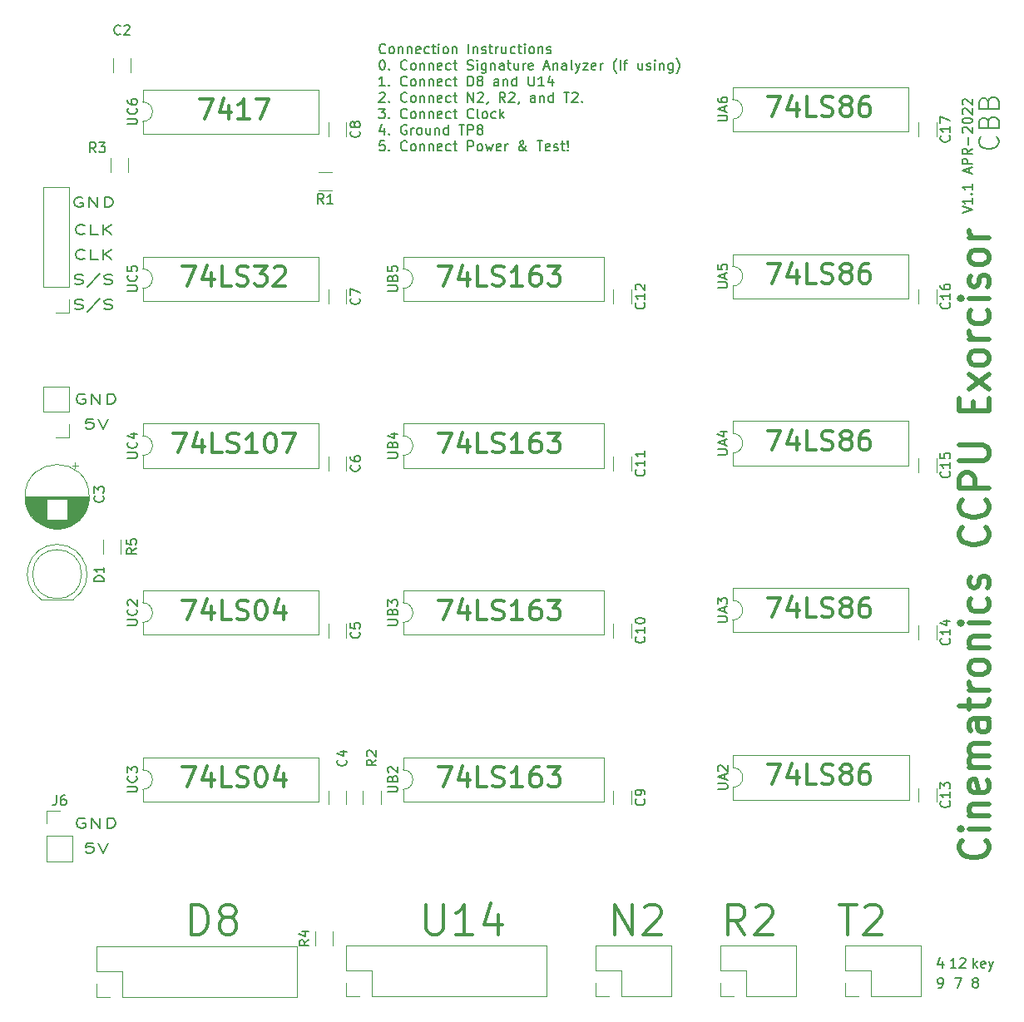
<source format=gbr>
%TF.GenerationSoftware,KiCad,Pcbnew,(5.1.9)-1*%
%TF.CreationDate,2022-04-24T21:01:57-04:00*%
%TF.ProjectId,exorcisortry2,65786f72-6369-4736-9f72-747279322e6b,rev?*%
%TF.SameCoordinates,Original*%
%TF.FileFunction,Legend,Top*%
%TF.FilePolarity,Positive*%
%FSLAX46Y46*%
G04 Gerber Fmt 4.6, Leading zero omitted, Abs format (unit mm)*
G04 Created by KiCad (PCBNEW (5.1.9)-1) date 2022-04-24 21:01:57*
%MOMM*%
%LPD*%
G01*
G04 APERTURE LIST*
%ADD10C,0.200000*%
%ADD11C,0.150000*%
%ADD12C,0.300000*%
%ADD13C,0.500000*%
%ADD14C,0.120000*%
%ADD15O,1.700000X1.700000*%
%ADD16R,1.700000X1.700000*%
%ADD17R,1.800000X1.800000*%
%ADD18C,1.800000*%
%ADD19C,4.500000*%
%ADD20O,1.600000X2.400000*%
%ADD21R,1.600000X2.400000*%
%ADD22C,1.600000*%
%ADD23R,1.600000X1.600000*%
G04 APERTURE END LIST*
D10*
X31765142Y-106154000D02*
X31622285Y-106106380D01*
X31408000Y-106106380D01*
X31193714Y-106154000D01*
X31050857Y-106249238D01*
X30979428Y-106344476D01*
X30908000Y-106534952D01*
X30908000Y-106677809D01*
X30979428Y-106868285D01*
X31050857Y-106963523D01*
X31193714Y-107058761D01*
X31408000Y-107106380D01*
X31550857Y-107106380D01*
X31765142Y-107058761D01*
X31836571Y-107011142D01*
X31836571Y-106677809D01*
X31550857Y-106677809D01*
X32479428Y-107106380D02*
X32479428Y-106106380D01*
X33336571Y-107106380D01*
X33336571Y-106106380D01*
X34050857Y-107106380D02*
X34050857Y-106106380D01*
X34408000Y-106106380D01*
X34622285Y-106154000D01*
X34765142Y-106249238D01*
X34836571Y-106344476D01*
X34908000Y-106534952D01*
X34908000Y-106677809D01*
X34836571Y-106868285D01*
X34765142Y-106963523D01*
X34622285Y-107058761D01*
X34408000Y-107106380D01*
X34050857Y-107106380D01*
X32622285Y-108646380D02*
X31908000Y-108646380D01*
X31836571Y-109122571D01*
X31908000Y-109074952D01*
X32050857Y-109027333D01*
X32408000Y-109027333D01*
X32550857Y-109074952D01*
X32622285Y-109122571D01*
X32693714Y-109217809D01*
X32693714Y-109455904D01*
X32622285Y-109551142D01*
X32550857Y-109598761D01*
X32408000Y-109646380D01*
X32050857Y-109646380D01*
X31908000Y-109598761D01*
X31836571Y-109551142D01*
X33122285Y-108646380D02*
X33622285Y-109646380D01*
X34122285Y-108646380D01*
D11*
X122213809Y-121356380D02*
X122213809Y-120356380D01*
X122309047Y-120975428D02*
X122594761Y-121356380D01*
X122594761Y-120689714D02*
X122213809Y-121070666D01*
X123404285Y-121308761D02*
X123309047Y-121356380D01*
X123118571Y-121356380D01*
X123023333Y-121308761D01*
X122975714Y-121213523D01*
X122975714Y-120832571D01*
X123023333Y-120737333D01*
X123118571Y-120689714D01*
X123309047Y-120689714D01*
X123404285Y-120737333D01*
X123451904Y-120832571D01*
X123451904Y-120927809D01*
X122975714Y-121023047D01*
X123785238Y-120689714D02*
X124023333Y-121356380D01*
X124261428Y-120689714D02*
X124023333Y-121356380D01*
X123928095Y-121594476D01*
X123880476Y-121642095D01*
X123785238Y-121689714D01*
X122332761Y-122816952D02*
X122237523Y-122769333D01*
X122189904Y-122721714D01*
X122142285Y-122626476D01*
X122142285Y-122578857D01*
X122189904Y-122483619D01*
X122237523Y-122436000D01*
X122332761Y-122388380D01*
X122523238Y-122388380D01*
X122618476Y-122436000D01*
X122666095Y-122483619D01*
X122713714Y-122578857D01*
X122713714Y-122626476D01*
X122666095Y-122721714D01*
X122618476Y-122769333D01*
X122523238Y-122816952D01*
X122332761Y-122816952D01*
X122237523Y-122864571D01*
X122189904Y-122912190D01*
X122142285Y-123007428D01*
X122142285Y-123197904D01*
X122189904Y-123293142D01*
X122237523Y-123340761D01*
X122332761Y-123388380D01*
X122523238Y-123388380D01*
X122618476Y-123340761D01*
X122666095Y-123293142D01*
X122713714Y-123197904D01*
X122713714Y-123007428D01*
X122666095Y-122912190D01*
X122618476Y-122864571D01*
X122523238Y-122816952D01*
X120316666Y-122388380D02*
X120983333Y-122388380D01*
X120554761Y-123388380D01*
X120459523Y-121356380D02*
X119888095Y-121356380D01*
X120173809Y-121356380D02*
X120173809Y-120356380D01*
X120078571Y-120499238D01*
X119983333Y-120594476D01*
X119888095Y-120642095D01*
X120840476Y-120451619D02*
X120888095Y-120404000D01*
X120983333Y-120356380D01*
X121221428Y-120356380D01*
X121316666Y-120404000D01*
X121364285Y-120451619D01*
X121411904Y-120546857D01*
X121411904Y-120642095D01*
X121364285Y-120784952D01*
X120792857Y-121356380D01*
X121411904Y-121356380D01*
X119062476Y-120689714D02*
X119062476Y-121356380D01*
X118824380Y-120308761D02*
X118586285Y-121023047D01*
X119205333Y-121023047D01*
X118681523Y-123388380D02*
X118872000Y-123388380D01*
X118967238Y-123340761D01*
X119014857Y-123293142D01*
X119110095Y-123150285D01*
X119157714Y-122959809D01*
X119157714Y-122578857D01*
X119110095Y-122483619D01*
X119062476Y-122436000D01*
X118967238Y-122388380D01*
X118776761Y-122388380D01*
X118681523Y-122436000D01*
X118633904Y-122483619D01*
X118586285Y-122578857D01*
X118586285Y-122816952D01*
X118633904Y-122912190D01*
X118681523Y-122959809D01*
X118776761Y-123007428D01*
X118967238Y-123007428D01*
X119062476Y-122959809D01*
X119110095Y-122912190D01*
X119157714Y-122816952D01*
X62375023Y-28173142D02*
X62327404Y-28220761D01*
X62184547Y-28268380D01*
X62089309Y-28268380D01*
X61946452Y-28220761D01*
X61851214Y-28125523D01*
X61803595Y-28030285D01*
X61755976Y-27839809D01*
X61755976Y-27696952D01*
X61803595Y-27506476D01*
X61851214Y-27411238D01*
X61946452Y-27316000D01*
X62089309Y-27268380D01*
X62184547Y-27268380D01*
X62327404Y-27316000D01*
X62375023Y-27363619D01*
X62946452Y-28268380D02*
X62851214Y-28220761D01*
X62803595Y-28173142D01*
X62755976Y-28077904D01*
X62755976Y-27792190D01*
X62803595Y-27696952D01*
X62851214Y-27649333D01*
X62946452Y-27601714D01*
X63089309Y-27601714D01*
X63184547Y-27649333D01*
X63232166Y-27696952D01*
X63279785Y-27792190D01*
X63279785Y-28077904D01*
X63232166Y-28173142D01*
X63184547Y-28220761D01*
X63089309Y-28268380D01*
X62946452Y-28268380D01*
X63708357Y-27601714D02*
X63708357Y-28268380D01*
X63708357Y-27696952D02*
X63755976Y-27649333D01*
X63851214Y-27601714D01*
X63994071Y-27601714D01*
X64089309Y-27649333D01*
X64136928Y-27744571D01*
X64136928Y-28268380D01*
X64613119Y-27601714D02*
X64613119Y-28268380D01*
X64613119Y-27696952D02*
X64660738Y-27649333D01*
X64755976Y-27601714D01*
X64898833Y-27601714D01*
X64994071Y-27649333D01*
X65041690Y-27744571D01*
X65041690Y-28268380D01*
X65898833Y-28220761D02*
X65803595Y-28268380D01*
X65613119Y-28268380D01*
X65517880Y-28220761D01*
X65470261Y-28125523D01*
X65470261Y-27744571D01*
X65517880Y-27649333D01*
X65613119Y-27601714D01*
X65803595Y-27601714D01*
X65898833Y-27649333D01*
X65946452Y-27744571D01*
X65946452Y-27839809D01*
X65470261Y-27935047D01*
X66803595Y-28220761D02*
X66708357Y-28268380D01*
X66517880Y-28268380D01*
X66422642Y-28220761D01*
X66375023Y-28173142D01*
X66327404Y-28077904D01*
X66327404Y-27792190D01*
X66375023Y-27696952D01*
X66422642Y-27649333D01*
X66517880Y-27601714D01*
X66708357Y-27601714D01*
X66803595Y-27649333D01*
X67089309Y-27601714D02*
X67470261Y-27601714D01*
X67232166Y-27268380D02*
X67232166Y-28125523D01*
X67279785Y-28220761D01*
X67375023Y-28268380D01*
X67470261Y-28268380D01*
X67803595Y-28268380D02*
X67803595Y-27601714D01*
X67803595Y-27268380D02*
X67755976Y-27316000D01*
X67803595Y-27363619D01*
X67851214Y-27316000D01*
X67803595Y-27268380D01*
X67803595Y-27363619D01*
X68422642Y-28268380D02*
X68327404Y-28220761D01*
X68279785Y-28173142D01*
X68232166Y-28077904D01*
X68232166Y-27792190D01*
X68279785Y-27696952D01*
X68327404Y-27649333D01*
X68422642Y-27601714D01*
X68565500Y-27601714D01*
X68660738Y-27649333D01*
X68708357Y-27696952D01*
X68755976Y-27792190D01*
X68755976Y-28077904D01*
X68708357Y-28173142D01*
X68660738Y-28220761D01*
X68565500Y-28268380D01*
X68422642Y-28268380D01*
X69184547Y-27601714D02*
X69184547Y-28268380D01*
X69184547Y-27696952D02*
X69232166Y-27649333D01*
X69327404Y-27601714D01*
X69470261Y-27601714D01*
X69565500Y-27649333D01*
X69613119Y-27744571D01*
X69613119Y-28268380D01*
X70851214Y-28268380D02*
X70851214Y-27268380D01*
X71327404Y-27601714D02*
X71327404Y-28268380D01*
X71327404Y-27696952D02*
X71375023Y-27649333D01*
X71470261Y-27601714D01*
X71613119Y-27601714D01*
X71708357Y-27649333D01*
X71755976Y-27744571D01*
X71755976Y-28268380D01*
X72184547Y-28220761D02*
X72279785Y-28268380D01*
X72470261Y-28268380D01*
X72565500Y-28220761D01*
X72613119Y-28125523D01*
X72613119Y-28077904D01*
X72565500Y-27982666D01*
X72470261Y-27935047D01*
X72327404Y-27935047D01*
X72232166Y-27887428D01*
X72184547Y-27792190D01*
X72184547Y-27744571D01*
X72232166Y-27649333D01*
X72327404Y-27601714D01*
X72470261Y-27601714D01*
X72565500Y-27649333D01*
X72898833Y-27601714D02*
X73279785Y-27601714D01*
X73041690Y-27268380D02*
X73041690Y-28125523D01*
X73089309Y-28220761D01*
X73184547Y-28268380D01*
X73279785Y-28268380D01*
X73613119Y-28268380D02*
X73613119Y-27601714D01*
X73613119Y-27792190D02*
X73660738Y-27696952D01*
X73708357Y-27649333D01*
X73803595Y-27601714D01*
X73898833Y-27601714D01*
X74660738Y-27601714D02*
X74660738Y-28268380D01*
X74232166Y-27601714D02*
X74232166Y-28125523D01*
X74279785Y-28220761D01*
X74375023Y-28268380D01*
X74517880Y-28268380D01*
X74613119Y-28220761D01*
X74660738Y-28173142D01*
X75565500Y-28220761D02*
X75470261Y-28268380D01*
X75279785Y-28268380D01*
X75184547Y-28220761D01*
X75136928Y-28173142D01*
X75089309Y-28077904D01*
X75089309Y-27792190D01*
X75136928Y-27696952D01*
X75184547Y-27649333D01*
X75279785Y-27601714D01*
X75470261Y-27601714D01*
X75565500Y-27649333D01*
X75851214Y-27601714D02*
X76232166Y-27601714D01*
X75994071Y-27268380D02*
X75994071Y-28125523D01*
X76041690Y-28220761D01*
X76136928Y-28268380D01*
X76232166Y-28268380D01*
X76565500Y-28268380D02*
X76565500Y-27601714D01*
X76565500Y-27268380D02*
X76517880Y-27316000D01*
X76565500Y-27363619D01*
X76613119Y-27316000D01*
X76565500Y-27268380D01*
X76565500Y-27363619D01*
X77184547Y-28268380D02*
X77089309Y-28220761D01*
X77041690Y-28173142D01*
X76994071Y-28077904D01*
X76994071Y-27792190D01*
X77041690Y-27696952D01*
X77089309Y-27649333D01*
X77184547Y-27601714D01*
X77327404Y-27601714D01*
X77422642Y-27649333D01*
X77470261Y-27696952D01*
X77517880Y-27792190D01*
X77517880Y-28077904D01*
X77470261Y-28173142D01*
X77422642Y-28220761D01*
X77327404Y-28268380D01*
X77184547Y-28268380D01*
X77946452Y-27601714D02*
X77946452Y-28268380D01*
X77946452Y-27696952D02*
X77994071Y-27649333D01*
X78089309Y-27601714D01*
X78232166Y-27601714D01*
X78327404Y-27649333D01*
X78375023Y-27744571D01*
X78375023Y-28268380D01*
X78803595Y-28220761D02*
X78898833Y-28268380D01*
X79089309Y-28268380D01*
X79184547Y-28220761D01*
X79232166Y-28125523D01*
X79232166Y-28077904D01*
X79184547Y-27982666D01*
X79089309Y-27935047D01*
X78946452Y-27935047D01*
X78851214Y-27887428D01*
X78803595Y-27792190D01*
X78803595Y-27744571D01*
X78851214Y-27649333D01*
X78946452Y-27601714D01*
X79089309Y-27601714D01*
X79184547Y-27649333D01*
X61994071Y-28918380D02*
X62089309Y-28918380D01*
X62184547Y-28966000D01*
X62232166Y-29013619D01*
X62279785Y-29108857D01*
X62327404Y-29299333D01*
X62327404Y-29537428D01*
X62279785Y-29727904D01*
X62232166Y-29823142D01*
X62184547Y-29870761D01*
X62089309Y-29918380D01*
X61994071Y-29918380D01*
X61898833Y-29870761D01*
X61851214Y-29823142D01*
X61803595Y-29727904D01*
X61755976Y-29537428D01*
X61755976Y-29299333D01*
X61803595Y-29108857D01*
X61851214Y-29013619D01*
X61898833Y-28966000D01*
X61994071Y-28918380D01*
X62755976Y-29823142D02*
X62803595Y-29870761D01*
X62755976Y-29918380D01*
X62708357Y-29870761D01*
X62755976Y-29823142D01*
X62755976Y-29918380D01*
X64565500Y-29823142D02*
X64517880Y-29870761D01*
X64375023Y-29918380D01*
X64279785Y-29918380D01*
X64136928Y-29870761D01*
X64041690Y-29775523D01*
X63994071Y-29680285D01*
X63946452Y-29489809D01*
X63946452Y-29346952D01*
X63994071Y-29156476D01*
X64041690Y-29061238D01*
X64136928Y-28966000D01*
X64279785Y-28918380D01*
X64375023Y-28918380D01*
X64517880Y-28966000D01*
X64565500Y-29013619D01*
X65136928Y-29918380D02*
X65041690Y-29870761D01*
X64994071Y-29823142D01*
X64946452Y-29727904D01*
X64946452Y-29442190D01*
X64994071Y-29346952D01*
X65041690Y-29299333D01*
X65136928Y-29251714D01*
X65279785Y-29251714D01*
X65375023Y-29299333D01*
X65422642Y-29346952D01*
X65470261Y-29442190D01*
X65470261Y-29727904D01*
X65422642Y-29823142D01*
X65375023Y-29870761D01*
X65279785Y-29918380D01*
X65136928Y-29918380D01*
X65898833Y-29251714D02*
X65898833Y-29918380D01*
X65898833Y-29346952D02*
X65946452Y-29299333D01*
X66041690Y-29251714D01*
X66184547Y-29251714D01*
X66279785Y-29299333D01*
X66327404Y-29394571D01*
X66327404Y-29918380D01*
X66803595Y-29251714D02*
X66803595Y-29918380D01*
X66803595Y-29346952D02*
X66851214Y-29299333D01*
X66946452Y-29251714D01*
X67089309Y-29251714D01*
X67184547Y-29299333D01*
X67232166Y-29394571D01*
X67232166Y-29918380D01*
X68089309Y-29870761D02*
X67994071Y-29918380D01*
X67803595Y-29918380D01*
X67708357Y-29870761D01*
X67660738Y-29775523D01*
X67660738Y-29394571D01*
X67708357Y-29299333D01*
X67803595Y-29251714D01*
X67994071Y-29251714D01*
X68089309Y-29299333D01*
X68136928Y-29394571D01*
X68136928Y-29489809D01*
X67660738Y-29585047D01*
X68994071Y-29870761D02*
X68898833Y-29918380D01*
X68708357Y-29918380D01*
X68613119Y-29870761D01*
X68565500Y-29823142D01*
X68517880Y-29727904D01*
X68517880Y-29442190D01*
X68565500Y-29346952D01*
X68613119Y-29299333D01*
X68708357Y-29251714D01*
X68898833Y-29251714D01*
X68994071Y-29299333D01*
X69279785Y-29251714D02*
X69660738Y-29251714D01*
X69422642Y-28918380D02*
X69422642Y-29775523D01*
X69470261Y-29870761D01*
X69565500Y-29918380D01*
X69660738Y-29918380D01*
X70708357Y-29870761D02*
X70851214Y-29918380D01*
X71089309Y-29918380D01*
X71184547Y-29870761D01*
X71232166Y-29823142D01*
X71279785Y-29727904D01*
X71279785Y-29632666D01*
X71232166Y-29537428D01*
X71184547Y-29489809D01*
X71089309Y-29442190D01*
X70898833Y-29394571D01*
X70803595Y-29346952D01*
X70755976Y-29299333D01*
X70708357Y-29204095D01*
X70708357Y-29108857D01*
X70755976Y-29013619D01*
X70803595Y-28966000D01*
X70898833Y-28918380D01*
X71136928Y-28918380D01*
X71279785Y-28966000D01*
X71708357Y-29918380D02*
X71708357Y-29251714D01*
X71708357Y-28918380D02*
X71660738Y-28966000D01*
X71708357Y-29013619D01*
X71755976Y-28966000D01*
X71708357Y-28918380D01*
X71708357Y-29013619D01*
X72613119Y-29251714D02*
X72613119Y-30061238D01*
X72565500Y-30156476D01*
X72517880Y-30204095D01*
X72422642Y-30251714D01*
X72279785Y-30251714D01*
X72184547Y-30204095D01*
X72613119Y-29870761D02*
X72517880Y-29918380D01*
X72327404Y-29918380D01*
X72232166Y-29870761D01*
X72184547Y-29823142D01*
X72136928Y-29727904D01*
X72136928Y-29442190D01*
X72184547Y-29346952D01*
X72232166Y-29299333D01*
X72327404Y-29251714D01*
X72517880Y-29251714D01*
X72613119Y-29299333D01*
X73089309Y-29251714D02*
X73089309Y-29918380D01*
X73089309Y-29346952D02*
X73136928Y-29299333D01*
X73232166Y-29251714D01*
X73375023Y-29251714D01*
X73470261Y-29299333D01*
X73517880Y-29394571D01*
X73517880Y-29918380D01*
X74422642Y-29918380D02*
X74422642Y-29394571D01*
X74375023Y-29299333D01*
X74279785Y-29251714D01*
X74089309Y-29251714D01*
X73994071Y-29299333D01*
X74422642Y-29870761D02*
X74327404Y-29918380D01*
X74089309Y-29918380D01*
X73994071Y-29870761D01*
X73946452Y-29775523D01*
X73946452Y-29680285D01*
X73994071Y-29585047D01*
X74089309Y-29537428D01*
X74327404Y-29537428D01*
X74422642Y-29489809D01*
X74755976Y-29251714D02*
X75136928Y-29251714D01*
X74898833Y-28918380D02*
X74898833Y-29775523D01*
X74946452Y-29870761D01*
X75041690Y-29918380D01*
X75136928Y-29918380D01*
X75898833Y-29251714D02*
X75898833Y-29918380D01*
X75470261Y-29251714D02*
X75470261Y-29775523D01*
X75517880Y-29870761D01*
X75613119Y-29918380D01*
X75755976Y-29918380D01*
X75851214Y-29870761D01*
X75898833Y-29823142D01*
X76375023Y-29918380D02*
X76375023Y-29251714D01*
X76375023Y-29442190D02*
X76422642Y-29346952D01*
X76470261Y-29299333D01*
X76565500Y-29251714D01*
X76660738Y-29251714D01*
X77375023Y-29870761D02*
X77279785Y-29918380D01*
X77089309Y-29918380D01*
X76994071Y-29870761D01*
X76946452Y-29775523D01*
X76946452Y-29394571D01*
X76994071Y-29299333D01*
X77089309Y-29251714D01*
X77279785Y-29251714D01*
X77375023Y-29299333D01*
X77422642Y-29394571D01*
X77422642Y-29489809D01*
X76946452Y-29585047D01*
X78565500Y-29632666D02*
X79041690Y-29632666D01*
X78470261Y-29918380D02*
X78803595Y-28918380D01*
X79136928Y-29918380D01*
X79470261Y-29251714D02*
X79470261Y-29918380D01*
X79470261Y-29346952D02*
X79517880Y-29299333D01*
X79613119Y-29251714D01*
X79755976Y-29251714D01*
X79851214Y-29299333D01*
X79898833Y-29394571D01*
X79898833Y-29918380D01*
X80803595Y-29918380D02*
X80803595Y-29394571D01*
X80755976Y-29299333D01*
X80660738Y-29251714D01*
X80470261Y-29251714D01*
X80375023Y-29299333D01*
X80803595Y-29870761D02*
X80708357Y-29918380D01*
X80470261Y-29918380D01*
X80375023Y-29870761D01*
X80327404Y-29775523D01*
X80327404Y-29680285D01*
X80375023Y-29585047D01*
X80470261Y-29537428D01*
X80708357Y-29537428D01*
X80803595Y-29489809D01*
X81422642Y-29918380D02*
X81327404Y-29870761D01*
X81279785Y-29775523D01*
X81279785Y-28918380D01*
X81708357Y-29251714D02*
X81946452Y-29918380D01*
X82184547Y-29251714D02*
X81946452Y-29918380D01*
X81851214Y-30156476D01*
X81803595Y-30204095D01*
X81708357Y-30251714D01*
X82470261Y-29251714D02*
X82994071Y-29251714D01*
X82470261Y-29918380D01*
X82994071Y-29918380D01*
X83755976Y-29870761D02*
X83660738Y-29918380D01*
X83470261Y-29918380D01*
X83375023Y-29870761D01*
X83327404Y-29775523D01*
X83327404Y-29394571D01*
X83375023Y-29299333D01*
X83470261Y-29251714D01*
X83660738Y-29251714D01*
X83755976Y-29299333D01*
X83803595Y-29394571D01*
X83803595Y-29489809D01*
X83327404Y-29585047D01*
X84232166Y-29918380D02*
X84232166Y-29251714D01*
X84232166Y-29442190D02*
X84279785Y-29346952D01*
X84327404Y-29299333D01*
X84422642Y-29251714D01*
X84517880Y-29251714D01*
X85898833Y-30299333D02*
X85851214Y-30251714D01*
X85755976Y-30108857D01*
X85708357Y-30013619D01*
X85660738Y-29870761D01*
X85613119Y-29632666D01*
X85613119Y-29442190D01*
X85660738Y-29204095D01*
X85708357Y-29061238D01*
X85755976Y-28966000D01*
X85851214Y-28823142D01*
X85898833Y-28775523D01*
X86279785Y-29918380D02*
X86279785Y-28918380D01*
X86613119Y-29251714D02*
X86994071Y-29251714D01*
X86755976Y-29918380D02*
X86755976Y-29061238D01*
X86803595Y-28966000D01*
X86898833Y-28918380D01*
X86994071Y-28918380D01*
X88517880Y-29251714D02*
X88517880Y-29918380D01*
X88089309Y-29251714D02*
X88089309Y-29775523D01*
X88136928Y-29870761D01*
X88232166Y-29918380D01*
X88375023Y-29918380D01*
X88470261Y-29870761D01*
X88517880Y-29823142D01*
X88946452Y-29870761D02*
X89041690Y-29918380D01*
X89232166Y-29918380D01*
X89327404Y-29870761D01*
X89375023Y-29775523D01*
X89375023Y-29727904D01*
X89327404Y-29632666D01*
X89232166Y-29585047D01*
X89089309Y-29585047D01*
X88994071Y-29537428D01*
X88946452Y-29442190D01*
X88946452Y-29394571D01*
X88994071Y-29299333D01*
X89089309Y-29251714D01*
X89232166Y-29251714D01*
X89327404Y-29299333D01*
X89803595Y-29918380D02*
X89803595Y-29251714D01*
X89803595Y-28918380D02*
X89755976Y-28966000D01*
X89803595Y-29013619D01*
X89851214Y-28966000D01*
X89803595Y-28918380D01*
X89803595Y-29013619D01*
X90279785Y-29251714D02*
X90279785Y-29918380D01*
X90279785Y-29346952D02*
X90327404Y-29299333D01*
X90422642Y-29251714D01*
X90565500Y-29251714D01*
X90660738Y-29299333D01*
X90708357Y-29394571D01*
X90708357Y-29918380D01*
X91613119Y-29251714D02*
X91613119Y-30061238D01*
X91565500Y-30156476D01*
X91517880Y-30204095D01*
X91422642Y-30251714D01*
X91279785Y-30251714D01*
X91184547Y-30204095D01*
X91613119Y-29870761D02*
X91517880Y-29918380D01*
X91327404Y-29918380D01*
X91232166Y-29870761D01*
X91184547Y-29823142D01*
X91136928Y-29727904D01*
X91136928Y-29442190D01*
X91184547Y-29346952D01*
X91232166Y-29299333D01*
X91327404Y-29251714D01*
X91517880Y-29251714D01*
X91613119Y-29299333D01*
X91994071Y-30299333D02*
X92041690Y-30251714D01*
X92136928Y-30108857D01*
X92184547Y-30013619D01*
X92232166Y-29870761D01*
X92279785Y-29632666D01*
X92279785Y-29442190D01*
X92232166Y-29204095D01*
X92184547Y-29061238D01*
X92136928Y-28966000D01*
X92041690Y-28823142D01*
X91994071Y-28775523D01*
X62327404Y-31568380D02*
X61755976Y-31568380D01*
X62041690Y-31568380D02*
X62041690Y-30568380D01*
X61946452Y-30711238D01*
X61851214Y-30806476D01*
X61755976Y-30854095D01*
X62755976Y-31473142D02*
X62803595Y-31520761D01*
X62755976Y-31568380D01*
X62708357Y-31520761D01*
X62755976Y-31473142D01*
X62755976Y-31568380D01*
X64565500Y-31473142D02*
X64517880Y-31520761D01*
X64375023Y-31568380D01*
X64279785Y-31568380D01*
X64136928Y-31520761D01*
X64041690Y-31425523D01*
X63994071Y-31330285D01*
X63946452Y-31139809D01*
X63946452Y-30996952D01*
X63994071Y-30806476D01*
X64041690Y-30711238D01*
X64136928Y-30616000D01*
X64279785Y-30568380D01*
X64375023Y-30568380D01*
X64517880Y-30616000D01*
X64565500Y-30663619D01*
X65136928Y-31568380D02*
X65041690Y-31520761D01*
X64994071Y-31473142D01*
X64946452Y-31377904D01*
X64946452Y-31092190D01*
X64994071Y-30996952D01*
X65041690Y-30949333D01*
X65136928Y-30901714D01*
X65279785Y-30901714D01*
X65375023Y-30949333D01*
X65422642Y-30996952D01*
X65470261Y-31092190D01*
X65470261Y-31377904D01*
X65422642Y-31473142D01*
X65375023Y-31520761D01*
X65279785Y-31568380D01*
X65136928Y-31568380D01*
X65898833Y-30901714D02*
X65898833Y-31568380D01*
X65898833Y-30996952D02*
X65946452Y-30949333D01*
X66041690Y-30901714D01*
X66184547Y-30901714D01*
X66279785Y-30949333D01*
X66327404Y-31044571D01*
X66327404Y-31568380D01*
X66803595Y-30901714D02*
X66803595Y-31568380D01*
X66803595Y-30996952D02*
X66851214Y-30949333D01*
X66946452Y-30901714D01*
X67089309Y-30901714D01*
X67184547Y-30949333D01*
X67232166Y-31044571D01*
X67232166Y-31568380D01*
X68089309Y-31520761D02*
X67994071Y-31568380D01*
X67803595Y-31568380D01*
X67708357Y-31520761D01*
X67660738Y-31425523D01*
X67660738Y-31044571D01*
X67708357Y-30949333D01*
X67803595Y-30901714D01*
X67994071Y-30901714D01*
X68089309Y-30949333D01*
X68136928Y-31044571D01*
X68136928Y-31139809D01*
X67660738Y-31235047D01*
X68994071Y-31520761D02*
X68898833Y-31568380D01*
X68708357Y-31568380D01*
X68613119Y-31520761D01*
X68565500Y-31473142D01*
X68517880Y-31377904D01*
X68517880Y-31092190D01*
X68565500Y-30996952D01*
X68613119Y-30949333D01*
X68708357Y-30901714D01*
X68898833Y-30901714D01*
X68994071Y-30949333D01*
X69279785Y-30901714D02*
X69660738Y-30901714D01*
X69422642Y-30568380D02*
X69422642Y-31425523D01*
X69470261Y-31520761D01*
X69565500Y-31568380D01*
X69660738Y-31568380D01*
X70755976Y-31568380D02*
X70755976Y-30568380D01*
X70994071Y-30568380D01*
X71136928Y-30616000D01*
X71232166Y-30711238D01*
X71279785Y-30806476D01*
X71327404Y-30996952D01*
X71327404Y-31139809D01*
X71279785Y-31330285D01*
X71232166Y-31425523D01*
X71136928Y-31520761D01*
X70994071Y-31568380D01*
X70755976Y-31568380D01*
X71898833Y-30996952D02*
X71803595Y-30949333D01*
X71755976Y-30901714D01*
X71708357Y-30806476D01*
X71708357Y-30758857D01*
X71755976Y-30663619D01*
X71803595Y-30616000D01*
X71898833Y-30568380D01*
X72089309Y-30568380D01*
X72184547Y-30616000D01*
X72232166Y-30663619D01*
X72279785Y-30758857D01*
X72279785Y-30806476D01*
X72232166Y-30901714D01*
X72184547Y-30949333D01*
X72089309Y-30996952D01*
X71898833Y-30996952D01*
X71803595Y-31044571D01*
X71755976Y-31092190D01*
X71708357Y-31187428D01*
X71708357Y-31377904D01*
X71755976Y-31473142D01*
X71803595Y-31520761D01*
X71898833Y-31568380D01*
X72089309Y-31568380D01*
X72184547Y-31520761D01*
X72232166Y-31473142D01*
X72279785Y-31377904D01*
X72279785Y-31187428D01*
X72232166Y-31092190D01*
X72184547Y-31044571D01*
X72089309Y-30996952D01*
X73898833Y-31568380D02*
X73898833Y-31044571D01*
X73851214Y-30949333D01*
X73755976Y-30901714D01*
X73565500Y-30901714D01*
X73470261Y-30949333D01*
X73898833Y-31520761D02*
X73803595Y-31568380D01*
X73565500Y-31568380D01*
X73470261Y-31520761D01*
X73422642Y-31425523D01*
X73422642Y-31330285D01*
X73470261Y-31235047D01*
X73565500Y-31187428D01*
X73803595Y-31187428D01*
X73898833Y-31139809D01*
X74375023Y-30901714D02*
X74375023Y-31568380D01*
X74375023Y-30996952D02*
X74422642Y-30949333D01*
X74517880Y-30901714D01*
X74660738Y-30901714D01*
X74755976Y-30949333D01*
X74803595Y-31044571D01*
X74803595Y-31568380D01*
X75708357Y-31568380D02*
X75708357Y-30568380D01*
X75708357Y-31520761D02*
X75613119Y-31568380D01*
X75422642Y-31568380D01*
X75327404Y-31520761D01*
X75279785Y-31473142D01*
X75232166Y-31377904D01*
X75232166Y-31092190D01*
X75279785Y-30996952D01*
X75327404Y-30949333D01*
X75422642Y-30901714D01*
X75613119Y-30901714D01*
X75708357Y-30949333D01*
X76946452Y-30568380D02*
X76946452Y-31377904D01*
X76994071Y-31473142D01*
X77041690Y-31520761D01*
X77136928Y-31568380D01*
X77327404Y-31568380D01*
X77422642Y-31520761D01*
X77470261Y-31473142D01*
X77517880Y-31377904D01*
X77517880Y-30568380D01*
X78517880Y-31568380D02*
X77946452Y-31568380D01*
X78232166Y-31568380D02*
X78232166Y-30568380D01*
X78136928Y-30711238D01*
X78041690Y-30806476D01*
X77946452Y-30854095D01*
X79375023Y-30901714D02*
X79375023Y-31568380D01*
X79136928Y-30520761D02*
X78898833Y-31235047D01*
X79517880Y-31235047D01*
X61755976Y-32313619D02*
X61803595Y-32266000D01*
X61898833Y-32218380D01*
X62136928Y-32218380D01*
X62232166Y-32266000D01*
X62279785Y-32313619D01*
X62327404Y-32408857D01*
X62327404Y-32504095D01*
X62279785Y-32646952D01*
X61708357Y-33218380D01*
X62327404Y-33218380D01*
X62755976Y-33123142D02*
X62803595Y-33170761D01*
X62755976Y-33218380D01*
X62708357Y-33170761D01*
X62755976Y-33123142D01*
X62755976Y-33218380D01*
X64565500Y-33123142D02*
X64517880Y-33170761D01*
X64375023Y-33218380D01*
X64279785Y-33218380D01*
X64136928Y-33170761D01*
X64041690Y-33075523D01*
X63994071Y-32980285D01*
X63946452Y-32789809D01*
X63946452Y-32646952D01*
X63994071Y-32456476D01*
X64041690Y-32361238D01*
X64136928Y-32266000D01*
X64279785Y-32218380D01*
X64375023Y-32218380D01*
X64517880Y-32266000D01*
X64565500Y-32313619D01*
X65136928Y-33218380D02*
X65041690Y-33170761D01*
X64994071Y-33123142D01*
X64946452Y-33027904D01*
X64946452Y-32742190D01*
X64994071Y-32646952D01*
X65041690Y-32599333D01*
X65136928Y-32551714D01*
X65279785Y-32551714D01*
X65375023Y-32599333D01*
X65422642Y-32646952D01*
X65470261Y-32742190D01*
X65470261Y-33027904D01*
X65422642Y-33123142D01*
X65375023Y-33170761D01*
X65279785Y-33218380D01*
X65136928Y-33218380D01*
X65898833Y-32551714D02*
X65898833Y-33218380D01*
X65898833Y-32646952D02*
X65946452Y-32599333D01*
X66041690Y-32551714D01*
X66184547Y-32551714D01*
X66279785Y-32599333D01*
X66327404Y-32694571D01*
X66327404Y-33218380D01*
X66803595Y-32551714D02*
X66803595Y-33218380D01*
X66803595Y-32646952D02*
X66851214Y-32599333D01*
X66946452Y-32551714D01*
X67089309Y-32551714D01*
X67184547Y-32599333D01*
X67232166Y-32694571D01*
X67232166Y-33218380D01*
X68089309Y-33170761D02*
X67994071Y-33218380D01*
X67803595Y-33218380D01*
X67708357Y-33170761D01*
X67660738Y-33075523D01*
X67660738Y-32694571D01*
X67708357Y-32599333D01*
X67803595Y-32551714D01*
X67994071Y-32551714D01*
X68089309Y-32599333D01*
X68136928Y-32694571D01*
X68136928Y-32789809D01*
X67660738Y-32885047D01*
X68994071Y-33170761D02*
X68898833Y-33218380D01*
X68708357Y-33218380D01*
X68613119Y-33170761D01*
X68565500Y-33123142D01*
X68517880Y-33027904D01*
X68517880Y-32742190D01*
X68565500Y-32646952D01*
X68613119Y-32599333D01*
X68708357Y-32551714D01*
X68898833Y-32551714D01*
X68994071Y-32599333D01*
X69279785Y-32551714D02*
X69660738Y-32551714D01*
X69422642Y-32218380D02*
X69422642Y-33075523D01*
X69470261Y-33170761D01*
X69565500Y-33218380D01*
X69660738Y-33218380D01*
X70755976Y-33218380D02*
X70755976Y-32218380D01*
X71327404Y-33218380D01*
X71327404Y-32218380D01*
X71755976Y-32313619D02*
X71803595Y-32266000D01*
X71898833Y-32218380D01*
X72136928Y-32218380D01*
X72232166Y-32266000D01*
X72279785Y-32313619D01*
X72327404Y-32408857D01*
X72327404Y-32504095D01*
X72279785Y-32646952D01*
X71708357Y-33218380D01*
X72327404Y-33218380D01*
X72803595Y-33170761D02*
X72803595Y-33218380D01*
X72755976Y-33313619D01*
X72708357Y-33361238D01*
X74565500Y-33218380D02*
X74232166Y-32742190D01*
X73994071Y-33218380D02*
X73994071Y-32218380D01*
X74375023Y-32218380D01*
X74470261Y-32266000D01*
X74517880Y-32313619D01*
X74565500Y-32408857D01*
X74565500Y-32551714D01*
X74517880Y-32646952D01*
X74470261Y-32694571D01*
X74375023Y-32742190D01*
X73994071Y-32742190D01*
X74946452Y-32313619D02*
X74994071Y-32266000D01*
X75089309Y-32218380D01*
X75327404Y-32218380D01*
X75422642Y-32266000D01*
X75470261Y-32313619D01*
X75517880Y-32408857D01*
X75517880Y-32504095D01*
X75470261Y-32646952D01*
X74898833Y-33218380D01*
X75517880Y-33218380D01*
X75994071Y-33170761D02*
X75994071Y-33218380D01*
X75946452Y-33313619D01*
X75898833Y-33361238D01*
X77613119Y-33218380D02*
X77613119Y-32694571D01*
X77565500Y-32599333D01*
X77470261Y-32551714D01*
X77279785Y-32551714D01*
X77184547Y-32599333D01*
X77613119Y-33170761D02*
X77517880Y-33218380D01*
X77279785Y-33218380D01*
X77184547Y-33170761D01*
X77136928Y-33075523D01*
X77136928Y-32980285D01*
X77184547Y-32885047D01*
X77279785Y-32837428D01*
X77517880Y-32837428D01*
X77613119Y-32789809D01*
X78089309Y-32551714D02*
X78089309Y-33218380D01*
X78089309Y-32646952D02*
X78136928Y-32599333D01*
X78232166Y-32551714D01*
X78375023Y-32551714D01*
X78470261Y-32599333D01*
X78517880Y-32694571D01*
X78517880Y-33218380D01*
X79422642Y-33218380D02*
X79422642Y-32218380D01*
X79422642Y-33170761D02*
X79327404Y-33218380D01*
X79136928Y-33218380D01*
X79041690Y-33170761D01*
X78994071Y-33123142D01*
X78946452Y-33027904D01*
X78946452Y-32742190D01*
X78994071Y-32646952D01*
X79041690Y-32599333D01*
X79136928Y-32551714D01*
X79327404Y-32551714D01*
X79422642Y-32599333D01*
X80517880Y-32218380D02*
X81089309Y-32218380D01*
X80803595Y-33218380D02*
X80803595Y-32218380D01*
X81375023Y-32313619D02*
X81422642Y-32266000D01*
X81517880Y-32218380D01*
X81755976Y-32218380D01*
X81851214Y-32266000D01*
X81898833Y-32313619D01*
X81946452Y-32408857D01*
X81946452Y-32504095D01*
X81898833Y-32646952D01*
X81327404Y-33218380D01*
X81946452Y-33218380D01*
X82375023Y-33123142D02*
X82422642Y-33170761D01*
X82375023Y-33218380D01*
X82327404Y-33170761D01*
X82375023Y-33123142D01*
X82375023Y-33218380D01*
X61708357Y-33868380D02*
X62327404Y-33868380D01*
X61994071Y-34249333D01*
X62136928Y-34249333D01*
X62232166Y-34296952D01*
X62279785Y-34344571D01*
X62327404Y-34439809D01*
X62327404Y-34677904D01*
X62279785Y-34773142D01*
X62232166Y-34820761D01*
X62136928Y-34868380D01*
X61851214Y-34868380D01*
X61755976Y-34820761D01*
X61708357Y-34773142D01*
X62755976Y-34773142D02*
X62803595Y-34820761D01*
X62755976Y-34868380D01*
X62708357Y-34820761D01*
X62755976Y-34773142D01*
X62755976Y-34868380D01*
X64565500Y-34773142D02*
X64517880Y-34820761D01*
X64375023Y-34868380D01*
X64279785Y-34868380D01*
X64136928Y-34820761D01*
X64041690Y-34725523D01*
X63994071Y-34630285D01*
X63946452Y-34439809D01*
X63946452Y-34296952D01*
X63994071Y-34106476D01*
X64041690Y-34011238D01*
X64136928Y-33916000D01*
X64279785Y-33868380D01*
X64375023Y-33868380D01*
X64517880Y-33916000D01*
X64565500Y-33963619D01*
X65136928Y-34868380D02*
X65041690Y-34820761D01*
X64994071Y-34773142D01*
X64946452Y-34677904D01*
X64946452Y-34392190D01*
X64994071Y-34296952D01*
X65041690Y-34249333D01*
X65136928Y-34201714D01*
X65279785Y-34201714D01*
X65375023Y-34249333D01*
X65422642Y-34296952D01*
X65470261Y-34392190D01*
X65470261Y-34677904D01*
X65422642Y-34773142D01*
X65375023Y-34820761D01*
X65279785Y-34868380D01*
X65136928Y-34868380D01*
X65898833Y-34201714D02*
X65898833Y-34868380D01*
X65898833Y-34296952D02*
X65946452Y-34249333D01*
X66041690Y-34201714D01*
X66184547Y-34201714D01*
X66279785Y-34249333D01*
X66327404Y-34344571D01*
X66327404Y-34868380D01*
X66803595Y-34201714D02*
X66803595Y-34868380D01*
X66803595Y-34296952D02*
X66851214Y-34249333D01*
X66946452Y-34201714D01*
X67089309Y-34201714D01*
X67184547Y-34249333D01*
X67232166Y-34344571D01*
X67232166Y-34868380D01*
X68089309Y-34820761D02*
X67994071Y-34868380D01*
X67803595Y-34868380D01*
X67708357Y-34820761D01*
X67660738Y-34725523D01*
X67660738Y-34344571D01*
X67708357Y-34249333D01*
X67803595Y-34201714D01*
X67994071Y-34201714D01*
X68089309Y-34249333D01*
X68136928Y-34344571D01*
X68136928Y-34439809D01*
X67660738Y-34535047D01*
X68994071Y-34820761D02*
X68898833Y-34868380D01*
X68708357Y-34868380D01*
X68613119Y-34820761D01*
X68565500Y-34773142D01*
X68517880Y-34677904D01*
X68517880Y-34392190D01*
X68565500Y-34296952D01*
X68613119Y-34249333D01*
X68708357Y-34201714D01*
X68898833Y-34201714D01*
X68994071Y-34249333D01*
X69279785Y-34201714D02*
X69660738Y-34201714D01*
X69422642Y-33868380D02*
X69422642Y-34725523D01*
X69470261Y-34820761D01*
X69565500Y-34868380D01*
X69660738Y-34868380D01*
X71327404Y-34773142D02*
X71279785Y-34820761D01*
X71136928Y-34868380D01*
X71041690Y-34868380D01*
X70898833Y-34820761D01*
X70803595Y-34725523D01*
X70755976Y-34630285D01*
X70708357Y-34439809D01*
X70708357Y-34296952D01*
X70755976Y-34106476D01*
X70803595Y-34011238D01*
X70898833Y-33916000D01*
X71041690Y-33868380D01*
X71136928Y-33868380D01*
X71279785Y-33916000D01*
X71327404Y-33963619D01*
X71898833Y-34868380D02*
X71803595Y-34820761D01*
X71755976Y-34725523D01*
X71755976Y-33868380D01*
X72422642Y-34868380D02*
X72327404Y-34820761D01*
X72279785Y-34773142D01*
X72232166Y-34677904D01*
X72232166Y-34392190D01*
X72279785Y-34296952D01*
X72327404Y-34249333D01*
X72422642Y-34201714D01*
X72565500Y-34201714D01*
X72660738Y-34249333D01*
X72708357Y-34296952D01*
X72755976Y-34392190D01*
X72755976Y-34677904D01*
X72708357Y-34773142D01*
X72660738Y-34820761D01*
X72565500Y-34868380D01*
X72422642Y-34868380D01*
X73613119Y-34820761D02*
X73517880Y-34868380D01*
X73327404Y-34868380D01*
X73232166Y-34820761D01*
X73184547Y-34773142D01*
X73136928Y-34677904D01*
X73136928Y-34392190D01*
X73184547Y-34296952D01*
X73232166Y-34249333D01*
X73327404Y-34201714D01*
X73517880Y-34201714D01*
X73613119Y-34249333D01*
X74041690Y-34868380D02*
X74041690Y-33868380D01*
X74136928Y-34487428D02*
X74422642Y-34868380D01*
X74422642Y-34201714D02*
X74041690Y-34582666D01*
X62232166Y-35851714D02*
X62232166Y-36518380D01*
X61994071Y-35470761D02*
X61755976Y-36185047D01*
X62375023Y-36185047D01*
X62755976Y-36423142D02*
X62803595Y-36470761D01*
X62755976Y-36518380D01*
X62708357Y-36470761D01*
X62755976Y-36423142D01*
X62755976Y-36518380D01*
X64517880Y-35566000D02*
X64422642Y-35518380D01*
X64279785Y-35518380D01*
X64136928Y-35566000D01*
X64041690Y-35661238D01*
X63994071Y-35756476D01*
X63946452Y-35946952D01*
X63946452Y-36089809D01*
X63994071Y-36280285D01*
X64041690Y-36375523D01*
X64136928Y-36470761D01*
X64279785Y-36518380D01*
X64375023Y-36518380D01*
X64517880Y-36470761D01*
X64565500Y-36423142D01*
X64565500Y-36089809D01*
X64375023Y-36089809D01*
X64994071Y-36518380D02*
X64994071Y-35851714D01*
X64994071Y-36042190D02*
X65041690Y-35946952D01*
X65089309Y-35899333D01*
X65184547Y-35851714D01*
X65279785Y-35851714D01*
X65755976Y-36518380D02*
X65660738Y-36470761D01*
X65613119Y-36423142D01*
X65565500Y-36327904D01*
X65565500Y-36042190D01*
X65613119Y-35946952D01*
X65660738Y-35899333D01*
X65755976Y-35851714D01*
X65898833Y-35851714D01*
X65994071Y-35899333D01*
X66041690Y-35946952D01*
X66089309Y-36042190D01*
X66089309Y-36327904D01*
X66041690Y-36423142D01*
X65994071Y-36470761D01*
X65898833Y-36518380D01*
X65755976Y-36518380D01*
X66946452Y-35851714D02*
X66946452Y-36518380D01*
X66517880Y-35851714D02*
X66517880Y-36375523D01*
X66565500Y-36470761D01*
X66660738Y-36518380D01*
X66803595Y-36518380D01*
X66898833Y-36470761D01*
X66946452Y-36423142D01*
X67422642Y-35851714D02*
X67422642Y-36518380D01*
X67422642Y-35946952D02*
X67470261Y-35899333D01*
X67565500Y-35851714D01*
X67708357Y-35851714D01*
X67803595Y-35899333D01*
X67851214Y-35994571D01*
X67851214Y-36518380D01*
X68755976Y-36518380D02*
X68755976Y-35518380D01*
X68755976Y-36470761D02*
X68660738Y-36518380D01*
X68470261Y-36518380D01*
X68375023Y-36470761D01*
X68327404Y-36423142D01*
X68279785Y-36327904D01*
X68279785Y-36042190D01*
X68327404Y-35946952D01*
X68375023Y-35899333D01*
X68470261Y-35851714D01*
X68660738Y-35851714D01*
X68755976Y-35899333D01*
X69851214Y-35518380D02*
X70422642Y-35518380D01*
X70136928Y-36518380D02*
X70136928Y-35518380D01*
X70755976Y-36518380D02*
X70755976Y-35518380D01*
X71136928Y-35518380D01*
X71232166Y-35566000D01*
X71279785Y-35613619D01*
X71327404Y-35708857D01*
X71327404Y-35851714D01*
X71279785Y-35946952D01*
X71232166Y-35994571D01*
X71136928Y-36042190D01*
X70755976Y-36042190D01*
X71898833Y-35946952D02*
X71803595Y-35899333D01*
X71755976Y-35851714D01*
X71708357Y-35756476D01*
X71708357Y-35708857D01*
X71755976Y-35613619D01*
X71803595Y-35566000D01*
X71898833Y-35518380D01*
X72089309Y-35518380D01*
X72184547Y-35566000D01*
X72232166Y-35613619D01*
X72279785Y-35708857D01*
X72279785Y-35756476D01*
X72232166Y-35851714D01*
X72184547Y-35899333D01*
X72089309Y-35946952D01*
X71898833Y-35946952D01*
X71803595Y-35994571D01*
X71755976Y-36042190D01*
X71708357Y-36137428D01*
X71708357Y-36327904D01*
X71755976Y-36423142D01*
X71803595Y-36470761D01*
X71898833Y-36518380D01*
X72089309Y-36518380D01*
X72184547Y-36470761D01*
X72232166Y-36423142D01*
X72279785Y-36327904D01*
X72279785Y-36137428D01*
X72232166Y-36042190D01*
X72184547Y-35994571D01*
X72089309Y-35946952D01*
X62279785Y-37168380D02*
X61803595Y-37168380D01*
X61755976Y-37644571D01*
X61803595Y-37596952D01*
X61898833Y-37549333D01*
X62136928Y-37549333D01*
X62232166Y-37596952D01*
X62279785Y-37644571D01*
X62327404Y-37739809D01*
X62327404Y-37977904D01*
X62279785Y-38073142D01*
X62232166Y-38120761D01*
X62136928Y-38168380D01*
X61898833Y-38168380D01*
X61803595Y-38120761D01*
X61755976Y-38073142D01*
X62755976Y-38073142D02*
X62803595Y-38120761D01*
X62755976Y-38168380D01*
X62708357Y-38120761D01*
X62755976Y-38073142D01*
X62755976Y-38168380D01*
X64565500Y-38073142D02*
X64517880Y-38120761D01*
X64375023Y-38168380D01*
X64279785Y-38168380D01*
X64136928Y-38120761D01*
X64041690Y-38025523D01*
X63994071Y-37930285D01*
X63946452Y-37739809D01*
X63946452Y-37596952D01*
X63994071Y-37406476D01*
X64041690Y-37311238D01*
X64136928Y-37216000D01*
X64279785Y-37168380D01*
X64375023Y-37168380D01*
X64517880Y-37216000D01*
X64565500Y-37263619D01*
X65136928Y-38168380D02*
X65041690Y-38120761D01*
X64994071Y-38073142D01*
X64946452Y-37977904D01*
X64946452Y-37692190D01*
X64994071Y-37596952D01*
X65041690Y-37549333D01*
X65136928Y-37501714D01*
X65279785Y-37501714D01*
X65375023Y-37549333D01*
X65422642Y-37596952D01*
X65470261Y-37692190D01*
X65470261Y-37977904D01*
X65422642Y-38073142D01*
X65375023Y-38120761D01*
X65279785Y-38168380D01*
X65136928Y-38168380D01*
X65898833Y-37501714D02*
X65898833Y-38168380D01*
X65898833Y-37596952D02*
X65946452Y-37549333D01*
X66041690Y-37501714D01*
X66184547Y-37501714D01*
X66279785Y-37549333D01*
X66327404Y-37644571D01*
X66327404Y-38168380D01*
X66803595Y-37501714D02*
X66803595Y-38168380D01*
X66803595Y-37596952D02*
X66851214Y-37549333D01*
X66946452Y-37501714D01*
X67089309Y-37501714D01*
X67184547Y-37549333D01*
X67232166Y-37644571D01*
X67232166Y-38168380D01*
X68089309Y-38120761D02*
X67994071Y-38168380D01*
X67803595Y-38168380D01*
X67708357Y-38120761D01*
X67660738Y-38025523D01*
X67660738Y-37644571D01*
X67708357Y-37549333D01*
X67803595Y-37501714D01*
X67994071Y-37501714D01*
X68089309Y-37549333D01*
X68136928Y-37644571D01*
X68136928Y-37739809D01*
X67660738Y-37835047D01*
X68994071Y-38120761D02*
X68898833Y-38168380D01*
X68708357Y-38168380D01*
X68613119Y-38120761D01*
X68565500Y-38073142D01*
X68517880Y-37977904D01*
X68517880Y-37692190D01*
X68565500Y-37596952D01*
X68613119Y-37549333D01*
X68708357Y-37501714D01*
X68898833Y-37501714D01*
X68994071Y-37549333D01*
X69279785Y-37501714D02*
X69660738Y-37501714D01*
X69422642Y-37168380D02*
X69422642Y-38025523D01*
X69470261Y-38120761D01*
X69565500Y-38168380D01*
X69660738Y-38168380D01*
X70755976Y-38168380D02*
X70755976Y-37168380D01*
X71136928Y-37168380D01*
X71232166Y-37216000D01*
X71279785Y-37263619D01*
X71327404Y-37358857D01*
X71327404Y-37501714D01*
X71279785Y-37596952D01*
X71232166Y-37644571D01*
X71136928Y-37692190D01*
X70755976Y-37692190D01*
X71898833Y-38168380D02*
X71803595Y-38120761D01*
X71755976Y-38073142D01*
X71708357Y-37977904D01*
X71708357Y-37692190D01*
X71755976Y-37596952D01*
X71803595Y-37549333D01*
X71898833Y-37501714D01*
X72041690Y-37501714D01*
X72136928Y-37549333D01*
X72184547Y-37596952D01*
X72232166Y-37692190D01*
X72232166Y-37977904D01*
X72184547Y-38073142D01*
X72136928Y-38120761D01*
X72041690Y-38168380D01*
X71898833Y-38168380D01*
X72565500Y-37501714D02*
X72755976Y-38168380D01*
X72946452Y-37692190D01*
X73136928Y-38168380D01*
X73327404Y-37501714D01*
X74089309Y-38120761D02*
X73994071Y-38168380D01*
X73803595Y-38168380D01*
X73708357Y-38120761D01*
X73660738Y-38025523D01*
X73660738Y-37644571D01*
X73708357Y-37549333D01*
X73803595Y-37501714D01*
X73994071Y-37501714D01*
X74089309Y-37549333D01*
X74136928Y-37644571D01*
X74136928Y-37739809D01*
X73660738Y-37835047D01*
X74565500Y-38168380D02*
X74565500Y-37501714D01*
X74565500Y-37692190D02*
X74613119Y-37596952D01*
X74660738Y-37549333D01*
X74755976Y-37501714D01*
X74851214Y-37501714D01*
X76755976Y-38168380D02*
X76708357Y-38168380D01*
X76613119Y-38120761D01*
X76470261Y-37977904D01*
X76232166Y-37692190D01*
X76136928Y-37549333D01*
X76089309Y-37406476D01*
X76089309Y-37311238D01*
X76136928Y-37216000D01*
X76232166Y-37168380D01*
X76279785Y-37168380D01*
X76375023Y-37216000D01*
X76422642Y-37311238D01*
X76422642Y-37358857D01*
X76375023Y-37454095D01*
X76327404Y-37501714D01*
X76041690Y-37692190D01*
X75994071Y-37739809D01*
X75946452Y-37835047D01*
X75946452Y-37977904D01*
X75994071Y-38073142D01*
X76041690Y-38120761D01*
X76136928Y-38168380D01*
X76279785Y-38168380D01*
X76375023Y-38120761D01*
X76422642Y-38073142D01*
X76565500Y-37882666D01*
X76613119Y-37739809D01*
X76613119Y-37644571D01*
X77803595Y-37168380D02*
X78375023Y-37168380D01*
X78089309Y-38168380D02*
X78089309Y-37168380D01*
X79089309Y-38120761D02*
X78994071Y-38168380D01*
X78803595Y-38168380D01*
X78708357Y-38120761D01*
X78660738Y-38025523D01*
X78660738Y-37644571D01*
X78708357Y-37549333D01*
X78803595Y-37501714D01*
X78994071Y-37501714D01*
X79089309Y-37549333D01*
X79136928Y-37644571D01*
X79136928Y-37739809D01*
X78660738Y-37835047D01*
X79517880Y-38120761D02*
X79613119Y-38168380D01*
X79803595Y-38168380D01*
X79898833Y-38120761D01*
X79946452Y-38025523D01*
X79946452Y-37977904D01*
X79898833Y-37882666D01*
X79803595Y-37835047D01*
X79660738Y-37835047D01*
X79565500Y-37787428D01*
X79517880Y-37692190D01*
X79517880Y-37644571D01*
X79565500Y-37549333D01*
X79660738Y-37501714D01*
X79803595Y-37501714D01*
X79898833Y-37549333D01*
X80232166Y-37501714D02*
X80613119Y-37501714D01*
X80375023Y-37168380D02*
X80375023Y-38025523D01*
X80422642Y-38120761D01*
X80517880Y-38168380D01*
X80613119Y-38168380D01*
X80946452Y-38073142D02*
X80994071Y-38120761D01*
X80946452Y-38168380D01*
X80898833Y-38120761D01*
X80946452Y-38073142D01*
X80946452Y-38168380D01*
X80946452Y-37787428D02*
X80898833Y-37216000D01*
X80946452Y-37168380D01*
X80994071Y-37216000D01*
X80946452Y-37787428D01*
X80946452Y-37168380D01*
D10*
X32622285Y-65466380D02*
X31908000Y-65466380D01*
X31836571Y-65942571D01*
X31908000Y-65894952D01*
X32050857Y-65847333D01*
X32408000Y-65847333D01*
X32550857Y-65894952D01*
X32622285Y-65942571D01*
X32693714Y-66037809D01*
X32693714Y-66275904D01*
X32622285Y-66371142D01*
X32550857Y-66418761D01*
X32408000Y-66466380D01*
X32050857Y-66466380D01*
X31908000Y-66418761D01*
X31836571Y-66371142D01*
X33122285Y-65466380D02*
X33622285Y-66466380D01*
X34122285Y-65466380D01*
X31765142Y-62974000D02*
X31622285Y-62926380D01*
X31408000Y-62926380D01*
X31193714Y-62974000D01*
X31050857Y-63069238D01*
X30979428Y-63164476D01*
X30908000Y-63354952D01*
X30908000Y-63497809D01*
X30979428Y-63688285D01*
X31050857Y-63783523D01*
X31193714Y-63878761D01*
X31408000Y-63926380D01*
X31550857Y-63926380D01*
X31765142Y-63878761D01*
X31836571Y-63831142D01*
X31836571Y-63497809D01*
X31550857Y-63497809D01*
X32479428Y-63926380D02*
X32479428Y-62926380D01*
X33336571Y-63926380D01*
X33336571Y-62926380D01*
X34050857Y-63926380D02*
X34050857Y-62926380D01*
X34408000Y-62926380D01*
X34622285Y-62974000D01*
X34765142Y-63069238D01*
X34836571Y-63164476D01*
X34908000Y-63354952D01*
X34908000Y-63497809D01*
X34836571Y-63688285D01*
X34765142Y-63783523D01*
X34622285Y-63878761D01*
X34408000Y-63926380D01*
X34050857Y-63926380D01*
X30725428Y-54252761D02*
X30939714Y-54300380D01*
X31296857Y-54300380D01*
X31439714Y-54252761D01*
X31511142Y-54205142D01*
X31582571Y-54109904D01*
X31582571Y-54014666D01*
X31511142Y-53919428D01*
X31439714Y-53871809D01*
X31296857Y-53824190D01*
X31011142Y-53776571D01*
X30868285Y-53728952D01*
X30796857Y-53681333D01*
X30725428Y-53586095D01*
X30725428Y-53490857D01*
X30796857Y-53395619D01*
X30868285Y-53348000D01*
X31011142Y-53300380D01*
X31368285Y-53300380D01*
X31582571Y-53348000D01*
X33296857Y-53252761D02*
X32011142Y-54538476D01*
X33725428Y-54252761D02*
X33939714Y-54300380D01*
X34296857Y-54300380D01*
X34439714Y-54252761D01*
X34511142Y-54205142D01*
X34582571Y-54109904D01*
X34582571Y-54014666D01*
X34511142Y-53919428D01*
X34439714Y-53871809D01*
X34296857Y-53824190D01*
X34011142Y-53776571D01*
X33868285Y-53728952D01*
X33796857Y-53681333D01*
X33725428Y-53586095D01*
X33725428Y-53490857D01*
X33796857Y-53395619D01*
X33868285Y-53348000D01*
X34011142Y-53300380D01*
X34368285Y-53300380D01*
X34582571Y-53348000D01*
X31761142Y-49125142D02*
X31689714Y-49172761D01*
X31475428Y-49220380D01*
X31332571Y-49220380D01*
X31118285Y-49172761D01*
X30975428Y-49077523D01*
X30904000Y-48982285D01*
X30832571Y-48791809D01*
X30832571Y-48648952D01*
X30904000Y-48458476D01*
X30975428Y-48363238D01*
X31118285Y-48268000D01*
X31332571Y-48220380D01*
X31475428Y-48220380D01*
X31689714Y-48268000D01*
X31761142Y-48315619D01*
X33118285Y-49220380D02*
X32404000Y-49220380D01*
X32404000Y-48220380D01*
X33618285Y-49220380D02*
X33618285Y-48220380D01*
X34475428Y-49220380D02*
X33832571Y-48648952D01*
X34475428Y-48220380D02*
X33618285Y-48791809D01*
D12*
X108600285Y-114943142D02*
X110314571Y-114943142D01*
X109457428Y-117943142D02*
X109457428Y-114943142D01*
X111171714Y-115228857D02*
X111314571Y-115086000D01*
X111600285Y-114943142D01*
X112314571Y-114943142D01*
X112600285Y-115086000D01*
X112743142Y-115228857D01*
X112886000Y-115514571D01*
X112886000Y-115800285D01*
X112743142Y-116228857D01*
X111028857Y-117943142D01*
X112886000Y-117943142D01*
X98956000Y-117943142D02*
X97956000Y-116514571D01*
X97241714Y-117943142D02*
X97241714Y-114943142D01*
X98384571Y-114943142D01*
X98670285Y-115086000D01*
X98813142Y-115228857D01*
X98956000Y-115514571D01*
X98956000Y-115943142D01*
X98813142Y-116228857D01*
X98670285Y-116371714D01*
X98384571Y-116514571D01*
X97241714Y-116514571D01*
X100098857Y-115228857D02*
X100241714Y-115086000D01*
X100527428Y-114943142D01*
X101241714Y-114943142D01*
X101527428Y-115086000D01*
X101670285Y-115228857D01*
X101813142Y-115514571D01*
X101813142Y-115800285D01*
X101670285Y-116228857D01*
X99956000Y-117943142D01*
X101813142Y-117943142D01*
X85740285Y-117943142D02*
X85740285Y-114943142D01*
X87454571Y-117943142D01*
X87454571Y-114943142D01*
X88740285Y-115228857D02*
X88883142Y-115086000D01*
X89168857Y-114943142D01*
X89883142Y-114943142D01*
X90168857Y-115086000D01*
X90311714Y-115228857D01*
X90454571Y-115514571D01*
X90454571Y-115800285D01*
X90311714Y-116228857D01*
X88597428Y-117943142D01*
X90454571Y-117943142D01*
X42631714Y-117943142D02*
X42631714Y-114943142D01*
X43346000Y-114943142D01*
X43774571Y-115086000D01*
X44060285Y-115371714D01*
X44203142Y-115657428D01*
X44346000Y-116228857D01*
X44346000Y-116657428D01*
X44203142Y-117228857D01*
X44060285Y-117514571D01*
X43774571Y-117800285D01*
X43346000Y-117943142D01*
X42631714Y-117943142D01*
X46060285Y-116228857D02*
X45774571Y-116086000D01*
X45631714Y-115943142D01*
X45488857Y-115657428D01*
X45488857Y-115514571D01*
X45631714Y-115228857D01*
X45774571Y-115086000D01*
X46060285Y-114943142D01*
X46631714Y-114943142D01*
X46917428Y-115086000D01*
X47060285Y-115228857D01*
X47203142Y-115514571D01*
X47203142Y-115657428D01*
X47060285Y-115943142D01*
X46917428Y-116086000D01*
X46631714Y-116228857D01*
X46060285Y-116228857D01*
X45774571Y-116371714D01*
X45631714Y-116514571D01*
X45488857Y-116800285D01*
X45488857Y-117371714D01*
X45631714Y-117657428D01*
X45774571Y-117800285D01*
X46060285Y-117943142D01*
X46631714Y-117943142D01*
X46917428Y-117800285D01*
X47060285Y-117657428D01*
X47203142Y-117371714D01*
X47203142Y-116800285D01*
X47060285Y-116514571D01*
X46917428Y-116371714D01*
X46631714Y-116228857D01*
X66531714Y-114943142D02*
X66531714Y-117371714D01*
X66674571Y-117657428D01*
X66817428Y-117800285D01*
X67103142Y-117943142D01*
X67674571Y-117943142D01*
X67960285Y-117800285D01*
X68103142Y-117657428D01*
X68246000Y-117371714D01*
X68246000Y-114943142D01*
X71246000Y-117943142D02*
X69531714Y-117943142D01*
X70388857Y-117943142D02*
X70388857Y-114943142D01*
X70103142Y-115371714D01*
X69817428Y-115657428D01*
X69531714Y-115800285D01*
X73817428Y-115943142D02*
X73817428Y-117943142D01*
X73103142Y-114800285D02*
X72388857Y-116943142D01*
X74246000Y-116943142D01*
D10*
X30725428Y-51712761D02*
X30939714Y-51760380D01*
X31296857Y-51760380D01*
X31439714Y-51712761D01*
X31511142Y-51665142D01*
X31582571Y-51569904D01*
X31582571Y-51474666D01*
X31511142Y-51379428D01*
X31439714Y-51331809D01*
X31296857Y-51284190D01*
X31011142Y-51236571D01*
X30868285Y-51188952D01*
X30796857Y-51141333D01*
X30725428Y-51046095D01*
X30725428Y-50950857D01*
X30796857Y-50855619D01*
X30868285Y-50808000D01*
X31011142Y-50760380D01*
X31368285Y-50760380D01*
X31582571Y-50808000D01*
X33296857Y-50712761D02*
X32011142Y-51998476D01*
X33725428Y-51712761D02*
X33939714Y-51760380D01*
X34296857Y-51760380D01*
X34439714Y-51712761D01*
X34511142Y-51665142D01*
X34582571Y-51569904D01*
X34582571Y-51474666D01*
X34511142Y-51379428D01*
X34439714Y-51331809D01*
X34296857Y-51284190D01*
X34011142Y-51236571D01*
X33868285Y-51188952D01*
X33796857Y-51141333D01*
X33725428Y-51046095D01*
X33725428Y-50950857D01*
X33796857Y-50855619D01*
X33868285Y-50808000D01*
X34011142Y-50760380D01*
X34368285Y-50760380D01*
X34582571Y-50808000D01*
X31761142Y-46585142D02*
X31689714Y-46632761D01*
X31475428Y-46680380D01*
X31332571Y-46680380D01*
X31118285Y-46632761D01*
X30975428Y-46537523D01*
X30904000Y-46442285D01*
X30832571Y-46251809D01*
X30832571Y-46108952D01*
X30904000Y-45918476D01*
X30975428Y-45823238D01*
X31118285Y-45728000D01*
X31332571Y-45680380D01*
X31475428Y-45680380D01*
X31689714Y-45728000D01*
X31761142Y-45775619D01*
X33118285Y-46680380D02*
X32404000Y-46680380D01*
X32404000Y-45680380D01*
X33618285Y-46680380D02*
X33618285Y-45680380D01*
X34475428Y-46680380D02*
X33832571Y-46108952D01*
X34475428Y-45680380D02*
X33618285Y-46251809D01*
X31511142Y-42934000D02*
X31368285Y-42886380D01*
X31154000Y-42886380D01*
X30939714Y-42934000D01*
X30796857Y-43029238D01*
X30725428Y-43124476D01*
X30654000Y-43314952D01*
X30654000Y-43457809D01*
X30725428Y-43648285D01*
X30796857Y-43743523D01*
X30939714Y-43838761D01*
X31154000Y-43886380D01*
X31296857Y-43886380D01*
X31511142Y-43838761D01*
X31582571Y-43791142D01*
X31582571Y-43457809D01*
X31296857Y-43457809D01*
X32225428Y-43886380D02*
X32225428Y-42886380D01*
X33082571Y-43886380D01*
X33082571Y-42886380D01*
X33796857Y-43886380D02*
X33796857Y-42886380D01*
X34154000Y-42886380D01*
X34368285Y-42934000D01*
X34511142Y-43029238D01*
X34582571Y-43124476D01*
X34654000Y-43314952D01*
X34654000Y-43457809D01*
X34582571Y-43648285D01*
X34511142Y-43743523D01*
X34368285Y-43838761D01*
X34154000Y-43886380D01*
X33796857Y-43886380D01*
D11*
X121087380Y-44520023D02*
X122087380Y-44186690D01*
X121087380Y-43853357D01*
X122087380Y-42996214D02*
X122087380Y-43567642D01*
X122087380Y-43281928D02*
X121087380Y-43281928D01*
X121230238Y-43377166D01*
X121325476Y-43472404D01*
X121373095Y-43567642D01*
X121992142Y-42567642D02*
X122039761Y-42520023D01*
X122087380Y-42567642D01*
X122039761Y-42615261D01*
X121992142Y-42567642D01*
X122087380Y-42567642D01*
X122087380Y-41567642D02*
X122087380Y-42139071D01*
X122087380Y-41853357D02*
X121087380Y-41853357D01*
X121230238Y-41948595D01*
X121325476Y-42043833D01*
X121373095Y-42139071D01*
X121801666Y-40424785D02*
X121801666Y-39948595D01*
X122087380Y-40520023D02*
X121087380Y-40186690D01*
X122087380Y-39853357D01*
X122087380Y-39520023D02*
X121087380Y-39520023D01*
X121087380Y-39139071D01*
X121135000Y-39043833D01*
X121182619Y-38996214D01*
X121277857Y-38948595D01*
X121420714Y-38948595D01*
X121515952Y-38996214D01*
X121563571Y-39043833D01*
X121611190Y-39139071D01*
X121611190Y-39520023D01*
X122087380Y-37948595D02*
X121611190Y-38281928D01*
X122087380Y-38520023D02*
X121087380Y-38520023D01*
X121087380Y-38139071D01*
X121135000Y-38043833D01*
X121182619Y-37996214D01*
X121277857Y-37948595D01*
X121420714Y-37948595D01*
X121515952Y-37996214D01*
X121563571Y-38043833D01*
X121611190Y-38139071D01*
X121611190Y-38520023D01*
X121706428Y-37520023D02*
X121706428Y-36758119D01*
X121182619Y-36329547D02*
X121135000Y-36281928D01*
X121087380Y-36186690D01*
X121087380Y-35948595D01*
X121135000Y-35853357D01*
X121182619Y-35805738D01*
X121277857Y-35758119D01*
X121373095Y-35758119D01*
X121515952Y-35805738D01*
X122087380Y-36377166D01*
X122087380Y-35758119D01*
X121087380Y-35139071D02*
X121087380Y-35043833D01*
X121135000Y-34948595D01*
X121182619Y-34900976D01*
X121277857Y-34853357D01*
X121468333Y-34805738D01*
X121706428Y-34805738D01*
X121896904Y-34853357D01*
X121992142Y-34900976D01*
X122039761Y-34948595D01*
X122087380Y-35043833D01*
X122087380Y-35139071D01*
X122039761Y-35234309D01*
X121992142Y-35281928D01*
X121896904Y-35329547D01*
X121706428Y-35377166D01*
X121468333Y-35377166D01*
X121277857Y-35329547D01*
X121182619Y-35281928D01*
X121135000Y-35234309D01*
X121087380Y-35139071D01*
X121182619Y-34424785D02*
X121135000Y-34377166D01*
X121087380Y-34281928D01*
X121087380Y-34043833D01*
X121135000Y-33948595D01*
X121182619Y-33900976D01*
X121277857Y-33853357D01*
X121373095Y-33853357D01*
X121515952Y-33900976D01*
X122087380Y-34472404D01*
X122087380Y-33853357D01*
X121182619Y-33472404D02*
X121135000Y-33424785D01*
X121087380Y-33329547D01*
X121087380Y-33091452D01*
X121135000Y-32996214D01*
X121182619Y-32948595D01*
X121277857Y-32900976D01*
X121373095Y-32900976D01*
X121515952Y-32948595D01*
X122087380Y-33520023D01*
X122087380Y-32900976D01*
X124599285Y-36743952D02*
X124694523Y-36839190D01*
X124789761Y-37124904D01*
X124789761Y-37315380D01*
X124694523Y-37601095D01*
X124504047Y-37791571D01*
X124313571Y-37886809D01*
X123932619Y-37982047D01*
X123646904Y-37982047D01*
X123265952Y-37886809D01*
X123075476Y-37791571D01*
X122885000Y-37601095D01*
X122789761Y-37315380D01*
X122789761Y-37124904D01*
X122885000Y-36839190D01*
X122980238Y-36743952D01*
X123742142Y-35220142D02*
X123837380Y-34934428D01*
X123932619Y-34839190D01*
X124123095Y-34743952D01*
X124408809Y-34743952D01*
X124599285Y-34839190D01*
X124694523Y-34934428D01*
X124789761Y-35124904D01*
X124789761Y-35886809D01*
X122789761Y-35886809D01*
X122789761Y-35220142D01*
X122885000Y-35029666D01*
X122980238Y-34934428D01*
X123170714Y-34839190D01*
X123361190Y-34839190D01*
X123551666Y-34934428D01*
X123646904Y-35029666D01*
X123742142Y-35220142D01*
X123742142Y-35886809D01*
X123742142Y-33220142D02*
X123837380Y-32934428D01*
X123932619Y-32839190D01*
X124123095Y-32743952D01*
X124408809Y-32743952D01*
X124599285Y-32839190D01*
X124694523Y-32934428D01*
X124789761Y-33124904D01*
X124789761Y-33886809D01*
X122789761Y-33886809D01*
X122789761Y-33220142D01*
X122885000Y-33029666D01*
X122980238Y-32934428D01*
X123170714Y-32839190D01*
X123361190Y-32839190D01*
X123551666Y-32934428D01*
X123646904Y-33029666D01*
X123742142Y-33220142D01*
X123742142Y-33886809D01*
D12*
X67757904Y-66910761D02*
X69091238Y-66910761D01*
X68234095Y-68910761D01*
X70710285Y-67577428D02*
X70710285Y-68910761D01*
X70234095Y-66815523D02*
X69757904Y-68244095D01*
X70996000Y-68244095D01*
X72710285Y-68910761D02*
X71757904Y-68910761D01*
X71757904Y-66910761D01*
X73281714Y-68815523D02*
X73567428Y-68910761D01*
X74043619Y-68910761D01*
X74234095Y-68815523D01*
X74329333Y-68720285D01*
X74424571Y-68529809D01*
X74424571Y-68339333D01*
X74329333Y-68148857D01*
X74234095Y-68053619D01*
X74043619Y-67958380D01*
X73662666Y-67863142D01*
X73472190Y-67767904D01*
X73376952Y-67672666D01*
X73281714Y-67482190D01*
X73281714Y-67291714D01*
X73376952Y-67101238D01*
X73472190Y-67006000D01*
X73662666Y-66910761D01*
X74138857Y-66910761D01*
X74424571Y-67006000D01*
X76329333Y-68910761D02*
X75186476Y-68910761D01*
X75757904Y-68910761D02*
X75757904Y-66910761D01*
X75567428Y-67196476D01*
X75376952Y-67386952D01*
X75186476Y-67482190D01*
X78043619Y-66910761D02*
X77662666Y-66910761D01*
X77472190Y-67006000D01*
X77376952Y-67101238D01*
X77186476Y-67386952D01*
X77091238Y-67767904D01*
X77091238Y-68529809D01*
X77186476Y-68720285D01*
X77281714Y-68815523D01*
X77472190Y-68910761D01*
X77853142Y-68910761D01*
X78043619Y-68815523D01*
X78138857Y-68720285D01*
X78234095Y-68529809D01*
X78234095Y-68053619D01*
X78138857Y-67863142D01*
X78043619Y-67767904D01*
X77853142Y-67672666D01*
X77472190Y-67672666D01*
X77281714Y-67767904D01*
X77186476Y-67863142D01*
X77091238Y-68053619D01*
X78900761Y-66910761D02*
X80138857Y-66910761D01*
X79472190Y-67672666D01*
X79757904Y-67672666D01*
X79948380Y-67767904D01*
X80043619Y-67863142D01*
X80138857Y-68053619D01*
X80138857Y-68529809D01*
X80043619Y-68720285D01*
X79948380Y-68815523D01*
X79757904Y-68910761D01*
X79186476Y-68910761D01*
X78996000Y-68815523D01*
X78900761Y-68720285D01*
X67757904Y-49910761D02*
X69091238Y-49910761D01*
X68234095Y-51910761D01*
X70710285Y-50577428D02*
X70710285Y-51910761D01*
X70234095Y-49815523D02*
X69757904Y-51244095D01*
X70996000Y-51244095D01*
X72710285Y-51910761D02*
X71757904Y-51910761D01*
X71757904Y-49910761D01*
X73281714Y-51815523D02*
X73567428Y-51910761D01*
X74043619Y-51910761D01*
X74234095Y-51815523D01*
X74329333Y-51720285D01*
X74424571Y-51529809D01*
X74424571Y-51339333D01*
X74329333Y-51148857D01*
X74234095Y-51053619D01*
X74043619Y-50958380D01*
X73662666Y-50863142D01*
X73472190Y-50767904D01*
X73376952Y-50672666D01*
X73281714Y-50482190D01*
X73281714Y-50291714D01*
X73376952Y-50101238D01*
X73472190Y-50006000D01*
X73662666Y-49910761D01*
X74138857Y-49910761D01*
X74424571Y-50006000D01*
X76329333Y-51910761D02*
X75186476Y-51910761D01*
X75757904Y-51910761D02*
X75757904Y-49910761D01*
X75567428Y-50196476D01*
X75376952Y-50386952D01*
X75186476Y-50482190D01*
X78043619Y-49910761D02*
X77662666Y-49910761D01*
X77472190Y-50006000D01*
X77376952Y-50101238D01*
X77186476Y-50386952D01*
X77091238Y-50767904D01*
X77091238Y-51529809D01*
X77186476Y-51720285D01*
X77281714Y-51815523D01*
X77472190Y-51910761D01*
X77853142Y-51910761D01*
X78043619Y-51815523D01*
X78138857Y-51720285D01*
X78234095Y-51529809D01*
X78234095Y-51053619D01*
X78138857Y-50863142D01*
X78043619Y-50767904D01*
X77853142Y-50672666D01*
X77472190Y-50672666D01*
X77281714Y-50767904D01*
X77186476Y-50863142D01*
X77091238Y-51053619D01*
X78900761Y-49910761D02*
X80138857Y-49910761D01*
X79472190Y-50672666D01*
X79757904Y-50672666D01*
X79948380Y-50767904D01*
X80043619Y-50863142D01*
X80138857Y-51053619D01*
X80138857Y-51529809D01*
X80043619Y-51720285D01*
X79948380Y-51815523D01*
X79757904Y-51910761D01*
X79186476Y-51910761D01*
X78996000Y-51815523D01*
X78900761Y-51720285D01*
X67757904Y-83910761D02*
X69091238Y-83910761D01*
X68234095Y-85910761D01*
X70710285Y-84577428D02*
X70710285Y-85910761D01*
X70234095Y-83815523D02*
X69757904Y-85244095D01*
X70996000Y-85244095D01*
X72710285Y-85910761D02*
X71757904Y-85910761D01*
X71757904Y-83910761D01*
X73281714Y-85815523D02*
X73567428Y-85910761D01*
X74043619Y-85910761D01*
X74234095Y-85815523D01*
X74329333Y-85720285D01*
X74424571Y-85529809D01*
X74424571Y-85339333D01*
X74329333Y-85148857D01*
X74234095Y-85053619D01*
X74043619Y-84958380D01*
X73662666Y-84863142D01*
X73472190Y-84767904D01*
X73376952Y-84672666D01*
X73281714Y-84482190D01*
X73281714Y-84291714D01*
X73376952Y-84101238D01*
X73472190Y-84006000D01*
X73662666Y-83910761D01*
X74138857Y-83910761D01*
X74424571Y-84006000D01*
X76329333Y-85910761D02*
X75186476Y-85910761D01*
X75757904Y-85910761D02*
X75757904Y-83910761D01*
X75567428Y-84196476D01*
X75376952Y-84386952D01*
X75186476Y-84482190D01*
X78043619Y-83910761D02*
X77662666Y-83910761D01*
X77472190Y-84006000D01*
X77376952Y-84101238D01*
X77186476Y-84386952D01*
X77091238Y-84767904D01*
X77091238Y-85529809D01*
X77186476Y-85720285D01*
X77281714Y-85815523D01*
X77472190Y-85910761D01*
X77853142Y-85910761D01*
X78043619Y-85815523D01*
X78138857Y-85720285D01*
X78234095Y-85529809D01*
X78234095Y-85053619D01*
X78138857Y-84863142D01*
X78043619Y-84767904D01*
X77853142Y-84672666D01*
X77472190Y-84672666D01*
X77281714Y-84767904D01*
X77186476Y-84863142D01*
X77091238Y-85053619D01*
X78900761Y-83910761D02*
X80138857Y-83910761D01*
X79472190Y-84672666D01*
X79757904Y-84672666D01*
X79948380Y-84767904D01*
X80043619Y-84863142D01*
X80138857Y-85053619D01*
X80138857Y-85529809D01*
X80043619Y-85720285D01*
X79948380Y-85815523D01*
X79757904Y-85910761D01*
X79186476Y-85910761D01*
X78996000Y-85815523D01*
X78900761Y-85720285D01*
X67757904Y-100910761D02*
X69091238Y-100910761D01*
X68234095Y-102910761D01*
X70710285Y-101577428D02*
X70710285Y-102910761D01*
X70234095Y-100815523D02*
X69757904Y-102244095D01*
X70996000Y-102244095D01*
X72710285Y-102910761D02*
X71757904Y-102910761D01*
X71757904Y-100910761D01*
X73281714Y-102815523D02*
X73567428Y-102910761D01*
X74043619Y-102910761D01*
X74234095Y-102815523D01*
X74329333Y-102720285D01*
X74424571Y-102529809D01*
X74424571Y-102339333D01*
X74329333Y-102148857D01*
X74234095Y-102053619D01*
X74043619Y-101958380D01*
X73662666Y-101863142D01*
X73472190Y-101767904D01*
X73376952Y-101672666D01*
X73281714Y-101482190D01*
X73281714Y-101291714D01*
X73376952Y-101101238D01*
X73472190Y-101006000D01*
X73662666Y-100910761D01*
X74138857Y-100910761D01*
X74424571Y-101006000D01*
X76329333Y-102910761D02*
X75186476Y-102910761D01*
X75757904Y-102910761D02*
X75757904Y-100910761D01*
X75567428Y-101196476D01*
X75376952Y-101386952D01*
X75186476Y-101482190D01*
X78043619Y-100910761D02*
X77662666Y-100910761D01*
X77472190Y-101006000D01*
X77376952Y-101101238D01*
X77186476Y-101386952D01*
X77091238Y-101767904D01*
X77091238Y-102529809D01*
X77186476Y-102720285D01*
X77281714Y-102815523D01*
X77472190Y-102910761D01*
X77853142Y-102910761D01*
X78043619Y-102815523D01*
X78138857Y-102720285D01*
X78234095Y-102529809D01*
X78234095Y-102053619D01*
X78138857Y-101863142D01*
X78043619Y-101767904D01*
X77853142Y-101672666D01*
X77472190Y-101672666D01*
X77281714Y-101767904D01*
X77186476Y-101863142D01*
X77091238Y-102053619D01*
X78900761Y-100910761D02*
X80138857Y-100910761D01*
X79472190Y-101672666D01*
X79757904Y-101672666D01*
X79948380Y-101767904D01*
X80043619Y-101863142D01*
X80138857Y-102053619D01*
X80138857Y-102529809D01*
X80043619Y-102720285D01*
X79948380Y-102815523D01*
X79757904Y-102910761D01*
X79186476Y-102910761D01*
X78996000Y-102815523D01*
X78900761Y-102720285D01*
X101266285Y-32656761D02*
X102599619Y-32656761D01*
X101742476Y-34656761D01*
X104218666Y-33323428D02*
X104218666Y-34656761D01*
X103742476Y-32561523D02*
X103266285Y-33990095D01*
X104504380Y-33990095D01*
X106218666Y-34656761D02*
X105266285Y-34656761D01*
X105266285Y-32656761D01*
X106790095Y-34561523D02*
X107075809Y-34656761D01*
X107552000Y-34656761D01*
X107742476Y-34561523D01*
X107837714Y-34466285D01*
X107932952Y-34275809D01*
X107932952Y-34085333D01*
X107837714Y-33894857D01*
X107742476Y-33799619D01*
X107552000Y-33704380D01*
X107171047Y-33609142D01*
X106980571Y-33513904D01*
X106885333Y-33418666D01*
X106790095Y-33228190D01*
X106790095Y-33037714D01*
X106885333Y-32847238D01*
X106980571Y-32752000D01*
X107171047Y-32656761D01*
X107647238Y-32656761D01*
X107932952Y-32752000D01*
X109075809Y-33513904D02*
X108885333Y-33418666D01*
X108790095Y-33323428D01*
X108694857Y-33132952D01*
X108694857Y-33037714D01*
X108790095Y-32847238D01*
X108885333Y-32752000D01*
X109075809Y-32656761D01*
X109456761Y-32656761D01*
X109647238Y-32752000D01*
X109742476Y-32847238D01*
X109837714Y-33037714D01*
X109837714Y-33132952D01*
X109742476Y-33323428D01*
X109647238Y-33418666D01*
X109456761Y-33513904D01*
X109075809Y-33513904D01*
X108885333Y-33609142D01*
X108790095Y-33704380D01*
X108694857Y-33894857D01*
X108694857Y-34275809D01*
X108790095Y-34466285D01*
X108885333Y-34561523D01*
X109075809Y-34656761D01*
X109456761Y-34656761D01*
X109647238Y-34561523D01*
X109742476Y-34466285D01*
X109837714Y-34275809D01*
X109837714Y-33894857D01*
X109742476Y-33704380D01*
X109647238Y-33609142D01*
X109456761Y-33513904D01*
X111552000Y-32656761D02*
X111171047Y-32656761D01*
X110980571Y-32752000D01*
X110885333Y-32847238D01*
X110694857Y-33132952D01*
X110599619Y-33513904D01*
X110599619Y-34275809D01*
X110694857Y-34466285D01*
X110790095Y-34561523D01*
X110980571Y-34656761D01*
X111361523Y-34656761D01*
X111552000Y-34561523D01*
X111647238Y-34466285D01*
X111742476Y-34275809D01*
X111742476Y-33799619D01*
X111647238Y-33609142D01*
X111552000Y-33513904D01*
X111361523Y-33418666D01*
X110980571Y-33418666D01*
X110790095Y-33513904D01*
X110694857Y-33609142D01*
X110599619Y-33799619D01*
X101266285Y-66656761D02*
X102599619Y-66656761D01*
X101742476Y-68656761D01*
X104218666Y-67323428D02*
X104218666Y-68656761D01*
X103742476Y-66561523D02*
X103266285Y-67990095D01*
X104504380Y-67990095D01*
X106218666Y-68656761D02*
X105266285Y-68656761D01*
X105266285Y-66656761D01*
X106790095Y-68561523D02*
X107075809Y-68656761D01*
X107552000Y-68656761D01*
X107742476Y-68561523D01*
X107837714Y-68466285D01*
X107932952Y-68275809D01*
X107932952Y-68085333D01*
X107837714Y-67894857D01*
X107742476Y-67799619D01*
X107552000Y-67704380D01*
X107171047Y-67609142D01*
X106980571Y-67513904D01*
X106885333Y-67418666D01*
X106790095Y-67228190D01*
X106790095Y-67037714D01*
X106885333Y-66847238D01*
X106980571Y-66752000D01*
X107171047Y-66656761D01*
X107647238Y-66656761D01*
X107932952Y-66752000D01*
X109075809Y-67513904D02*
X108885333Y-67418666D01*
X108790095Y-67323428D01*
X108694857Y-67132952D01*
X108694857Y-67037714D01*
X108790095Y-66847238D01*
X108885333Y-66752000D01*
X109075809Y-66656761D01*
X109456761Y-66656761D01*
X109647238Y-66752000D01*
X109742476Y-66847238D01*
X109837714Y-67037714D01*
X109837714Y-67132952D01*
X109742476Y-67323428D01*
X109647238Y-67418666D01*
X109456761Y-67513904D01*
X109075809Y-67513904D01*
X108885333Y-67609142D01*
X108790095Y-67704380D01*
X108694857Y-67894857D01*
X108694857Y-68275809D01*
X108790095Y-68466285D01*
X108885333Y-68561523D01*
X109075809Y-68656761D01*
X109456761Y-68656761D01*
X109647238Y-68561523D01*
X109742476Y-68466285D01*
X109837714Y-68275809D01*
X109837714Y-67894857D01*
X109742476Y-67704380D01*
X109647238Y-67609142D01*
X109456761Y-67513904D01*
X111552000Y-66656761D02*
X111171047Y-66656761D01*
X110980571Y-66752000D01*
X110885333Y-66847238D01*
X110694857Y-67132952D01*
X110599619Y-67513904D01*
X110599619Y-68275809D01*
X110694857Y-68466285D01*
X110790095Y-68561523D01*
X110980571Y-68656761D01*
X111361523Y-68656761D01*
X111552000Y-68561523D01*
X111647238Y-68466285D01*
X111742476Y-68275809D01*
X111742476Y-67799619D01*
X111647238Y-67609142D01*
X111552000Y-67513904D01*
X111361523Y-67418666D01*
X110980571Y-67418666D01*
X110790095Y-67513904D01*
X110694857Y-67609142D01*
X110599619Y-67799619D01*
X101266285Y-49656761D02*
X102599619Y-49656761D01*
X101742476Y-51656761D01*
X104218666Y-50323428D02*
X104218666Y-51656761D01*
X103742476Y-49561523D02*
X103266285Y-50990095D01*
X104504380Y-50990095D01*
X106218666Y-51656761D02*
X105266285Y-51656761D01*
X105266285Y-49656761D01*
X106790095Y-51561523D02*
X107075809Y-51656761D01*
X107552000Y-51656761D01*
X107742476Y-51561523D01*
X107837714Y-51466285D01*
X107932952Y-51275809D01*
X107932952Y-51085333D01*
X107837714Y-50894857D01*
X107742476Y-50799619D01*
X107552000Y-50704380D01*
X107171047Y-50609142D01*
X106980571Y-50513904D01*
X106885333Y-50418666D01*
X106790095Y-50228190D01*
X106790095Y-50037714D01*
X106885333Y-49847238D01*
X106980571Y-49752000D01*
X107171047Y-49656761D01*
X107647238Y-49656761D01*
X107932952Y-49752000D01*
X109075809Y-50513904D02*
X108885333Y-50418666D01*
X108790095Y-50323428D01*
X108694857Y-50132952D01*
X108694857Y-50037714D01*
X108790095Y-49847238D01*
X108885333Y-49752000D01*
X109075809Y-49656761D01*
X109456761Y-49656761D01*
X109647238Y-49752000D01*
X109742476Y-49847238D01*
X109837714Y-50037714D01*
X109837714Y-50132952D01*
X109742476Y-50323428D01*
X109647238Y-50418666D01*
X109456761Y-50513904D01*
X109075809Y-50513904D01*
X108885333Y-50609142D01*
X108790095Y-50704380D01*
X108694857Y-50894857D01*
X108694857Y-51275809D01*
X108790095Y-51466285D01*
X108885333Y-51561523D01*
X109075809Y-51656761D01*
X109456761Y-51656761D01*
X109647238Y-51561523D01*
X109742476Y-51466285D01*
X109837714Y-51275809D01*
X109837714Y-50894857D01*
X109742476Y-50704380D01*
X109647238Y-50609142D01*
X109456761Y-50513904D01*
X111552000Y-49656761D02*
X111171047Y-49656761D01*
X110980571Y-49752000D01*
X110885333Y-49847238D01*
X110694857Y-50132952D01*
X110599619Y-50513904D01*
X110599619Y-51275809D01*
X110694857Y-51466285D01*
X110790095Y-51561523D01*
X110980571Y-51656761D01*
X111361523Y-51656761D01*
X111552000Y-51561523D01*
X111647238Y-51466285D01*
X111742476Y-51275809D01*
X111742476Y-50799619D01*
X111647238Y-50609142D01*
X111552000Y-50513904D01*
X111361523Y-50418666D01*
X110980571Y-50418666D01*
X110790095Y-50513904D01*
X110694857Y-50609142D01*
X110599619Y-50799619D01*
X101266285Y-83656761D02*
X102599619Y-83656761D01*
X101742476Y-85656761D01*
X104218666Y-84323428D02*
X104218666Y-85656761D01*
X103742476Y-83561523D02*
X103266285Y-84990095D01*
X104504380Y-84990095D01*
X106218666Y-85656761D02*
X105266285Y-85656761D01*
X105266285Y-83656761D01*
X106790095Y-85561523D02*
X107075809Y-85656761D01*
X107552000Y-85656761D01*
X107742476Y-85561523D01*
X107837714Y-85466285D01*
X107932952Y-85275809D01*
X107932952Y-85085333D01*
X107837714Y-84894857D01*
X107742476Y-84799619D01*
X107552000Y-84704380D01*
X107171047Y-84609142D01*
X106980571Y-84513904D01*
X106885333Y-84418666D01*
X106790095Y-84228190D01*
X106790095Y-84037714D01*
X106885333Y-83847238D01*
X106980571Y-83752000D01*
X107171047Y-83656761D01*
X107647238Y-83656761D01*
X107932952Y-83752000D01*
X109075809Y-84513904D02*
X108885333Y-84418666D01*
X108790095Y-84323428D01*
X108694857Y-84132952D01*
X108694857Y-84037714D01*
X108790095Y-83847238D01*
X108885333Y-83752000D01*
X109075809Y-83656761D01*
X109456761Y-83656761D01*
X109647238Y-83752000D01*
X109742476Y-83847238D01*
X109837714Y-84037714D01*
X109837714Y-84132952D01*
X109742476Y-84323428D01*
X109647238Y-84418666D01*
X109456761Y-84513904D01*
X109075809Y-84513904D01*
X108885333Y-84609142D01*
X108790095Y-84704380D01*
X108694857Y-84894857D01*
X108694857Y-85275809D01*
X108790095Y-85466285D01*
X108885333Y-85561523D01*
X109075809Y-85656761D01*
X109456761Y-85656761D01*
X109647238Y-85561523D01*
X109742476Y-85466285D01*
X109837714Y-85275809D01*
X109837714Y-84894857D01*
X109742476Y-84704380D01*
X109647238Y-84609142D01*
X109456761Y-84513904D01*
X111552000Y-83656761D02*
X111171047Y-83656761D01*
X110980571Y-83752000D01*
X110885333Y-83847238D01*
X110694857Y-84132952D01*
X110599619Y-84513904D01*
X110599619Y-85275809D01*
X110694857Y-85466285D01*
X110790095Y-85561523D01*
X110980571Y-85656761D01*
X111361523Y-85656761D01*
X111552000Y-85561523D01*
X111647238Y-85466285D01*
X111742476Y-85275809D01*
X111742476Y-84799619D01*
X111647238Y-84609142D01*
X111552000Y-84513904D01*
X111361523Y-84418666D01*
X110980571Y-84418666D01*
X110790095Y-84513904D01*
X110694857Y-84609142D01*
X110599619Y-84799619D01*
X101266285Y-100656761D02*
X102599619Y-100656761D01*
X101742476Y-102656761D01*
X104218666Y-101323428D02*
X104218666Y-102656761D01*
X103742476Y-100561523D02*
X103266285Y-101990095D01*
X104504380Y-101990095D01*
X106218666Y-102656761D02*
X105266285Y-102656761D01*
X105266285Y-100656761D01*
X106790095Y-102561523D02*
X107075809Y-102656761D01*
X107552000Y-102656761D01*
X107742476Y-102561523D01*
X107837714Y-102466285D01*
X107932952Y-102275809D01*
X107932952Y-102085333D01*
X107837714Y-101894857D01*
X107742476Y-101799619D01*
X107552000Y-101704380D01*
X107171047Y-101609142D01*
X106980571Y-101513904D01*
X106885333Y-101418666D01*
X106790095Y-101228190D01*
X106790095Y-101037714D01*
X106885333Y-100847238D01*
X106980571Y-100752000D01*
X107171047Y-100656761D01*
X107647238Y-100656761D01*
X107932952Y-100752000D01*
X109075809Y-101513904D02*
X108885333Y-101418666D01*
X108790095Y-101323428D01*
X108694857Y-101132952D01*
X108694857Y-101037714D01*
X108790095Y-100847238D01*
X108885333Y-100752000D01*
X109075809Y-100656761D01*
X109456761Y-100656761D01*
X109647238Y-100752000D01*
X109742476Y-100847238D01*
X109837714Y-101037714D01*
X109837714Y-101132952D01*
X109742476Y-101323428D01*
X109647238Y-101418666D01*
X109456761Y-101513904D01*
X109075809Y-101513904D01*
X108885333Y-101609142D01*
X108790095Y-101704380D01*
X108694857Y-101894857D01*
X108694857Y-102275809D01*
X108790095Y-102466285D01*
X108885333Y-102561523D01*
X109075809Y-102656761D01*
X109456761Y-102656761D01*
X109647238Y-102561523D01*
X109742476Y-102466285D01*
X109837714Y-102275809D01*
X109837714Y-101894857D01*
X109742476Y-101704380D01*
X109647238Y-101609142D01*
X109456761Y-101513904D01*
X111552000Y-100656761D02*
X111171047Y-100656761D01*
X110980571Y-100752000D01*
X110885333Y-100847238D01*
X110694857Y-101132952D01*
X110599619Y-101513904D01*
X110599619Y-102275809D01*
X110694857Y-102466285D01*
X110790095Y-102561523D01*
X110980571Y-102656761D01*
X111361523Y-102656761D01*
X111552000Y-102561523D01*
X111647238Y-102466285D01*
X111742476Y-102275809D01*
X111742476Y-101799619D01*
X111647238Y-101609142D01*
X111552000Y-101513904D01*
X111361523Y-101418666D01*
X110980571Y-101418666D01*
X110790095Y-101513904D01*
X110694857Y-101609142D01*
X110599619Y-101799619D01*
X43472190Y-32910761D02*
X44805523Y-32910761D01*
X43948380Y-34910761D01*
X46424571Y-33577428D02*
X46424571Y-34910761D01*
X45948380Y-32815523D02*
X45472190Y-34244095D01*
X46710285Y-34244095D01*
X48519809Y-34910761D02*
X47376952Y-34910761D01*
X47948380Y-34910761D02*
X47948380Y-32910761D01*
X47757904Y-33196476D01*
X47567428Y-33386952D01*
X47376952Y-33482190D01*
X49186476Y-32910761D02*
X50519809Y-32910761D01*
X49662666Y-34910761D01*
X41710285Y-49910761D02*
X43043619Y-49910761D01*
X42186476Y-51910761D01*
X44662666Y-50577428D02*
X44662666Y-51910761D01*
X44186476Y-49815523D02*
X43710285Y-51244095D01*
X44948380Y-51244095D01*
X46662666Y-51910761D02*
X45710285Y-51910761D01*
X45710285Y-49910761D01*
X47234095Y-51815523D02*
X47519809Y-51910761D01*
X47996000Y-51910761D01*
X48186476Y-51815523D01*
X48281714Y-51720285D01*
X48376952Y-51529809D01*
X48376952Y-51339333D01*
X48281714Y-51148857D01*
X48186476Y-51053619D01*
X47996000Y-50958380D01*
X47615047Y-50863142D01*
X47424571Y-50767904D01*
X47329333Y-50672666D01*
X47234095Y-50482190D01*
X47234095Y-50291714D01*
X47329333Y-50101238D01*
X47424571Y-50006000D01*
X47615047Y-49910761D01*
X48091238Y-49910761D01*
X48376952Y-50006000D01*
X49043619Y-49910761D02*
X50281714Y-49910761D01*
X49615047Y-50672666D01*
X49900761Y-50672666D01*
X50091238Y-50767904D01*
X50186476Y-50863142D01*
X50281714Y-51053619D01*
X50281714Y-51529809D01*
X50186476Y-51720285D01*
X50091238Y-51815523D01*
X49900761Y-51910761D01*
X49329333Y-51910761D01*
X49138857Y-51815523D01*
X49043619Y-51720285D01*
X51043619Y-50101238D02*
X51138857Y-50006000D01*
X51329333Y-49910761D01*
X51805523Y-49910761D01*
X51996000Y-50006000D01*
X52091238Y-50101238D01*
X52186476Y-50291714D01*
X52186476Y-50482190D01*
X52091238Y-50767904D01*
X50948380Y-51910761D01*
X52186476Y-51910761D01*
X40757904Y-66910761D02*
X42091238Y-66910761D01*
X41234095Y-68910761D01*
X43710285Y-67577428D02*
X43710285Y-68910761D01*
X43234095Y-66815523D02*
X42757904Y-68244095D01*
X43996000Y-68244095D01*
X45710285Y-68910761D02*
X44757904Y-68910761D01*
X44757904Y-66910761D01*
X46281714Y-68815523D02*
X46567428Y-68910761D01*
X47043619Y-68910761D01*
X47234095Y-68815523D01*
X47329333Y-68720285D01*
X47424571Y-68529809D01*
X47424571Y-68339333D01*
X47329333Y-68148857D01*
X47234095Y-68053619D01*
X47043619Y-67958380D01*
X46662666Y-67863142D01*
X46472190Y-67767904D01*
X46376952Y-67672666D01*
X46281714Y-67482190D01*
X46281714Y-67291714D01*
X46376952Y-67101238D01*
X46472190Y-67006000D01*
X46662666Y-66910761D01*
X47138857Y-66910761D01*
X47424571Y-67006000D01*
X49329333Y-68910761D02*
X48186476Y-68910761D01*
X48757904Y-68910761D02*
X48757904Y-66910761D01*
X48567428Y-67196476D01*
X48376952Y-67386952D01*
X48186476Y-67482190D01*
X50567428Y-66910761D02*
X50757904Y-66910761D01*
X50948380Y-67006000D01*
X51043619Y-67101238D01*
X51138857Y-67291714D01*
X51234095Y-67672666D01*
X51234095Y-68148857D01*
X51138857Y-68529809D01*
X51043619Y-68720285D01*
X50948380Y-68815523D01*
X50757904Y-68910761D01*
X50567428Y-68910761D01*
X50376952Y-68815523D01*
X50281714Y-68720285D01*
X50186476Y-68529809D01*
X50091238Y-68148857D01*
X50091238Y-67672666D01*
X50186476Y-67291714D01*
X50281714Y-67101238D01*
X50376952Y-67006000D01*
X50567428Y-66910761D01*
X51900761Y-66910761D02*
X53234095Y-66910761D01*
X52376952Y-68910761D01*
X41710285Y-83910761D02*
X43043619Y-83910761D01*
X42186476Y-85910761D01*
X44662666Y-84577428D02*
X44662666Y-85910761D01*
X44186476Y-83815523D02*
X43710285Y-85244095D01*
X44948380Y-85244095D01*
X46662666Y-85910761D02*
X45710285Y-85910761D01*
X45710285Y-83910761D01*
X47234095Y-85815523D02*
X47519809Y-85910761D01*
X47996000Y-85910761D01*
X48186476Y-85815523D01*
X48281714Y-85720285D01*
X48376952Y-85529809D01*
X48376952Y-85339333D01*
X48281714Y-85148857D01*
X48186476Y-85053619D01*
X47996000Y-84958380D01*
X47615047Y-84863142D01*
X47424571Y-84767904D01*
X47329333Y-84672666D01*
X47234095Y-84482190D01*
X47234095Y-84291714D01*
X47329333Y-84101238D01*
X47424571Y-84006000D01*
X47615047Y-83910761D01*
X48091238Y-83910761D01*
X48376952Y-84006000D01*
X49615047Y-83910761D02*
X49805523Y-83910761D01*
X49996000Y-84006000D01*
X50091238Y-84101238D01*
X50186476Y-84291714D01*
X50281714Y-84672666D01*
X50281714Y-85148857D01*
X50186476Y-85529809D01*
X50091238Y-85720285D01*
X49996000Y-85815523D01*
X49805523Y-85910761D01*
X49615047Y-85910761D01*
X49424571Y-85815523D01*
X49329333Y-85720285D01*
X49234095Y-85529809D01*
X49138857Y-85148857D01*
X49138857Y-84672666D01*
X49234095Y-84291714D01*
X49329333Y-84101238D01*
X49424571Y-84006000D01*
X49615047Y-83910761D01*
X51996000Y-84577428D02*
X51996000Y-85910761D01*
X51519809Y-83815523D02*
X51043619Y-85244095D01*
X52281714Y-85244095D01*
X41710285Y-100910761D02*
X43043619Y-100910761D01*
X42186476Y-102910761D01*
X44662666Y-101577428D02*
X44662666Y-102910761D01*
X44186476Y-100815523D02*
X43710285Y-102244095D01*
X44948380Y-102244095D01*
X46662666Y-102910761D02*
X45710285Y-102910761D01*
X45710285Y-100910761D01*
X47234095Y-102815523D02*
X47519809Y-102910761D01*
X47996000Y-102910761D01*
X48186476Y-102815523D01*
X48281714Y-102720285D01*
X48376952Y-102529809D01*
X48376952Y-102339333D01*
X48281714Y-102148857D01*
X48186476Y-102053619D01*
X47996000Y-101958380D01*
X47615047Y-101863142D01*
X47424571Y-101767904D01*
X47329333Y-101672666D01*
X47234095Y-101482190D01*
X47234095Y-101291714D01*
X47329333Y-101101238D01*
X47424571Y-101006000D01*
X47615047Y-100910761D01*
X48091238Y-100910761D01*
X48376952Y-101006000D01*
X49615047Y-100910761D02*
X49805523Y-100910761D01*
X49996000Y-101006000D01*
X50091238Y-101101238D01*
X50186476Y-101291714D01*
X50281714Y-101672666D01*
X50281714Y-102148857D01*
X50186476Y-102529809D01*
X50091238Y-102720285D01*
X49996000Y-102815523D01*
X49805523Y-102910761D01*
X49615047Y-102910761D01*
X49424571Y-102815523D01*
X49329333Y-102720285D01*
X49234095Y-102529809D01*
X49138857Y-102148857D01*
X49138857Y-101672666D01*
X49234095Y-101291714D01*
X49329333Y-101101238D01*
X49424571Y-101006000D01*
X49615047Y-100910761D01*
X51996000Y-101577428D02*
X51996000Y-102910761D01*
X51519809Y-100815523D02*
X51043619Y-102244095D01*
X52281714Y-102244095D01*
D13*
X123499428Y-108406333D02*
X123642285Y-108539666D01*
X123785142Y-108939666D01*
X123785142Y-109206333D01*
X123642285Y-109606333D01*
X123356571Y-109873000D01*
X123070857Y-110006333D01*
X122499428Y-110139666D01*
X122070857Y-110139666D01*
X121499428Y-110006333D01*
X121213714Y-109873000D01*
X120928000Y-109606333D01*
X120785142Y-109206333D01*
X120785142Y-108939666D01*
X120928000Y-108539666D01*
X121070857Y-108406333D01*
X123785142Y-107206333D02*
X121785142Y-107206333D01*
X120785142Y-107206333D02*
X120928000Y-107339666D01*
X121070857Y-107206333D01*
X120928000Y-107073000D01*
X120785142Y-107206333D01*
X121070857Y-107206333D01*
X121785142Y-105873000D02*
X123785142Y-105873000D01*
X122070857Y-105873000D02*
X121928000Y-105739666D01*
X121785142Y-105473000D01*
X121785142Y-105073000D01*
X121928000Y-104806333D01*
X122213714Y-104673000D01*
X123785142Y-104673000D01*
X123642285Y-102273000D02*
X123785142Y-102539666D01*
X123785142Y-103073000D01*
X123642285Y-103339666D01*
X123356571Y-103473000D01*
X122213714Y-103473000D01*
X121928000Y-103339666D01*
X121785142Y-103073000D01*
X121785142Y-102539666D01*
X121928000Y-102273000D01*
X122213714Y-102139666D01*
X122499428Y-102139666D01*
X122785142Y-103473000D01*
X123785142Y-100939666D02*
X121785142Y-100939666D01*
X122070857Y-100939666D02*
X121928000Y-100806333D01*
X121785142Y-100539666D01*
X121785142Y-100139666D01*
X121928000Y-99873000D01*
X122213714Y-99739666D01*
X123785142Y-99739666D01*
X122213714Y-99739666D02*
X121928000Y-99606333D01*
X121785142Y-99339666D01*
X121785142Y-98939666D01*
X121928000Y-98673000D01*
X122213714Y-98539666D01*
X123785142Y-98539666D01*
X123785142Y-96006333D02*
X122213714Y-96006333D01*
X121928000Y-96139666D01*
X121785142Y-96406333D01*
X121785142Y-96939666D01*
X121928000Y-97206333D01*
X123642285Y-96006333D02*
X123785142Y-96273000D01*
X123785142Y-96939666D01*
X123642285Y-97206333D01*
X123356571Y-97339666D01*
X123070857Y-97339666D01*
X122785142Y-97206333D01*
X122642285Y-96939666D01*
X122642285Y-96273000D01*
X122499428Y-96006333D01*
X121785142Y-95073000D02*
X121785142Y-94006333D01*
X120785142Y-94673000D02*
X123356571Y-94673000D01*
X123642285Y-94539666D01*
X123785142Y-94273000D01*
X123785142Y-94006333D01*
X123785142Y-93073000D02*
X121785142Y-93073000D01*
X122356571Y-93073000D02*
X122070857Y-92939666D01*
X121928000Y-92806333D01*
X121785142Y-92539666D01*
X121785142Y-92273000D01*
X123785142Y-90939666D02*
X123642285Y-91206333D01*
X123499428Y-91339666D01*
X123213714Y-91473000D01*
X122356571Y-91473000D01*
X122070857Y-91339666D01*
X121928000Y-91206333D01*
X121785142Y-90939666D01*
X121785142Y-90539666D01*
X121928000Y-90273000D01*
X122070857Y-90139666D01*
X122356571Y-90006333D01*
X123213714Y-90006333D01*
X123499428Y-90139666D01*
X123642285Y-90273000D01*
X123785142Y-90539666D01*
X123785142Y-90939666D01*
X121785142Y-88806333D02*
X123785142Y-88806333D01*
X122070857Y-88806333D02*
X121928000Y-88673000D01*
X121785142Y-88406333D01*
X121785142Y-88006333D01*
X121928000Y-87739666D01*
X122213714Y-87606333D01*
X123785142Y-87606333D01*
X123785142Y-86273000D02*
X121785142Y-86273000D01*
X120785142Y-86273000D02*
X120928000Y-86406333D01*
X121070857Y-86273000D01*
X120928000Y-86139666D01*
X120785142Y-86273000D01*
X121070857Y-86273000D01*
X123642285Y-83739666D02*
X123785142Y-84006333D01*
X123785142Y-84539666D01*
X123642285Y-84806333D01*
X123499428Y-84939666D01*
X123213714Y-85073000D01*
X122356571Y-85073000D01*
X122070857Y-84939666D01*
X121928000Y-84806333D01*
X121785142Y-84539666D01*
X121785142Y-84006333D01*
X121928000Y-83739666D01*
X123642285Y-82673000D02*
X123785142Y-82406333D01*
X123785142Y-81873000D01*
X123642285Y-81606333D01*
X123356571Y-81473000D01*
X123213714Y-81473000D01*
X122928000Y-81606333D01*
X122785142Y-81873000D01*
X122785142Y-82273000D01*
X122642285Y-82539666D01*
X122356571Y-82673000D01*
X122213714Y-82673000D01*
X121928000Y-82539666D01*
X121785142Y-82273000D01*
X121785142Y-81873000D01*
X121928000Y-81606333D01*
X123499428Y-76539666D02*
X123642285Y-76673000D01*
X123785142Y-77073000D01*
X123785142Y-77339666D01*
X123642285Y-77739666D01*
X123356571Y-78006333D01*
X123070857Y-78139666D01*
X122499428Y-78273000D01*
X122070857Y-78273000D01*
X121499428Y-78139666D01*
X121213714Y-78006333D01*
X120928000Y-77739666D01*
X120785142Y-77339666D01*
X120785142Y-77073000D01*
X120928000Y-76673000D01*
X121070857Y-76539666D01*
X123499428Y-73739666D02*
X123642285Y-73873000D01*
X123785142Y-74273000D01*
X123785142Y-74539666D01*
X123642285Y-74939666D01*
X123356571Y-75206333D01*
X123070857Y-75339666D01*
X122499428Y-75473000D01*
X122070857Y-75473000D01*
X121499428Y-75339666D01*
X121213714Y-75206333D01*
X120928000Y-74939666D01*
X120785142Y-74539666D01*
X120785142Y-74273000D01*
X120928000Y-73873000D01*
X121070857Y-73739666D01*
X123785142Y-72539666D02*
X120785142Y-72539666D01*
X120785142Y-71473000D01*
X120928000Y-71206333D01*
X121070857Y-71073000D01*
X121356571Y-70939666D01*
X121785142Y-70939666D01*
X122070857Y-71073000D01*
X122213714Y-71206333D01*
X122356571Y-71473000D01*
X122356571Y-72539666D01*
X120785142Y-69739666D02*
X123213714Y-69739666D01*
X123499428Y-69606333D01*
X123642285Y-69473000D01*
X123785142Y-69206333D01*
X123785142Y-68673000D01*
X123642285Y-68406333D01*
X123499428Y-68273000D01*
X123213714Y-68139666D01*
X120785142Y-68139666D01*
X122213714Y-64673000D02*
X122213714Y-63739666D01*
X123785142Y-63339666D02*
X123785142Y-64673000D01*
X120785142Y-64673000D01*
X120785142Y-63339666D01*
X123785142Y-62406333D02*
X121785142Y-60939666D01*
X121785142Y-62406333D02*
X123785142Y-60939666D01*
X123785142Y-59473000D02*
X123642285Y-59739666D01*
X123499428Y-59873000D01*
X123213714Y-60006333D01*
X122356571Y-60006333D01*
X122070857Y-59873000D01*
X121928000Y-59739666D01*
X121785142Y-59473000D01*
X121785142Y-59073000D01*
X121928000Y-58806333D01*
X122070857Y-58673000D01*
X122356571Y-58539666D01*
X123213714Y-58539666D01*
X123499428Y-58673000D01*
X123642285Y-58806333D01*
X123785142Y-59073000D01*
X123785142Y-59473000D01*
X123785142Y-57339666D02*
X121785142Y-57339666D01*
X122356571Y-57339666D02*
X122070857Y-57206333D01*
X121928000Y-57073000D01*
X121785142Y-56806333D01*
X121785142Y-56539666D01*
X123642285Y-54406333D02*
X123785142Y-54673000D01*
X123785142Y-55206333D01*
X123642285Y-55473000D01*
X123499428Y-55606333D01*
X123213714Y-55739666D01*
X122356571Y-55739666D01*
X122070857Y-55606333D01*
X121928000Y-55473000D01*
X121785142Y-55206333D01*
X121785142Y-54673000D01*
X121928000Y-54406333D01*
X123785142Y-53206333D02*
X121785142Y-53206333D01*
X120785142Y-53206333D02*
X120928000Y-53339666D01*
X121070857Y-53206333D01*
X120928000Y-53073000D01*
X120785142Y-53206333D01*
X121070857Y-53206333D01*
X123642285Y-52006333D02*
X123785142Y-51739666D01*
X123785142Y-51206333D01*
X123642285Y-50939666D01*
X123356571Y-50806333D01*
X123213714Y-50806333D01*
X122928000Y-50939666D01*
X122785142Y-51206333D01*
X122785142Y-51606333D01*
X122642285Y-51873000D01*
X122356571Y-52006333D01*
X122213714Y-52006333D01*
X121928000Y-51873000D01*
X121785142Y-51606333D01*
X121785142Y-51206333D01*
X121928000Y-50939666D01*
X123785142Y-49206333D02*
X123642285Y-49473000D01*
X123499428Y-49606333D01*
X123213714Y-49739666D01*
X122356571Y-49739666D01*
X122070857Y-49606333D01*
X121928000Y-49473000D01*
X121785142Y-49206333D01*
X121785142Y-48806333D01*
X121928000Y-48539666D01*
X122070857Y-48406333D01*
X122356571Y-48273000D01*
X123213714Y-48273000D01*
X123499428Y-48406333D01*
X123642285Y-48539666D01*
X123785142Y-48806333D01*
X123785142Y-49206333D01*
X123785142Y-47073000D02*
X121785142Y-47073000D01*
X122356571Y-47073000D02*
X122070857Y-46939666D01*
X121928000Y-46806333D01*
X121785142Y-46539666D01*
X121785142Y-46273000D01*
D14*
%TO.C,C2*%
X36470000Y-28752748D02*
X36470000Y-30175252D01*
X34650000Y-28752748D02*
X34650000Y-30175252D01*
%TO.C,J6*%
X27880000Y-110550000D02*
X30540000Y-110550000D01*
X27880000Y-107950000D02*
X27880000Y-110550000D01*
X30540000Y-107950000D02*
X30540000Y-110550000D01*
X27880000Y-107950000D02*
X30540000Y-107950000D01*
X27880000Y-106680000D02*
X27880000Y-105350000D01*
X27880000Y-105350000D02*
X29210000Y-105350000D01*
%TO.C,D1*%
X27316000Y-83840000D02*
X30596000Y-83840000D01*
X31456000Y-81280000D02*
G75*
G03*
X31456000Y-81280000I-2500000J0D01*
G01*
X28957958Y-78240001D02*
G75*
G03*
X27316488Y-83840000I-1958J-3039999D01*
G01*
X28954042Y-78240001D02*
G75*
G02*
X30595512Y-83840000I1958J-3039999D01*
G01*
%TO.C,J5*%
X30174000Y-54670000D02*
X28844000Y-54670000D01*
X30174000Y-53340000D02*
X30174000Y-54670000D01*
X30174000Y-52070000D02*
X27514000Y-52070000D01*
X27514000Y-52070000D02*
X27514000Y-41850000D01*
X30174000Y-52070000D02*
X30174000Y-41850000D01*
X30174000Y-41850000D02*
X27514000Y-41850000D01*
%TO.C,J4*%
X30174000Y-67370000D02*
X28844000Y-67370000D01*
X30174000Y-66040000D02*
X30174000Y-67370000D01*
X30174000Y-64770000D02*
X27514000Y-64770000D01*
X27514000Y-64770000D02*
X27514000Y-62170000D01*
X30174000Y-64770000D02*
X30174000Y-62170000D01*
X30174000Y-62170000D02*
X27514000Y-62170000D01*
%TO.C,J2T1*%
X83760000Y-124266000D02*
X83760000Y-122936000D01*
X85090000Y-124266000D02*
X83760000Y-124266000D01*
X83760000Y-121666000D02*
X83760000Y-119066000D01*
X86360000Y-121666000D02*
X83760000Y-121666000D01*
X86360000Y-124266000D02*
X86360000Y-121666000D01*
X83760000Y-119066000D02*
X91500000Y-119066000D01*
X86360000Y-124266000D02*
X91500000Y-124266000D01*
X91500000Y-124266000D02*
X91500000Y-119066000D01*
%TO.C,J2R1*%
X96460000Y-124266000D02*
X96460000Y-122936000D01*
X97790000Y-124266000D02*
X96460000Y-124266000D01*
X96460000Y-121666000D02*
X96460000Y-119066000D01*
X99060000Y-121666000D02*
X96460000Y-121666000D01*
X99060000Y-124266000D02*
X99060000Y-121666000D01*
X96460000Y-119066000D02*
X104200000Y-119066000D01*
X99060000Y-124266000D02*
X104200000Y-124266000D01*
X104200000Y-124266000D02*
X104200000Y-119066000D01*
%TO.C,J2N1*%
X109160000Y-124266000D02*
X109160000Y-122936000D01*
X110490000Y-124266000D02*
X109160000Y-124266000D01*
X109160000Y-121666000D02*
X109160000Y-119066000D01*
X111760000Y-121666000D02*
X109160000Y-121666000D01*
X111760000Y-124266000D02*
X111760000Y-121666000D01*
X109160000Y-119066000D02*
X116900000Y-119066000D01*
X111760000Y-124266000D02*
X116900000Y-124266000D01*
X116900000Y-124266000D02*
X116900000Y-119066000D01*
%TO.C,UA2*%
X97745000Y-99731000D02*
X97745000Y-100981000D01*
X115645000Y-99731000D02*
X97745000Y-99731000D01*
X115645000Y-104231000D02*
X115645000Y-99731000D01*
X97745000Y-104231000D02*
X115645000Y-104231000D01*
X97745000Y-102981000D02*
X97745000Y-104231000D01*
X97745000Y-100981000D02*
G75*
G02*
X97745000Y-102981000I0J-1000000D01*
G01*
%TO.C,J3*%
X78800000Y-124266000D02*
X78800000Y-119066000D01*
X60960000Y-124266000D02*
X78800000Y-124266000D01*
X58360000Y-119066000D02*
X78800000Y-119066000D01*
X60960000Y-124266000D02*
X60960000Y-121666000D01*
X60960000Y-121666000D02*
X58360000Y-121666000D01*
X58360000Y-121666000D02*
X58360000Y-119066000D01*
X59690000Y-124266000D02*
X58360000Y-124266000D01*
X58360000Y-124266000D02*
X58360000Y-122936000D01*
%TO.C,C6*%
X58406000Y-69294748D02*
X58406000Y-70717252D01*
X56586000Y-69294748D02*
X56586000Y-70717252D01*
%TO.C,UB5*%
X64166000Y-52196000D02*
X64166000Y-53446000D01*
X64166000Y-53446000D02*
X84606000Y-53446000D01*
X84606000Y-53446000D02*
X84606000Y-48946000D01*
X84606000Y-48946000D02*
X64166000Y-48946000D01*
X64166000Y-48946000D02*
X64166000Y-50196000D01*
X64166000Y-50196000D02*
G75*
G02*
X64166000Y-52196000I0J-1000000D01*
G01*
%TO.C,J1*%
X53400000Y-124336000D02*
X53400000Y-119136000D01*
X35560000Y-124336000D02*
X53400000Y-124336000D01*
X32960000Y-119136000D02*
X53400000Y-119136000D01*
X35560000Y-124336000D02*
X35560000Y-121736000D01*
X35560000Y-121736000D02*
X32960000Y-121736000D01*
X32960000Y-121736000D02*
X32960000Y-119136000D01*
X34290000Y-124336000D02*
X32960000Y-124336000D01*
X32960000Y-124336000D02*
X32960000Y-123006000D01*
%TO.C,UB3*%
X64166000Y-86196000D02*
X64166000Y-87446000D01*
X64166000Y-87446000D02*
X84606000Y-87446000D01*
X84606000Y-87446000D02*
X84606000Y-82946000D01*
X84606000Y-82946000D02*
X64166000Y-82946000D01*
X64166000Y-82946000D02*
X64166000Y-84196000D01*
X64166000Y-84196000D02*
G75*
G02*
X64166000Y-86196000I0J-1000000D01*
G01*
%TO.C,C17*%
X118462000Y-35290748D02*
X118462000Y-36713252D01*
X116642000Y-35290748D02*
X116642000Y-36713252D01*
%TO.C,C16*%
X118462000Y-52290748D02*
X118462000Y-53713252D01*
X116642000Y-52290748D02*
X116642000Y-53713252D01*
%TO.C,C15*%
X118462000Y-69478248D02*
X118462000Y-70900752D01*
X116642000Y-69478248D02*
X116642000Y-70900752D01*
%TO.C,C14*%
X118462000Y-86478248D02*
X118462000Y-87900752D01*
X116642000Y-86478248D02*
X116642000Y-87900752D01*
%TO.C,UA5*%
X97722000Y-51942000D02*
X97722000Y-53192000D01*
X97722000Y-53192000D02*
X115622000Y-53192000D01*
X115622000Y-53192000D02*
X115622000Y-48692000D01*
X115622000Y-48692000D02*
X97722000Y-48692000D01*
X97722000Y-48692000D02*
X97722000Y-49942000D01*
X97722000Y-49942000D02*
G75*
G02*
X97722000Y-51942000I0J-1000000D01*
G01*
%TO.C,UC6*%
X37666000Y-35196000D02*
X37666000Y-36446000D01*
X37666000Y-36446000D02*
X55566000Y-36446000D01*
X55566000Y-36446000D02*
X55566000Y-31946000D01*
X55566000Y-31946000D02*
X37666000Y-31946000D01*
X37666000Y-31946000D02*
X37666000Y-33196000D01*
X37666000Y-33196000D02*
G75*
G02*
X37666000Y-35196000I0J-1000000D01*
G01*
%TO.C,UC5*%
X37666000Y-52196000D02*
X37666000Y-53446000D01*
X37666000Y-53446000D02*
X55566000Y-53446000D01*
X55566000Y-53446000D02*
X55566000Y-48946000D01*
X55566000Y-48946000D02*
X37666000Y-48946000D01*
X37666000Y-48946000D02*
X37666000Y-50196000D01*
X37666000Y-50196000D02*
G75*
G02*
X37666000Y-52196000I0J-1000000D01*
G01*
%TO.C,UC4*%
X37666000Y-69196000D02*
X37666000Y-70446000D01*
X37666000Y-70446000D02*
X55566000Y-70446000D01*
X55566000Y-70446000D02*
X55566000Y-65946000D01*
X55566000Y-65946000D02*
X37666000Y-65946000D01*
X37666000Y-65946000D02*
X37666000Y-67196000D01*
X37666000Y-67196000D02*
G75*
G02*
X37666000Y-69196000I0J-1000000D01*
G01*
%TO.C,UC3*%
X37666000Y-103196000D02*
X37666000Y-104446000D01*
X37666000Y-104446000D02*
X55566000Y-104446000D01*
X55566000Y-104446000D02*
X55566000Y-99946000D01*
X55566000Y-99946000D02*
X37666000Y-99946000D01*
X37666000Y-99946000D02*
X37666000Y-101196000D01*
X37666000Y-101196000D02*
G75*
G02*
X37666000Y-103196000I0J-1000000D01*
G01*
%TO.C,UC2*%
X37666000Y-86196000D02*
X37666000Y-87446000D01*
X37666000Y-87446000D02*
X55566000Y-87446000D01*
X55566000Y-87446000D02*
X55566000Y-82946000D01*
X55566000Y-82946000D02*
X37666000Y-82946000D01*
X37666000Y-82946000D02*
X37666000Y-84196000D01*
X37666000Y-84196000D02*
G75*
G02*
X37666000Y-86196000I0J-1000000D01*
G01*
%TO.C,UB4*%
X64166000Y-69196000D02*
X64166000Y-70446000D01*
X64166000Y-70446000D02*
X84606000Y-70446000D01*
X84606000Y-70446000D02*
X84606000Y-65946000D01*
X84606000Y-65946000D02*
X64166000Y-65946000D01*
X64166000Y-65946000D02*
X64166000Y-67196000D01*
X64166000Y-67196000D02*
G75*
G02*
X64166000Y-69196000I0J-1000000D01*
G01*
%TO.C,UB2*%
X64166000Y-103196000D02*
X64166000Y-104446000D01*
X64166000Y-104446000D02*
X84606000Y-104446000D01*
X84606000Y-104446000D02*
X84606000Y-99946000D01*
X84606000Y-99946000D02*
X64166000Y-99946000D01*
X64166000Y-99946000D02*
X64166000Y-101196000D01*
X64166000Y-101196000D02*
G75*
G02*
X64166000Y-103196000I0J-1000000D01*
G01*
%TO.C,UA6*%
X97722000Y-31692000D02*
X97722000Y-32942000D01*
X115622000Y-31692000D02*
X97722000Y-31692000D01*
X115622000Y-36192000D02*
X115622000Y-31692000D01*
X97722000Y-36192000D02*
X115622000Y-36192000D01*
X97722000Y-34942000D02*
X97722000Y-36192000D01*
X97722000Y-32942000D02*
G75*
G02*
X97722000Y-34942000I0J-1000000D01*
G01*
%TO.C,UA4*%
X97722000Y-68942000D02*
X97722000Y-70192000D01*
X97722000Y-70192000D02*
X115622000Y-70192000D01*
X115622000Y-70192000D02*
X115622000Y-65692000D01*
X115622000Y-65692000D02*
X97722000Y-65692000D01*
X97722000Y-65692000D02*
X97722000Y-66942000D01*
X97722000Y-66942000D02*
G75*
G02*
X97722000Y-68942000I0J-1000000D01*
G01*
%TO.C,UA3*%
X97722000Y-85942000D02*
X97722000Y-87192000D01*
X97722000Y-87192000D02*
X115622000Y-87192000D01*
X115622000Y-87192000D02*
X115622000Y-82692000D01*
X115622000Y-82692000D02*
X97722000Y-82692000D01*
X97722000Y-82692000D02*
X97722000Y-83942000D01*
X97722000Y-83942000D02*
G75*
G02*
X97722000Y-85942000I0J-1000000D01*
G01*
%TO.C,R5*%
X33634000Y-77774748D02*
X33634000Y-79197252D01*
X35454000Y-77774748D02*
X35454000Y-79197252D01*
%TO.C,R4*%
X55224000Y-117652748D02*
X55224000Y-119075252D01*
X57044000Y-117652748D02*
X57044000Y-119075252D01*
%TO.C,R3*%
X34396000Y-38912748D02*
X34396000Y-40335252D01*
X36216000Y-38912748D02*
X36216000Y-40335252D01*
%TO.C,R2*%
X60086000Y-104717252D02*
X60086000Y-103294748D01*
X61906000Y-104717252D02*
X61906000Y-103294748D01*
%TO.C,R1*%
X56957252Y-40346000D02*
X55534748Y-40346000D01*
X56957252Y-42166000D02*
X55534748Y-42166000D01*
%TO.C,C13*%
X118462000Y-103040748D02*
X118462000Y-104463252D01*
X116642000Y-103040748D02*
X116642000Y-104463252D01*
%TO.C,C12*%
X87406000Y-52294748D02*
X87406000Y-53717252D01*
X85586000Y-52294748D02*
X85586000Y-53717252D01*
%TO.C,C11*%
X87406000Y-69294748D02*
X87406000Y-70717252D01*
X85586000Y-69294748D02*
X85586000Y-70717252D01*
%TO.C,C10*%
X87406000Y-86294748D02*
X87406000Y-87717252D01*
X85586000Y-86294748D02*
X85586000Y-87717252D01*
%TO.C,C9*%
X87406000Y-103294748D02*
X87406000Y-104717252D01*
X85586000Y-103294748D02*
X85586000Y-104717252D01*
%TO.C,C8*%
X56586000Y-35294748D02*
X56586000Y-36717252D01*
X58406000Y-35294748D02*
X58406000Y-36717252D01*
%TO.C,C7*%
X58406000Y-52294748D02*
X58406000Y-53717252D01*
X56586000Y-52294748D02*
X56586000Y-53717252D01*
%TO.C,C5*%
X58406000Y-86294748D02*
X58406000Y-87717252D01*
X56586000Y-86294748D02*
X56586000Y-87717252D01*
%TO.C,C4*%
X58406000Y-103294748D02*
X58406000Y-104717252D01*
X56586000Y-103294748D02*
X56586000Y-104717252D01*
%TO.C,C3*%
X32226000Y-73386000D02*
G75*
G03*
X32226000Y-73386000I-3270000J0D01*
G01*
X32186000Y-73386000D02*
X25726000Y-73386000D01*
X32186000Y-73426000D02*
X25726000Y-73426000D01*
X32186000Y-73466000D02*
X25726000Y-73466000D01*
X32184000Y-73506000D02*
X25728000Y-73506000D01*
X32183000Y-73546000D02*
X25729000Y-73546000D01*
X32180000Y-73586000D02*
X25732000Y-73586000D01*
X32178000Y-73626000D02*
X29996000Y-73626000D01*
X27916000Y-73626000D02*
X25734000Y-73626000D01*
X32174000Y-73666000D02*
X29996000Y-73666000D01*
X27916000Y-73666000D02*
X25738000Y-73666000D01*
X32171000Y-73706000D02*
X29996000Y-73706000D01*
X27916000Y-73706000D02*
X25741000Y-73706000D01*
X32167000Y-73746000D02*
X29996000Y-73746000D01*
X27916000Y-73746000D02*
X25745000Y-73746000D01*
X32162000Y-73786000D02*
X29996000Y-73786000D01*
X27916000Y-73786000D02*
X25750000Y-73786000D01*
X32157000Y-73826000D02*
X29996000Y-73826000D01*
X27916000Y-73826000D02*
X25755000Y-73826000D01*
X32151000Y-73866000D02*
X29996000Y-73866000D01*
X27916000Y-73866000D02*
X25761000Y-73866000D01*
X32145000Y-73906000D02*
X29996000Y-73906000D01*
X27916000Y-73906000D02*
X25767000Y-73906000D01*
X32138000Y-73946000D02*
X29996000Y-73946000D01*
X27916000Y-73946000D02*
X25774000Y-73946000D01*
X32131000Y-73986000D02*
X29996000Y-73986000D01*
X27916000Y-73986000D02*
X25781000Y-73986000D01*
X32123000Y-74026000D02*
X29996000Y-74026000D01*
X27916000Y-74026000D02*
X25789000Y-74026000D01*
X32115000Y-74066000D02*
X29996000Y-74066000D01*
X27916000Y-74066000D02*
X25797000Y-74066000D01*
X32106000Y-74107000D02*
X29996000Y-74107000D01*
X27916000Y-74107000D02*
X25806000Y-74107000D01*
X32097000Y-74147000D02*
X29996000Y-74147000D01*
X27916000Y-74147000D02*
X25815000Y-74147000D01*
X32087000Y-74187000D02*
X29996000Y-74187000D01*
X27916000Y-74187000D02*
X25825000Y-74187000D01*
X32077000Y-74227000D02*
X29996000Y-74227000D01*
X27916000Y-74227000D02*
X25835000Y-74227000D01*
X32066000Y-74267000D02*
X29996000Y-74267000D01*
X27916000Y-74267000D02*
X25846000Y-74267000D01*
X32054000Y-74307000D02*
X29996000Y-74307000D01*
X27916000Y-74307000D02*
X25858000Y-74307000D01*
X32042000Y-74347000D02*
X29996000Y-74347000D01*
X27916000Y-74347000D02*
X25870000Y-74347000D01*
X32030000Y-74387000D02*
X29996000Y-74387000D01*
X27916000Y-74387000D02*
X25882000Y-74387000D01*
X32017000Y-74427000D02*
X29996000Y-74427000D01*
X27916000Y-74427000D02*
X25895000Y-74427000D01*
X32003000Y-74467000D02*
X29996000Y-74467000D01*
X27916000Y-74467000D02*
X25909000Y-74467000D01*
X31989000Y-74507000D02*
X29996000Y-74507000D01*
X27916000Y-74507000D02*
X25923000Y-74507000D01*
X31974000Y-74547000D02*
X29996000Y-74547000D01*
X27916000Y-74547000D02*
X25938000Y-74547000D01*
X31958000Y-74587000D02*
X29996000Y-74587000D01*
X27916000Y-74587000D02*
X25954000Y-74587000D01*
X31942000Y-74627000D02*
X29996000Y-74627000D01*
X27916000Y-74627000D02*
X25970000Y-74627000D01*
X31926000Y-74667000D02*
X29996000Y-74667000D01*
X27916000Y-74667000D02*
X25986000Y-74667000D01*
X31908000Y-74707000D02*
X29996000Y-74707000D01*
X27916000Y-74707000D02*
X26004000Y-74707000D01*
X31890000Y-74747000D02*
X29996000Y-74747000D01*
X27916000Y-74747000D02*
X26022000Y-74747000D01*
X31872000Y-74787000D02*
X29996000Y-74787000D01*
X27916000Y-74787000D02*
X26040000Y-74787000D01*
X31852000Y-74827000D02*
X29996000Y-74827000D01*
X27916000Y-74827000D02*
X26060000Y-74827000D01*
X31832000Y-74867000D02*
X29996000Y-74867000D01*
X27916000Y-74867000D02*
X26080000Y-74867000D01*
X31812000Y-74907000D02*
X29996000Y-74907000D01*
X27916000Y-74907000D02*
X26100000Y-74907000D01*
X31790000Y-74947000D02*
X29996000Y-74947000D01*
X27916000Y-74947000D02*
X26122000Y-74947000D01*
X31768000Y-74987000D02*
X29996000Y-74987000D01*
X27916000Y-74987000D02*
X26144000Y-74987000D01*
X31746000Y-75027000D02*
X29996000Y-75027000D01*
X27916000Y-75027000D02*
X26166000Y-75027000D01*
X31722000Y-75067000D02*
X29996000Y-75067000D01*
X27916000Y-75067000D02*
X26190000Y-75067000D01*
X31698000Y-75107000D02*
X29996000Y-75107000D01*
X27916000Y-75107000D02*
X26214000Y-75107000D01*
X31672000Y-75147000D02*
X29996000Y-75147000D01*
X27916000Y-75147000D02*
X26240000Y-75147000D01*
X31646000Y-75187000D02*
X29996000Y-75187000D01*
X27916000Y-75187000D02*
X26266000Y-75187000D01*
X31620000Y-75227000D02*
X29996000Y-75227000D01*
X27916000Y-75227000D02*
X26292000Y-75227000D01*
X31592000Y-75267000D02*
X29996000Y-75267000D01*
X27916000Y-75267000D02*
X26320000Y-75267000D01*
X31563000Y-75307000D02*
X29996000Y-75307000D01*
X27916000Y-75307000D02*
X26349000Y-75307000D01*
X31534000Y-75347000D02*
X29996000Y-75347000D01*
X27916000Y-75347000D02*
X26378000Y-75347000D01*
X31504000Y-75387000D02*
X29996000Y-75387000D01*
X27916000Y-75387000D02*
X26408000Y-75387000D01*
X31472000Y-75427000D02*
X29996000Y-75427000D01*
X27916000Y-75427000D02*
X26440000Y-75427000D01*
X31440000Y-75467000D02*
X29996000Y-75467000D01*
X27916000Y-75467000D02*
X26472000Y-75467000D01*
X31406000Y-75507000D02*
X29996000Y-75507000D01*
X27916000Y-75507000D02*
X26506000Y-75507000D01*
X31372000Y-75547000D02*
X29996000Y-75547000D01*
X27916000Y-75547000D02*
X26540000Y-75547000D01*
X31336000Y-75587000D02*
X29996000Y-75587000D01*
X27916000Y-75587000D02*
X26576000Y-75587000D01*
X31299000Y-75627000D02*
X29996000Y-75627000D01*
X27916000Y-75627000D02*
X26613000Y-75627000D01*
X31261000Y-75667000D02*
X29996000Y-75667000D01*
X27916000Y-75667000D02*
X26651000Y-75667000D01*
X31221000Y-75707000D02*
X26691000Y-75707000D01*
X31180000Y-75747000D02*
X26732000Y-75747000D01*
X31138000Y-75787000D02*
X26774000Y-75787000D01*
X31093000Y-75827000D02*
X26819000Y-75827000D01*
X31048000Y-75867000D02*
X26864000Y-75867000D01*
X31000000Y-75907000D02*
X26912000Y-75907000D01*
X30951000Y-75947000D02*
X26961000Y-75947000D01*
X30900000Y-75987000D02*
X27012000Y-75987000D01*
X30846000Y-76027000D02*
X27066000Y-76027000D01*
X30790000Y-76067000D02*
X27122000Y-76067000D01*
X30732000Y-76107000D02*
X27180000Y-76107000D01*
X30670000Y-76147000D02*
X27242000Y-76147000D01*
X30606000Y-76187000D02*
X27306000Y-76187000D01*
X30537000Y-76227000D02*
X27375000Y-76227000D01*
X30465000Y-76267000D02*
X27447000Y-76267000D01*
X30388000Y-76307000D02*
X27524000Y-76307000D01*
X30306000Y-76347000D02*
X27606000Y-76347000D01*
X30218000Y-76387000D02*
X27694000Y-76387000D01*
X30121000Y-76427000D02*
X27791000Y-76427000D01*
X30015000Y-76467000D02*
X27897000Y-76467000D01*
X29896000Y-76507000D02*
X28016000Y-76507000D01*
X29758000Y-76547000D02*
X28154000Y-76547000D01*
X29589000Y-76587000D02*
X28323000Y-76587000D01*
X29358000Y-76627000D02*
X28554000Y-76627000D01*
X30795000Y-69885759D02*
X30795000Y-70515759D01*
X31110000Y-70200759D02*
X30480000Y-70200759D01*
%TO.C,C2*%
D11*
X35393333Y-26265142D02*
X35345714Y-26312761D01*
X35202857Y-26360380D01*
X35107619Y-26360380D01*
X34964761Y-26312761D01*
X34869523Y-26217523D01*
X34821904Y-26122285D01*
X34774285Y-25931809D01*
X34774285Y-25788952D01*
X34821904Y-25598476D01*
X34869523Y-25503238D01*
X34964761Y-25408000D01*
X35107619Y-25360380D01*
X35202857Y-25360380D01*
X35345714Y-25408000D01*
X35393333Y-25455619D01*
X35774285Y-25455619D02*
X35821904Y-25408000D01*
X35917142Y-25360380D01*
X36155238Y-25360380D01*
X36250476Y-25408000D01*
X36298095Y-25455619D01*
X36345714Y-25550857D01*
X36345714Y-25646095D01*
X36298095Y-25788952D01*
X35726666Y-26360380D01*
X36345714Y-26360380D01*
%TO.C,J6*%
X28876666Y-103802380D02*
X28876666Y-104516666D01*
X28829047Y-104659523D01*
X28733809Y-104754761D01*
X28590952Y-104802380D01*
X28495714Y-104802380D01*
X29781428Y-103802380D02*
X29590952Y-103802380D01*
X29495714Y-103850000D01*
X29448095Y-103897619D01*
X29352857Y-104040476D01*
X29305238Y-104230952D01*
X29305238Y-104611904D01*
X29352857Y-104707142D01*
X29400476Y-104754761D01*
X29495714Y-104802380D01*
X29686190Y-104802380D01*
X29781428Y-104754761D01*
X29829047Y-104707142D01*
X29876666Y-104611904D01*
X29876666Y-104373809D01*
X29829047Y-104278571D01*
X29781428Y-104230952D01*
X29686190Y-104183333D01*
X29495714Y-104183333D01*
X29400476Y-104230952D01*
X29352857Y-104278571D01*
X29305238Y-104373809D01*
%TO.C,D1*%
X33726380Y-82018095D02*
X32726380Y-82018095D01*
X32726380Y-81780000D01*
X32774000Y-81637142D01*
X32869238Y-81541904D01*
X32964476Y-81494285D01*
X33154952Y-81446666D01*
X33297809Y-81446666D01*
X33488285Y-81494285D01*
X33583523Y-81541904D01*
X33678761Y-81637142D01*
X33726380Y-81780000D01*
X33726380Y-82018095D01*
X33726380Y-80494285D02*
X33726380Y-81065714D01*
X33726380Y-80780000D02*
X32726380Y-80780000D01*
X32869238Y-80875238D01*
X32964476Y-80970476D01*
X33012095Y-81065714D01*
%TO.C,UA2*%
X96197380Y-103171476D02*
X97006904Y-103171476D01*
X97102142Y-103123857D01*
X97149761Y-103076238D01*
X97197380Y-102981000D01*
X97197380Y-102790523D01*
X97149761Y-102695285D01*
X97102142Y-102647666D01*
X97006904Y-102600047D01*
X96197380Y-102600047D01*
X96911666Y-102171476D02*
X96911666Y-101695285D01*
X97197380Y-102266714D02*
X96197380Y-101933380D01*
X97197380Y-101600047D01*
X96292619Y-101314333D02*
X96245000Y-101266714D01*
X96197380Y-101171476D01*
X96197380Y-100933380D01*
X96245000Y-100838142D01*
X96292619Y-100790523D01*
X96387857Y-100742904D01*
X96483095Y-100742904D01*
X96625952Y-100790523D01*
X97197380Y-101361952D01*
X97197380Y-100742904D01*
%TO.C,C6*%
X59703142Y-70172666D02*
X59750761Y-70220285D01*
X59798380Y-70363142D01*
X59798380Y-70458380D01*
X59750761Y-70601238D01*
X59655523Y-70696476D01*
X59560285Y-70744095D01*
X59369809Y-70791714D01*
X59226952Y-70791714D01*
X59036476Y-70744095D01*
X58941238Y-70696476D01*
X58846000Y-70601238D01*
X58798380Y-70458380D01*
X58798380Y-70363142D01*
X58846000Y-70220285D01*
X58893619Y-70172666D01*
X58798380Y-69315523D02*
X58798380Y-69506000D01*
X58846000Y-69601238D01*
X58893619Y-69648857D01*
X59036476Y-69744095D01*
X59226952Y-69791714D01*
X59607904Y-69791714D01*
X59703142Y-69744095D01*
X59750761Y-69696476D01*
X59798380Y-69601238D01*
X59798380Y-69410761D01*
X59750761Y-69315523D01*
X59703142Y-69267904D01*
X59607904Y-69220285D01*
X59369809Y-69220285D01*
X59274571Y-69267904D01*
X59226952Y-69315523D01*
X59179333Y-69410761D01*
X59179333Y-69601238D01*
X59226952Y-69696476D01*
X59274571Y-69744095D01*
X59369809Y-69791714D01*
%TO.C,UB5*%
X62618380Y-52457904D02*
X63427904Y-52457904D01*
X63523142Y-52410285D01*
X63570761Y-52362666D01*
X63618380Y-52267428D01*
X63618380Y-52076952D01*
X63570761Y-51981714D01*
X63523142Y-51934095D01*
X63427904Y-51886476D01*
X62618380Y-51886476D01*
X63094571Y-51076952D02*
X63142190Y-50934095D01*
X63189809Y-50886476D01*
X63285047Y-50838857D01*
X63427904Y-50838857D01*
X63523142Y-50886476D01*
X63570761Y-50934095D01*
X63618380Y-51029333D01*
X63618380Y-51410285D01*
X62618380Y-51410285D01*
X62618380Y-51076952D01*
X62666000Y-50981714D01*
X62713619Y-50934095D01*
X62808857Y-50886476D01*
X62904095Y-50886476D01*
X62999333Y-50934095D01*
X63046952Y-50981714D01*
X63094571Y-51076952D01*
X63094571Y-51410285D01*
X62618380Y-49934095D02*
X62618380Y-50410285D01*
X63094571Y-50457904D01*
X63046952Y-50410285D01*
X62999333Y-50315047D01*
X62999333Y-50076952D01*
X63046952Y-49981714D01*
X63094571Y-49934095D01*
X63189809Y-49886476D01*
X63427904Y-49886476D01*
X63523142Y-49934095D01*
X63570761Y-49981714D01*
X63618380Y-50076952D01*
X63618380Y-50315047D01*
X63570761Y-50410285D01*
X63523142Y-50457904D01*
%TO.C,UB3*%
X62618380Y-86457904D02*
X63427904Y-86457904D01*
X63523142Y-86410285D01*
X63570761Y-86362666D01*
X63618380Y-86267428D01*
X63618380Y-86076952D01*
X63570761Y-85981714D01*
X63523142Y-85934095D01*
X63427904Y-85886476D01*
X62618380Y-85886476D01*
X63094571Y-85076952D02*
X63142190Y-84934095D01*
X63189809Y-84886476D01*
X63285047Y-84838857D01*
X63427904Y-84838857D01*
X63523142Y-84886476D01*
X63570761Y-84934095D01*
X63618380Y-85029333D01*
X63618380Y-85410285D01*
X62618380Y-85410285D01*
X62618380Y-85076952D01*
X62666000Y-84981714D01*
X62713619Y-84934095D01*
X62808857Y-84886476D01*
X62904095Y-84886476D01*
X62999333Y-84934095D01*
X63046952Y-84981714D01*
X63094571Y-85076952D01*
X63094571Y-85410285D01*
X62618380Y-84505523D02*
X62618380Y-83886476D01*
X62999333Y-84219809D01*
X62999333Y-84076952D01*
X63046952Y-83981714D01*
X63094571Y-83934095D01*
X63189809Y-83886476D01*
X63427904Y-83886476D01*
X63523142Y-83934095D01*
X63570761Y-83981714D01*
X63618380Y-84076952D01*
X63618380Y-84362666D01*
X63570761Y-84457904D01*
X63523142Y-84505523D01*
%TO.C,*%
%TO.C,C17*%
X119759142Y-36644857D02*
X119806761Y-36692476D01*
X119854380Y-36835333D01*
X119854380Y-36930571D01*
X119806761Y-37073428D01*
X119711523Y-37168666D01*
X119616285Y-37216285D01*
X119425809Y-37263904D01*
X119282952Y-37263904D01*
X119092476Y-37216285D01*
X118997238Y-37168666D01*
X118902000Y-37073428D01*
X118854380Y-36930571D01*
X118854380Y-36835333D01*
X118902000Y-36692476D01*
X118949619Y-36644857D01*
X119854380Y-35692476D02*
X119854380Y-36263904D01*
X119854380Y-35978190D02*
X118854380Y-35978190D01*
X118997238Y-36073428D01*
X119092476Y-36168666D01*
X119140095Y-36263904D01*
X118854380Y-35359142D02*
X118854380Y-34692476D01*
X119854380Y-35121047D01*
%TO.C,C16*%
X119759142Y-53644857D02*
X119806761Y-53692476D01*
X119854380Y-53835333D01*
X119854380Y-53930571D01*
X119806761Y-54073428D01*
X119711523Y-54168666D01*
X119616285Y-54216285D01*
X119425809Y-54263904D01*
X119282952Y-54263904D01*
X119092476Y-54216285D01*
X118997238Y-54168666D01*
X118902000Y-54073428D01*
X118854380Y-53930571D01*
X118854380Y-53835333D01*
X118902000Y-53692476D01*
X118949619Y-53644857D01*
X119854380Y-52692476D02*
X119854380Y-53263904D01*
X119854380Y-52978190D02*
X118854380Y-52978190D01*
X118997238Y-53073428D01*
X119092476Y-53168666D01*
X119140095Y-53263904D01*
X118854380Y-51835333D02*
X118854380Y-52025809D01*
X118902000Y-52121047D01*
X118949619Y-52168666D01*
X119092476Y-52263904D01*
X119282952Y-52311523D01*
X119663904Y-52311523D01*
X119759142Y-52263904D01*
X119806761Y-52216285D01*
X119854380Y-52121047D01*
X119854380Y-51930571D01*
X119806761Y-51835333D01*
X119759142Y-51787714D01*
X119663904Y-51740095D01*
X119425809Y-51740095D01*
X119330571Y-51787714D01*
X119282952Y-51835333D01*
X119235333Y-51930571D01*
X119235333Y-52121047D01*
X119282952Y-52216285D01*
X119330571Y-52263904D01*
X119425809Y-52311523D01*
%TO.C,C15*%
X119759142Y-70832357D02*
X119806761Y-70879976D01*
X119854380Y-71022833D01*
X119854380Y-71118071D01*
X119806761Y-71260928D01*
X119711523Y-71356166D01*
X119616285Y-71403785D01*
X119425809Y-71451404D01*
X119282952Y-71451404D01*
X119092476Y-71403785D01*
X118997238Y-71356166D01*
X118902000Y-71260928D01*
X118854380Y-71118071D01*
X118854380Y-71022833D01*
X118902000Y-70879976D01*
X118949619Y-70832357D01*
X119854380Y-69879976D02*
X119854380Y-70451404D01*
X119854380Y-70165690D02*
X118854380Y-70165690D01*
X118997238Y-70260928D01*
X119092476Y-70356166D01*
X119140095Y-70451404D01*
X118854380Y-68975214D02*
X118854380Y-69451404D01*
X119330571Y-69499023D01*
X119282952Y-69451404D01*
X119235333Y-69356166D01*
X119235333Y-69118071D01*
X119282952Y-69022833D01*
X119330571Y-68975214D01*
X119425809Y-68927595D01*
X119663904Y-68927595D01*
X119759142Y-68975214D01*
X119806761Y-69022833D01*
X119854380Y-69118071D01*
X119854380Y-69356166D01*
X119806761Y-69451404D01*
X119759142Y-69499023D01*
%TO.C,C14*%
X119759142Y-87832357D02*
X119806761Y-87879976D01*
X119854380Y-88022833D01*
X119854380Y-88118071D01*
X119806761Y-88260928D01*
X119711523Y-88356166D01*
X119616285Y-88403785D01*
X119425809Y-88451404D01*
X119282952Y-88451404D01*
X119092476Y-88403785D01*
X118997238Y-88356166D01*
X118902000Y-88260928D01*
X118854380Y-88118071D01*
X118854380Y-88022833D01*
X118902000Y-87879976D01*
X118949619Y-87832357D01*
X119854380Y-86879976D02*
X119854380Y-87451404D01*
X119854380Y-87165690D02*
X118854380Y-87165690D01*
X118997238Y-87260928D01*
X119092476Y-87356166D01*
X119140095Y-87451404D01*
X119187714Y-86022833D02*
X119854380Y-86022833D01*
X118806761Y-86260928D02*
X119521047Y-86499023D01*
X119521047Y-85879976D01*
%TO.C,UA5*%
X96174380Y-52132476D02*
X96983904Y-52132476D01*
X97079142Y-52084857D01*
X97126761Y-52037238D01*
X97174380Y-51942000D01*
X97174380Y-51751523D01*
X97126761Y-51656285D01*
X97079142Y-51608666D01*
X96983904Y-51561047D01*
X96174380Y-51561047D01*
X96888666Y-51132476D02*
X96888666Y-50656285D01*
X97174380Y-51227714D02*
X96174380Y-50894380D01*
X97174380Y-50561047D01*
X96174380Y-49751523D02*
X96174380Y-50227714D01*
X96650571Y-50275333D01*
X96602952Y-50227714D01*
X96555333Y-50132476D01*
X96555333Y-49894380D01*
X96602952Y-49799142D01*
X96650571Y-49751523D01*
X96745809Y-49703904D01*
X96983904Y-49703904D01*
X97079142Y-49751523D01*
X97126761Y-49799142D01*
X97174380Y-49894380D01*
X97174380Y-50132476D01*
X97126761Y-50227714D01*
X97079142Y-50275333D01*
%TO.C,UC6*%
X36118380Y-35457904D02*
X36927904Y-35457904D01*
X37023142Y-35410285D01*
X37070761Y-35362666D01*
X37118380Y-35267428D01*
X37118380Y-35076952D01*
X37070761Y-34981714D01*
X37023142Y-34934095D01*
X36927904Y-34886476D01*
X36118380Y-34886476D01*
X37023142Y-33838857D02*
X37070761Y-33886476D01*
X37118380Y-34029333D01*
X37118380Y-34124571D01*
X37070761Y-34267428D01*
X36975523Y-34362666D01*
X36880285Y-34410285D01*
X36689809Y-34457904D01*
X36546952Y-34457904D01*
X36356476Y-34410285D01*
X36261238Y-34362666D01*
X36166000Y-34267428D01*
X36118380Y-34124571D01*
X36118380Y-34029333D01*
X36166000Y-33886476D01*
X36213619Y-33838857D01*
X36118380Y-32981714D02*
X36118380Y-33172190D01*
X36166000Y-33267428D01*
X36213619Y-33315047D01*
X36356476Y-33410285D01*
X36546952Y-33457904D01*
X36927904Y-33457904D01*
X37023142Y-33410285D01*
X37070761Y-33362666D01*
X37118380Y-33267428D01*
X37118380Y-33076952D01*
X37070761Y-32981714D01*
X37023142Y-32934095D01*
X36927904Y-32886476D01*
X36689809Y-32886476D01*
X36594571Y-32934095D01*
X36546952Y-32981714D01*
X36499333Y-33076952D01*
X36499333Y-33267428D01*
X36546952Y-33362666D01*
X36594571Y-33410285D01*
X36689809Y-33457904D01*
%TO.C,UC5*%
X36118380Y-52457904D02*
X36927904Y-52457904D01*
X37023142Y-52410285D01*
X37070761Y-52362666D01*
X37118380Y-52267428D01*
X37118380Y-52076952D01*
X37070761Y-51981714D01*
X37023142Y-51934095D01*
X36927904Y-51886476D01*
X36118380Y-51886476D01*
X37023142Y-50838857D02*
X37070761Y-50886476D01*
X37118380Y-51029333D01*
X37118380Y-51124571D01*
X37070761Y-51267428D01*
X36975523Y-51362666D01*
X36880285Y-51410285D01*
X36689809Y-51457904D01*
X36546952Y-51457904D01*
X36356476Y-51410285D01*
X36261238Y-51362666D01*
X36166000Y-51267428D01*
X36118380Y-51124571D01*
X36118380Y-51029333D01*
X36166000Y-50886476D01*
X36213619Y-50838857D01*
X36118380Y-49934095D02*
X36118380Y-50410285D01*
X36594571Y-50457904D01*
X36546952Y-50410285D01*
X36499333Y-50315047D01*
X36499333Y-50076952D01*
X36546952Y-49981714D01*
X36594571Y-49934095D01*
X36689809Y-49886476D01*
X36927904Y-49886476D01*
X37023142Y-49934095D01*
X37070761Y-49981714D01*
X37118380Y-50076952D01*
X37118380Y-50315047D01*
X37070761Y-50410285D01*
X37023142Y-50457904D01*
%TO.C,UC4*%
X36118380Y-69457904D02*
X36927904Y-69457904D01*
X37023142Y-69410285D01*
X37070761Y-69362666D01*
X37118380Y-69267428D01*
X37118380Y-69076952D01*
X37070761Y-68981714D01*
X37023142Y-68934095D01*
X36927904Y-68886476D01*
X36118380Y-68886476D01*
X37023142Y-67838857D02*
X37070761Y-67886476D01*
X37118380Y-68029333D01*
X37118380Y-68124571D01*
X37070761Y-68267428D01*
X36975523Y-68362666D01*
X36880285Y-68410285D01*
X36689809Y-68457904D01*
X36546952Y-68457904D01*
X36356476Y-68410285D01*
X36261238Y-68362666D01*
X36166000Y-68267428D01*
X36118380Y-68124571D01*
X36118380Y-68029333D01*
X36166000Y-67886476D01*
X36213619Y-67838857D01*
X36451714Y-66981714D02*
X37118380Y-66981714D01*
X36070761Y-67219809D02*
X36785047Y-67457904D01*
X36785047Y-66838857D01*
%TO.C,UC3*%
X36118380Y-103457904D02*
X36927904Y-103457904D01*
X37023142Y-103410285D01*
X37070761Y-103362666D01*
X37118380Y-103267428D01*
X37118380Y-103076952D01*
X37070761Y-102981714D01*
X37023142Y-102934095D01*
X36927904Y-102886476D01*
X36118380Y-102886476D01*
X37023142Y-101838857D02*
X37070761Y-101886476D01*
X37118380Y-102029333D01*
X37118380Y-102124571D01*
X37070761Y-102267428D01*
X36975523Y-102362666D01*
X36880285Y-102410285D01*
X36689809Y-102457904D01*
X36546952Y-102457904D01*
X36356476Y-102410285D01*
X36261238Y-102362666D01*
X36166000Y-102267428D01*
X36118380Y-102124571D01*
X36118380Y-102029333D01*
X36166000Y-101886476D01*
X36213619Y-101838857D01*
X36118380Y-101505523D02*
X36118380Y-100886476D01*
X36499333Y-101219809D01*
X36499333Y-101076952D01*
X36546952Y-100981714D01*
X36594571Y-100934095D01*
X36689809Y-100886476D01*
X36927904Y-100886476D01*
X37023142Y-100934095D01*
X37070761Y-100981714D01*
X37118380Y-101076952D01*
X37118380Y-101362666D01*
X37070761Y-101457904D01*
X37023142Y-101505523D01*
%TO.C,UC2*%
X36118380Y-86457904D02*
X36927904Y-86457904D01*
X37023142Y-86410285D01*
X37070761Y-86362666D01*
X37118380Y-86267428D01*
X37118380Y-86076952D01*
X37070761Y-85981714D01*
X37023142Y-85934095D01*
X36927904Y-85886476D01*
X36118380Y-85886476D01*
X37023142Y-84838857D02*
X37070761Y-84886476D01*
X37118380Y-85029333D01*
X37118380Y-85124571D01*
X37070761Y-85267428D01*
X36975523Y-85362666D01*
X36880285Y-85410285D01*
X36689809Y-85457904D01*
X36546952Y-85457904D01*
X36356476Y-85410285D01*
X36261238Y-85362666D01*
X36166000Y-85267428D01*
X36118380Y-85124571D01*
X36118380Y-85029333D01*
X36166000Y-84886476D01*
X36213619Y-84838857D01*
X36213619Y-84457904D02*
X36166000Y-84410285D01*
X36118380Y-84315047D01*
X36118380Y-84076952D01*
X36166000Y-83981714D01*
X36213619Y-83934095D01*
X36308857Y-83886476D01*
X36404095Y-83886476D01*
X36546952Y-83934095D01*
X37118380Y-84505523D01*
X37118380Y-83886476D01*
%TO.C,UB4*%
X62618380Y-69457904D02*
X63427904Y-69457904D01*
X63523142Y-69410285D01*
X63570761Y-69362666D01*
X63618380Y-69267428D01*
X63618380Y-69076952D01*
X63570761Y-68981714D01*
X63523142Y-68934095D01*
X63427904Y-68886476D01*
X62618380Y-68886476D01*
X63094571Y-68076952D02*
X63142190Y-67934095D01*
X63189809Y-67886476D01*
X63285047Y-67838857D01*
X63427904Y-67838857D01*
X63523142Y-67886476D01*
X63570761Y-67934095D01*
X63618380Y-68029333D01*
X63618380Y-68410285D01*
X62618380Y-68410285D01*
X62618380Y-68076952D01*
X62666000Y-67981714D01*
X62713619Y-67934095D01*
X62808857Y-67886476D01*
X62904095Y-67886476D01*
X62999333Y-67934095D01*
X63046952Y-67981714D01*
X63094571Y-68076952D01*
X63094571Y-68410285D01*
X62951714Y-66981714D02*
X63618380Y-66981714D01*
X62570761Y-67219809D02*
X63285047Y-67457904D01*
X63285047Y-66838857D01*
%TO.C,UB2*%
X62618380Y-103457904D02*
X63427904Y-103457904D01*
X63523142Y-103410285D01*
X63570761Y-103362666D01*
X63618380Y-103267428D01*
X63618380Y-103076952D01*
X63570761Y-102981714D01*
X63523142Y-102934095D01*
X63427904Y-102886476D01*
X62618380Y-102886476D01*
X63094571Y-102076952D02*
X63142190Y-101934095D01*
X63189809Y-101886476D01*
X63285047Y-101838857D01*
X63427904Y-101838857D01*
X63523142Y-101886476D01*
X63570761Y-101934095D01*
X63618380Y-102029333D01*
X63618380Y-102410285D01*
X62618380Y-102410285D01*
X62618380Y-102076952D01*
X62666000Y-101981714D01*
X62713619Y-101934095D01*
X62808857Y-101886476D01*
X62904095Y-101886476D01*
X62999333Y-101934095D01*
X63046952Y-101981714D01*
X63094571Y-102076952D01*
X63094571Y-102410285D01*
X62713619Y-101457904D02*
X62666000Y-101410285D01*
X62618380Y-101315047D01*
X62618380Y-101076952D01*
X62666000Y-100981714D01*
X62713619Y-100934095D01*
X62808857Y-100886476D01*
X62904095Y-100886476D01*
X63046952Y-100934095D01*
X63618380Y-101505523D01*
X63618380Y-100886476D01*
%TO.C,UA6*%
X96174380Y-35132476D02*
X96983904Y-35132476D01*
X97079142Y-35084857D01*
X97126761Y-35037238D01*
X97174380Y-34942000D01*
X97174380Y-34751523D01*
X97126761Y-34656285D01*
X97079142Y-34608666D01*
X96983904Y-34561047D01*
X96174380Y-34561047D01*
X96888666Y-34132476D02*
X96888666Y-33656285D01*
X97174380Y-34227714D02*
X96174380Y-33894380D01*
X97174380Y-33561047D01*
X96174380Y-32799142D02*
X96174380Y-32989619D01*
X96222000Y-33084857D01*
X96269619Y-33132476D01*
X96412476Y-33227714D01*
X96602952Y-33275333D01*
X96983904Y-33275333D01*
X97079142Y-33227714D01*
X97126761Y-33180095D01*
X97174380Y-33084857D01*
X97174380Y-32894380D01*
X97126761Y-32799142D01*
X97079142Y-32751523D01*
X96983904Y-32703904D01*
X96745809Y-32703904D01*
X96650571Y-32751523D01*
X96602952Y-32799142D01*
X96555333Y-32894380D01*
X96555333Y-33084857D01*
X96602952Y-33180095D01*
X96650571Y-33227714D01*
X96745809Y-33275333D01*
%TO.C,UA4*%
X96174380Y-69132476D02*
X96983904Y-69132476D01*
X97079142Y-69084857D01*
X97126761Y-69037238D01*
X97174380Y-68942000D01*
X97174380Y-68751523D01*
X97126761Y-68656285D01*
X97079142Y-68608666D01*
X96983904Y-68561047D01*
X96174380Y-68561047D01*
X96888666Y-68132476D02*
X96888666Y-67656285D01*
X97174380Y-68227714D02*
X96174380Y-67894380D01*
X97174380Y-67561047D01*
X96507714Y-66799142D02*
X97174380Y-66799142D01*
X96126761Y-67037238D02*
X96841047Y-67275333D01*
X96841047Y-66656285D01*
%TO.C,UA3*%
X96174380Y-86132476D02*
X96983904Y-86132476D01*
X97079142Y-86084857D01*
X97126761Y-86037238D01*
X97174380Y-85942000D01*
X97174380Y-85751523D01*
X97126761Y-85656285D01*
X97079142Y-85608666D01*
X96983904Y-85561047D01*
X96174380Y-85561047D01*
X96888666Y-85132476D02*
X96888666Y-84656285D01*
X97174380Y-85227714D02*
X96174380Y-84894380D01*
X97174380Y-84561047D01*
X96174380Y-84322952D02*
X96174380Y-83703904D01*
X96555333Y-84037238D01*
X96555333Y-83894380D01*
X96602952Y-83799142D01*
X96650571Y-83751523D01*
X96745809Y-83703904D01*
X96983904Y-83703904D01*
X97079142Y-83751523D01*
X97126761Y-83799142D01*
X97174380Y-83894380D01*
X97174380Y-84180095D01*
X97126761Y-84275333D01*
X97079142Y-84322952D01*
%TO.C,R5*%
X37028380Y-78652666D02*
X36552190Y-78986000D01*
X37028380Y-79224095D02*
X36028380Y-79224095D01*
X36028380Y-78843142D01*
X36076000Y-78747904D01*
X36123619Y-78700285D01*
X36218857Y-78652666D01*
X36361714Y-78652666D01*
X36456952Y-78700285D01*
X36504571Y-78747904D01*
X36552190Y-78843142D01*
X36552190Y-79224095D01*
X36028380Y-77747904D02*
X36028380Y-78224095D01*
X36504571Y-78271714D01*
X36456952Y-78224095D01*
X36409333Y-78128857D01*
X36409333Y-77890761D01*
X36456952Y-77795523D01*
X36504571Y-77747904D01*
X36599809Y-77700285D01*
X36837904Y-77700285D01*
X36933142Y-77747904D01*
X36980761Y-77795523D01*
X37028380Y-77890761D01*
X37028380Y-78128857D01*
X36980761Y-78224095D01*
X36933142Y-78271714D01*
%TO.C,R4*%
X54586380Y-118530666D02*
X54110190Y-118864000D01*
X54586380Y-119102095D02*
X53586380Y-119102095D01*
X53586380Y-118721142D01*
X53634000Y-118625904D01*
X53681619Y-118578285D01*
X53776857Y-118530666D01*
X53919714Y-118530666D01*
X54014952Y-118578285D01*
X54062571Y-118625904D01*
X54110190Y-118721142D01*
X54110190Y-119102095D01*
X53919714Y-117673523D02*
X54586380Y-117673523D01*
X53538761Y-117911619D02*
X54253047Y-118149714D01*
X54253047Y-117530666D01*
%TO.C,R3*%
X32889333Y-38326380D02*
X32556000Y-37850190D01*
X32317904Y-38326380D02*
X32317904Y-37326380D01*
X32698857Y-37326380D01*
X32794095Y-37374000D01*
X32841714Y-37421619D01*
X32889333Y-37516857D01*
X32889333Y-37659714D01*
X32841714Y-37754952D01*
X32794095Y-37802571D01*
X32698857Y-37850190D01*
X32317904Y-37850190D01*
X33222666Y-37326380D02*
X33841714Y-37326380D01*
X33508380Y-37707333D01*
X33651238Y-37707333D01*
X33746476Y-37754952D01*
X33794095Y-37802571D01*
X33841714Y-37897809D01*
X33841714Y-38135904D01*
X33794095Y-38231142D01*
X33746476Y-38278761D01*
X33651238Y-38326380D01*
X33365523Y-38326380D01*
X33270285Y-38278761D01*
X33222666Y-38231142D01*
%TO.C,R2*%
X61448380Y-100172666D02*
X60972190Y-100506000D01*
X61448380Y-100744095D02*
X60448380Y-100744095D01*
X60448380Y-100363142D01*
X60496000Y-100267904D01*
X60543619Y-100220285D01*
X60638857Y-100172666D01*
X60781714Y-100172666D01*
X60876952Y-100220285D01*
X60924571Y-100267904D01*
X60972190Y-100363142D01*
X60972190Y-100744095D01*
X60543619Y-99791714D02*
X60496000Y-99744095D01*
X60448380Y-99648857D01*
X60448380Y-99410761D01*
X60496000Y-99315523D01*
X60543619Y-99267904D01*
X60638857Y-99220285D01*
X60734095Y-99220285D01*
X60876952Y-99267904D01*
X61448380Y-99839333D01*
X61448380Y-99220285D01*
%TO.C,R1*%
X56079333Y-43558380D02*
X55746000Y-43082190D01*
X55507904Y-43558380D02*
X55507904Y-42558380D01*
X55888857Y-42558380D01*
X55984095Y-42606000D01*
X56031714Y-42653619D01*
X56079333Y-42748857D01*
X56079333Y-42891714D01*
X56031714Y-42986952D01*
X55984095Y-43034571D01*
X55888857Y-43082190D01*
X55507904Y-43082190D01*
X57031714Y-43558380D02*
X56460285Y-43558380D01*
X56746000Y-43558380D02*
X56746000Y-42558380D01*
X56650761Y-42701238D01*
X56555523Y-42796476D01*
X56460285Y-42844095D01*
%TO.C,C13*%
X119759142Y-104394857D02*
X119806761Y-104442476D01*
X119854380Y-104585333D01*
X119854380Y-104680571D01*
X119806761Y-104823428D01*
X119711523Y-104918666D01*
X119616285Y-104966285D01*
X119425809Y-105013904D01*
X119282952Y-105013904D01*
X119092476Y-104966285D01*
X118997238Y-104918666D01*
X118902000Y-104823428D01*
X118854380Y-104680571D01*
X118854380Y-104585333D01*
X118902000Y-104442476D01*
X118949619Y-104394857D01*
X119854380Y-103442476D02*
X119854380Y-104013904D01*
X119854380Y-103728190D02*
X118854380Y-103728190D01*
X118997238Y-103823428D01*
X119092476Y-103918666D01*
X119140095Y-104013904D01*
X118854380Y-103109142D02*
X118854380Y-102490095D01*
X119235333Y-102823428D01*
X119235333Y-102680571D01*
X119282952Y-102585333D01*
X119330571Y-102537714D01*
X119425809Y-102490095D01*
X119663904Y-102490095D01*
X119759142Y-102537714D01*
X119806761Y-102585333D01*
X119854380Y-102680571D01*
X119854380Y-102966285D01*
X119806761Y-103061523D01*
X119759142Y-103109142D01*
%TO.C,C12*%
X88703142Y-53648857D02*
X88750761Y-53696476D01*
X88798380Y-53839333D01*
X88798380Y-53934571D01*
X88750761Y-54077428D01*
X88655523Y-54172666D01*
X88560285Y-54220285D01*
X88369809Y-54267904D01*
X88226952Y-54267904D01*
X88036476Y-54220285D01*
X87941238Y-54172666D01*
X87846000Y-54077428D01*
X87798380Y-53934571D01*
X87798380Y-53839333D01*
X87846000Y-53696476D01*
X87893619Y-53648857D01*
X88798380Y-52696476D02*
X88798380Y-53267904D01*
X88798380Y-52982190D02*
X87798380Y-52982190D01*
X87941238Y-53077428D01*
X88036476Y-53172666D01*
X88084095Y-53267904D01*
X87893619Y-52315523D02*
X87846000Y-52267904D01*
X87798380Y-52172666D01*
X87798380Y-51934571D01*
X87846000Y-51839333D01*
X87893619Y-51791714D01*
X87988857Y-51744095D01*
X88084095Y-51744095D01*
X88226952Y-51791714D01*
X88798380Y-52363142D01*
X88798380Y-51744095D01*
%TO.C,C11*%
X88703142Y-70648857D02*
X88750761Y-70696476D01*
X88798380Y-70839333D01*
X88798380Y-70934571D01*
X88750761Y-71077428D01*
X88655523Y-71172666D01*
X88560285Y-71220285D01*
X88369809Y-71267904D01*
X88226952Y-71267904D01*
X88036476Y-71220285D01*
X87941238Y-71172666D01*
X87846000Y-71077428D01*
X87798380Y-70934571D01*
X87798380Y-70839333D01*
X87846000Y-70696476D01*
X87893619Y-70648857D01*
X88798380Y-69696476D02*
X88798380Y-70267904D01*
X88798380Y-69982190D02*
X87798380Y-69982190D01*
X87941238Y-70077428D01*
X88036476Y-70172666D01*
X88084095Y-70267904D01*
X88798380Y-68744095D02*
X88798380Y-69315523D01*
X88798380Y-69029809D02*
X87798380Y-69029809D01*
X87941238Y-69125047D01*
X88036476Y-69220285D01*
X88084095Y-69315523D01*
%TO.C,C10*%
X88703142Y-87648857D02*
X88750761Y-87696476D01*
X88798380Y-87839333D01*
X88798380Y-87934571D01*
X88750761Y-88077428D01*
X88655523Y-88172666D01*
X88560285Y-88220285D01*
X88369809Y-88267904D01*
X88226952Y-88267904D01*
X88036476Y-88220285D01*
X87941238Y-88172666D01*
X87846000Y-88077428D01*
X87798380Y-87934571D01*
X87798380Y-87839333D01*
X87846000Y-87696476D01*
X87893619Y-87648857D01*
X88798380Y-86696476D02*
X88798380Y-87267904D01*
X88798380Y-86982190D02*
X87798380Y-86982190D01*
X87941238Y-87077428D01*
X88036476Y-87172666D01*
X88084095Y-87267904D01*
X87798380Y-86077428D02*
X87798380Y-85982190D01*
X87846000Y-85886952D01*
X87893619Y-85839333D01*
X87988857Y-85791714D01*
X88179333Y-85744095D01*
X88417428Y-85744095D01*
X88607904Y-85791714D01*
X88703142Y-85839333D01*
X88750761Y-85886952D01*
X88798380Y-85982190D01*
X88798380Y-86077428D01*
X88750761Y-86172666D01*
X88703142Y-86220285D01*
X88607904Y-86267904D01*
X88417428Y-86315523D01*
X88179333Y-86315523D01*
X87988857Y-86267904D01*
X87893619Y-86220285D01*
X87846000Y-86172666D01*
X87798380Y-86077428D01*
%TO.C,C9*%
X88703142Y-104172666D02*
X88750761Y-104220285D01*
X88798380Y-104363142D01*
X88798380Y-104458380D01*
X88750761Y-104601238D01*
X88655523Y-104696476D01*
X88560285Y-104744095D01*
X88369809Y-104791714D01*
X88226952Y-104791714D01*
X88036476Y-104744095D01*
X87941238Y-104696476D01*
X87846000Y-104601238D01*
X87798380Y-104458380D01*
X87798380Y-104363142D01*
X87846000Y-104220285D01*
X87893619Y-104172666D01*
X88798380Y-103696476D02*
X88798380Y-103506000D01*
X88750761Y-103410761D01*
X88703142Y-103363142D01*
X88560285Y-103267904D01*
X88369809Y-103220285D01*
X87988857Y-103220285D01*
X87893619Y-103267904D01*
X87846000Y-103315523D01*
X87798380Y-103410761D01*
X87798380Y-103601238D01*
X87846000Y-103696476D01*
X87893619Y-103744095D01*
X87988857Y-103791714D01*
X88226952Y-103791714D01*
X88322190Y-103744095D01*
X88369809Y-103696476D01*
X88417428Y-103601238D01*
X88417428Y-103410761D01*
X88369809Y-103315523D01*
X88322190Y-103267904D01*
X88226952Y-103220285D01*
%TO.C,C8*%
X59703142Y-36172666D02*
X59750761Y-36220285D01*
X59798380Y-36363142D01*
X59798380Y-36458380D01*
X59750761Y-36601238D01*
X59655523Y-36696476D01*
X59560285Y-36744095D01*
X59369809Y-36791714D01*
X59226952Y-36791714D01*
X59036476Y-36744095D01*
X58941238Y-36696476D01*
X58846000Y-36601238D01*
X58798380Y-36458380D01*
X58798380Y-36363142D01*
X58846000Y-36220285D01*
X58893619Y-36172666D01*
X59226952Y-35601238D02*
X59179333Y-35696476D01*
X59131714Y-35744095D01*
X59036476Y-35791714D01*
X58988857Y-35791714D01*
X58893619Y-35744095D01*
X58846000Y-35696476D01*
X58798380Y-35601238D01*
X58798380Y-35410761D01*
X58846000Y-35315523D01*
X58893619Y-35267904D01*
X58988857Y-35220285D01*
X59036476Y-35220285D01*
X59131714Y-35267904D01*
X59179333Y-35315523D01*
X59226952Y-35410761D01*
X59226952Y-35601238D01*
X59274571Y-35696476D01*
X59322190Y-35744095D01*
X59417428Y-35791714D01*
X59607904Y-35791714D01*
X59703142Y-35744095D01*
X59750761Y-35696476D01*
X59798380Y-35601238D01*
X59798380Y-35410761D01*
X59750761Y-35315523D01*
X59703142Y-35267904D01*
X59607904Y-35220285D01*
X59417428Y-35220285D01*
X59322190Y-35267904D01*
X59274571Y-35315523D01*
X59226952Y-35410761D01*
%TO.C,C7*%
X59703142Y-53172666D02*
X59750761Y-53220285D01*
X59798380Y-53363142D01*
X59798380Y-53458380D01*
X59750761Y-53601238D01*
X59655523Y-53696476D01*
X59560285Y-53744095D01*
X59369809Y-53791714D01*
X59226952Y-53791714D01*
X59036476Y-53744095D01*
X58941238Y-53696476D01*
X58846000Y-53601238D01*
X58798380Y-53458380D01*
X58798380Y-53363142D01*
X58846000Y-53220285D01*
X58893619Y-53172666D01*
X58798380Y-52839333D02*
X58798380Y-52172666D01*
X59798380Y-52601238D01*
%TO.C,C5*%
X59703142Y-87172666D02*
X59750761Y-87220285D01*
X59798380Y-87363142D01*
X59798380Y-87458380D01*
X59750761Y-87601238D01*
X59655523Y-87696476D01*
X59560285Y-87744095D01*
X59369809Y-87791714D01*
X59226952Y-87791714D01*
X59036476Y-87744095D01*
X58941238Y-87696476D01*
X58846000Y-87601238D01*
X58798380Y-87458380D01*
X58798380Y-87363142D01*
X58846000Y-87220285D01*
X58893619Y-87172666D01*
X58798380Y-86267904D02*
X58798380Y-86744095D01*
X59274571Y-86791714D01*
X59226952Y-86744095D01*
X59179333Y-86648857D01*
X59179333Y-86410761D01*
X59226952Y-86315523D01*
X59274571Y-86267904D01*
X59369809Y-86220285D01*
X59607904Y-86220285D01*
X59703142Y-86267904D01*
X59750761Y-86315523D01*
X59798380Y-86410761D01*
X59798380Y-86648857D01*
X59750761Y-86744095D01*
X59703142Y-86791714D01*
%TO.C,C4*%
X58353142Y-100172666D02*
X58400761Y-100220285D01*
X58448380Y-100363142D01*
X58448380Y-100458380D01*
X58400761Y-100601238D01*
X58305523Y-100696476D01*
X58210285Y-100744095D01*
X58019809Y-100791714D01*
X57876952Y-100791714D01*
X57686476Y-100744095D01*
X57591238Y-100696476D01*
X57496000Y-100601238D01*
X57448380Y-100458380D01*
X57448380Y-100363142D01*
X57496000Y-100220285D01*
X57543619Y-100172666D01*
X57781714Y-99315523D02*
X58448380Y-99315523D01*
X57400761Y-99553619D02*
X58115047Y-99791714D01*
X58115047Y-99172666D01*
%TO.C,C3*%
X33631142Y-73318666D02*
X33678761Y-73366285D01*
X33726380Y-73509142D01*
X33726380Y-73604380D01*
X33678761Y-73747238D01*
X33583523Y-73842476D01*
X33488285Y-73890095D01*
X33297809Y-73937714D01*
X33154952Y-73937714D01*
X32964476Y-73890095D01*
X32869238Y-73842476D01*
X32774000Y-73747238D01*
X32726380Y-73604380D01*
X32726380Y-73509142D01*
X32774000Y-73366285D01*
X32821619Y-73318666D01*
X32726380Y-72985333D02*
X32726380Y-72366285D01*
X33107333Y-72699619D01*
X33107333Y-72556761D01*
X33154952Y-72461523D01*
X33202571Y-72413904D01*
X33297809Y-72366285D01*
X33535904Y-72366285D01*
X33631142Y-72413904D01*
X33678761Y-72461523D01*
X33726380Y-72556761D01*
X33726380Y-72842476D01*
X33678761Y-72937714D01*
X33631142Y-72985333D01*
%TD*%
%LPC*%
%TO.C,C2*%
G36*
G01*
X34909999Y-30364000D02*
X36210001Y-30364000D01*
G75*
G02*
X36460000Y-30613999I0J-249999D01*
G01*
X36460000Y-31439001D01*
G75*
G02*
X36210001Y-31689000I-249999J0D01*
G01*
X34909999Y-31689000D01*
G75*
G02*
X34660000Y-31439001I0J249999D01*
G01*
X34660000Y-30613999D01*
G75*
G02*
X34909999Y-30364000I249999J0D01*
G01*
G37*
G36*
G01*
X34909999Y-27239000D02*
X36210001Y-27239000D01*
G75*
G02*
X36460000Y-27488999I0J-249999D01*
G01*
X36460000Y-28314001D01*
G75*
G02*
X36210001Y-28564000I-249999J0D01*
G01*
X34909999Y-28564000D01*
G75*
G02*
X34660000Y-28314001I0J249999D01*
G01*
X34660000Y-27488999D01*
G75*
G02*
X34909999Y-27239000I249999J0D01*
G01*
G37*
%TD*%
D15*
%TO.C,J6*%
X29210000Y-109220000D03*
D16*
X29210000Y-106680000D03*
%TD*%
D17*
%TO.C,D1*%
X28956000Y-82550000D03*
D18*
X28956000Y-80010000D03*
%TD*%
D19*
%TO.C,REF\u002A\u002A*%
X30000000Y-116000000D03*
%TD*%
%TO.C,REF\u002A\u002A*%
X120000000Y-116000000D03*
%TD*%
%TO.C,REF\u002A\u002A*%
X120000000Y-30000000D03*
%TD*%
%TO.C,REF\u002A\u002A*%
X30000000Y-30000000D03*
%TD*%
D15*
%TO.C,J5*%
X28844000Y-43180000D03*
X28844000Y-45720000D03*
X28844000Y-48260000D03*
X28844000Y-50800000D03*
D16*
X28844000Y-53340000D03*
%TD*%
D15*
%TO.C,J4*%
X28844000Y-63500000D03*
D16*
X28844000Y-66040000D03*
%TD*%
D15*
%TO.C,J2T1*%
X90170000Y-120396000D03*
X90170000Y-122936000D03*
X87630000Y-120396000D03*
X87630000Y-122936000D03*
X85090000Y-120396000D03*
D16*
X85090000Y-122936000D03*
%TD*%
D15*
%TO.C,J2R1*%
X102870000Y-120396000D03*
X102870000Y-122936000D03*
X100330000Y-120396000D03*
X100330000Y-122936000D03*
X97790000Y-120396000D03*
D16*
X97790000Y-122936000D03*
%TD*%
D15*
%TO.C,J2N1*%
X115570000Y-120396000D03*
X115570000Y-122936000D03*
X113030000Y-120396000D03*
X113030000Y-122936000D03*
X110490000Y-120396000D03*
D16*
X110490000Y-122936000D03*
%TD*%
D20*
%TO.C,UA2*%
X99075000Y-98171000D03*
X114315000Y-105791000D03*
X101615000Y-98171000D03*
X111775000Y-105791000D03*
X104155000Y-98171000D03*
X109235000Y-105791000D03*
X106695000Y-98171000D03*
X106695000Y-105791000D03*
X109235000Y-98171000D03*
X104155000Y-105791000D03*
X111775000Y-98171000D03*
X101615000Y-105791000D03*
X114315000Y-98171000D03*
D21*
X99075000Y-105791000D03*
%TD*%
D15*
%TO.C,J3*%
X59690000Y-120396000D03*
X62230000Y-120396000D03*
X64770000Y-120396000D03*
X67310000Y-120396000D03*
X69850000Y-120396000D03*
X72390000Y-120396000D03*
X74930000Y-120396000D03*
X77470000Y-120396000D03*
X77470000Y-122936000D03*
X74930000Y-122936000D03*
X72390000Y-122936000D03*
X69850000Y-122936000D03*
X67310000Y-122936000D03*
X64770000Y-122936000D03*
X62230000Y-122936000D03*
D16*
X59690000Y-122936000D03*
%TD*%
%TO.C,C6*%
G36*
G01*
X56845998Y-70906000D02*
X58146002Y-70906000D01*
G75*
G02*
X58396000Y-71155998I0J-249998D01*
G01*
X58396000Y-71981002D01*
G75*
G02*
X58146002Y-72231000I-249998J0D01*
G01*
X56845998Y-72231000D01*
G75*
G02*
X56596000Y-71981002I0J249998D01*
G01*
X56596000Y-71155998D01*
G75*
G02*
X56845998Y-70906000I249998J0D01*
G01*
G37*
G36*
G01*
X56845998Y-67781000D02*
X58146002Y-67781000D01*
G75*
G02*
X58396000Y-68030998I0J-249998D01*
G01*
X58396000Y-68856002D01*
G75*
G02*
X58146002Y-69106000I-249998J0D01*
G01*
X56845998Y-69106000D01*
G75*
G02*
X56596000Y-68856002I0J249998D01*
G01*
X56596000Y-68030998D01*
G75*
G02*
X56845998Y-67781000I249998J0D01*
G01*
G37*
%TD*%
D20*
%TO.C,UB5*%
X65496000Y-47386000D03*
X83276000Y-55006000D03*
X68036000Y-47386000D03*
X80736000Y-55006000D03*
X70576000Y-47386000D03*
X78196000Y-55006000D03*
X73116000Y-47386000D03*
X75656000Y-55006000D03*
X75656000Y-47386000D03*
X73116000Y-55006000D03*
X78196000Y-47386000D03*
X70576000Y-55006000D03*
X80736000Y-47386000D03*
X68036000Y-55006000D03*
X83276000Y-47386000D03*
D21*
X65496000Y-55006000D03*
%TD*%
D15*
%TO.C,J1*%
X34290000Y-120466000D03*
X36830000Y-120466000D03*
X39370000Y-120466000D03*
X41910000Y-120466000D03*
X44450000Y-120466000D03*
X46990000Y-120466000D03*
X49530000Y-120466000D03*
X52070000Y-120466000D03*
X52070000Y-123006000D03*
X49530000Y-123006000D03*
X46990000Y-123006000D03*
X44450000Y-123006000D03*
X41910000Y-123006000D03*
X39370000Y-123006000D03*
X36830000Y-123006000D03*
D16*
X34290000Y-123006000D03*
%TD*%
D20*
%TO.C,UB3*%
X65496000Y-81386000D03*
X83276000Y-89006000D03*
X68036000Y-81386000D03*
X80736000Y-89006000D03*
X70576000Y-81386000D03*
X78196000Y-89006000D03*
X73116000Y-81386000D03*
X75656000Y-89006000D03*
X75656000Y-81386000D03*
X73116000Y-89006000D03*
X78196000Y-81386000D03*
X70576000Y-89006000D03*
X80736000Y-81386000D03*
X68036000Y-89006000D03*
X83276000Y-81386000D03*
D21*
X65496000Y-89006000D03*
%TD*%
%TO.C,C17*%
G36*
G01*
X116901998Y-36902000D02*
X118202002Y-36902000D01*
G75*
G02*
X118452000Y-37151998I0J-249998D01*
G01*
X118452000Y-37977002D01*
G75*
G02*
X118202002Y-38227000I-249998J0D01*
G01*
X116901998Y-38227000D01*
G75*
G02*
X116652000Y-37977002I0J249998D01*
G01*
X116652000Y-37151998D01*
G75*
G02*
X116901998Y-36902000I249998J0D01*
G01*
G37*
G36*
G01*
X116901998Y-33777000D02*
X118202002Y-33777000D01*
G75*
G02*
X118452000Y-34026998I0J-249998D01*
G01*
X118452000Y-34852002D01*
G75*
G02*
X118202002Y-35102000I-249998J0D01*
G01*
X116901998Y-35102000D01*
G75*
G02*
X116652000Y-34852002I0J249998D01*
G01*
X116652000Y-34026998D01*
G75*
G02*
X116901998Y-33777000I249998J0D01*
G01*
G37*
%TD*%
%TO.C,C16*%
G36*
G01*
X116901998Y-53902000D02*
X118202002Y-53902000D01*
G75*
G02*
X118452000Y-54151998I0J-249998D01*
G01*
X118452000Y-54977002D01*
G75*
G02*
X118202002Y-55227000I-249998J0D01*
G01*
X116901998Y-55227000D01*
G75*
G02*
X116652000Y-54977002I0J249998D01*
G01*
X116652000Y-54151998D01*
G75*
G02*
X116901998Y-53902000I249998J0D01*
G01*
G37*
G36*
G01*
X116901998Y-50777000D02*
X118202002Y-50777000D01*
G75*
G02*
X118452000Y-51026998I0J-249998D01*
G01*
X118452000Y-51852002D01*
G75*
G02*
X118202002Y-52102000I-249998J0D01*
G01*
X116901998Y-52102000D01*
G75*
G02*
X116652000Y-51852002I0J249998D01*
G01*
X116652000Y-51026998D01*
G75*
G02*
X116901998Y-50777000I249998J0D01*
G01*
G37*
%TD*%
%TO.C,C15*%
G36*
G01*
X116901998Y-71089500D02*
X118202002Y-71089500D01*
G75*
G02*
X118452000Y-71339498I0J-249998D01*
G01*
X118452000Y-72164502D01*
G75*
G02*
X118202002Y-72414500I-249998J0D01*
G01*
X116901998Y-72414500D01*
G75*
G02*
X116652000Y-72164502I0J249998D01*
G01*
X116652000Y-71339498D01*
G75*
G02*
X116901998Y-71089500I249998J0D01*
G01*
G37*
G36*
G01*
X116901998Y-67964500D02*
X118202002Y-67964500D01*
G75*
G02*
X118452000Y-68214498I0J-249998D01*
G01*
X118452000Y-69039502D01*
G75*
G02*
X118202002Y-69289500I-249998J0D01*
G01*
X116901998Y-69289500D01*
G75*
G02*
X116652000Y-69039502I0J249998D01*
G01*
X116652000Y-68214498D01*
G75*
G02*
X116901998Y-67964500I249998J0D01*
G01*
G37*
%TD*%
%TO.C,C14*%
G36*
G01*
X116901998Y-88089500D02*
X118202002Y-88089500D01*
G75*
G02*
X118452000Y-88339498I0J-249998D01*
G01*
X118452000Y-89164502D01*
G75*
G02*
X118202002Y-89414500I-249998J0D01*
G01*
X116901998Y-89414500D01*
G75*
G02*
X116652000Y-89164502I0J249998D01*
G01*
X116652000Y-88339498D01*
G75*
G02*
X116901998Y-88089500I249998J0D01*
G01*
G37*
G36*
G01*
X116901998Y-84964500D02*
X118202002Y-84964500D01*
G75*
G02*
X118452000Y-85214498I0J-249998D01*
G01*
X118452000Y-86039502D01*
G75*
G02*
X118202002Y-86289500I-249998J0D01*
G01*
X116901998Y-86289500D01*
G75*
G02*
X116652000Y-86039502I0J249998D01*
G01*
X116652000Y-85214498D01*
G75*
G02*
X116901998Y-84964500I249998J0D01*
G01*
G37*
%TD*%
D20*
%TO.C,UA5*%
X99052000Y-47132000D03*
X114292000Y-54752000D03*
X101592000Y-47132000D03*
X111752000Y-54752000D03*
X104132000Y-47132000D03*
X109212000Y-54752000D03*
X106672000Y-47132000D03*
X106672000Y-54752000D03*
X109212000Y-47132000D03*
X104132000Y-54752000D03*
X111752000Y-47132000D03*
X101592000Y-54752000D03*
X114292000Y-47132000D03*
D21*
X99052000Y-54752000D03*
%TD*%
D20*
%TO.C,UC6*%
X38996000Y-30386000D03*
X54236000Y-38006000D03*
X41536000Y-30386000D03*
X51696000Y-38006000D03*
X44076000Y-30386000D03*
X49156000Y-38006000D03*
X46616000Y-30386000D03*
X46616000Y-38006000D03*
X49156000Y-30386000D03*
X44076000Y-38006000D03*
X51696000Y-30386000D03*
X41536000Y-38006000D03*
X54236000Y-30386000D03*
D21*
X38996000Y-38006000D03*
%TD*%
D20*
%TO.C,UC5*%
X38996000Y-47386000D03*
X54236000Y-55006000D03*
X41536000Y-47386000D03*
X51696000Y-55006000D03*
X44076000Y-47386000D03*
X49156000Y-55006000D03*
X46616000Y-47386000D03*
X46616000Y-55006000D03*
X49156000Y-47386000D03*
X44076000Y-55006000D03*
X51696000Y-47386000D03*
X41536000Y-55006000D03*
X54236000Y-47386000D03*
D21*
X38996000Y-55006000D03*
%TD*%
D20*
%TO.C,UC4*%
X38996000Y-64386000D03*
X54236000Y-72006000D03*
X41536000Y-64386000D03*
X51696000Y-72006000D03*
X44076000Y-64386000D03*
X49156000Y-72006000D03*
X46616000Y-64386000D03*
X46616000Y-72006000D03*
X49156000Y-64386000D03*
X44076000Y-72006000D03*
X51696000Y-64386000D03*
X41536000Y-72006000D03*
X54236000Y-64386000D03*
D21*
X38996000Y-72006000D03*
%TD*%
D20*
%TO.C,UC3*%
X38996000Y-98386000D03*
X54236000Y-106006000D03*
X41536000Y-98386000D03*
X51696000Y-106006000D03*
X44076000Y-98386000D03*
X49156000Y-106006000D03*
X46616000Y-98386000D03*
X46616000Y-106006000D03*
X49156000Y-98386000D03*
X44076000Y-106006000D03*
X51696000Y-98386000D03*
X41536000Y-106006000D03*
X54236000Y-98386000D03*
D21*
X38996000Y-106006000D03*
%TD*%
D20*
%TO.C,UC2*%
X38996000Y-81386000D03*
X54236000Y-89006000D03*
X41536000Y-81386000D03*
X51696000Y-89006000D03*
X44076000Y-81386000D03*
X49156000Y-89006000D03*
X46616000Y-81386000D03*
X46616000Y-89006000D03*
X49156000Y-81386000D03*
X44076000Y-89006000D03*
X51696000Y-81386000D03*
X41536000Y-89006000D03*
X54236000Y-81386000D03*
D21*
X38996000Y-89006000D03*
%TD*%
D20*
%TO.C,UB4*%
X65496000Y-64386000D03*
X83276000Y-72006000D03*
X68036000Y-64386000D03*
X80736000Y-72006000D03*
X70576000Y-64386000D03*
X78196000Y-72006000D03*
X73116000Y-64386000D03*
X75656000Y-72006000D03*
X75656000Y-64386000D03*
X73116000Y-72006000D03*
X78196000Y-64386000D03*
X70576000Y-72006000D03*
X80736000Y-64386000D03*
X68036000Y-72006000D03*
X83276000Y-64386000D03*
D21*
X65496000Y-72006000D03*
%TD*%
D20*
%TO.C,UB2*%
X65496000Y-98386000D03*
X83276000Y-106006000D03*
X68036000Y-98386000D03*
X80736000Y-106006000D03*
X70576000Y-98386000D03*
X78196000Y-106006000D03*
X73116000Y-98386000D03*
X75656000Y-106006000D03*
X75656000Y-98386000D03*
X73116000Y-106006000D03*
X78196000Y-98386000D03*
X70576000Y-106006000D03*
X80736000Y-98386000D03*
X68036000Y-106006000D03*
X83276000Y-98386000D03*
D21*
X65496000Y-106006000D03*
%TD*%
%TO.C,UA6*%
X99052000Y-37752000D03*
D20*
X114292000Y-30132000D03*
X101592000Y-37752000D03*
X111752000Y-30132000D03*
X104132000Y-37752000D03*
X109212000Y-30132000D03*
X106672000Y-37752000D03*
X106672000Y-30132000D03*
X109212000Y-37752000D03*
X104132000Y-30132000D03*
X111752000Y-37752000D03*
X101592000Y-30132000D03*
X114292000Y-37752000D03*
X99052000Y-30132000D03*
%TD*%
%TO.C,UA4*%
X99052000Y-64132000D03*
X114292000Y-71752000D03*
X101592000Y-64132000D03*
X111752000Y-71752000D03*
X104132000Y-64132000D03*
X109212000Y-71752000D03*
X106672000Y-64132000D03*
X106672000Y-71752000D03*
X109212000Y-64132000D03*
X104132000Y-71752000D03*
X111752000Y-64132000D03*
X101592000Y-71752000D03*
X114292000Y-64132000D03*
D21*
X99052000Y-71752000D03*
%TD*%
D20*
%TO.C,UA3*%
X99052000Y-81132000D03*
X114292000Y-88752000D03*
X101592000Y-81132000D03*
X111752000Y-88752000D03*
X104132000Y-81132000D03*
X109212000Y-88752000D03*
X106672000Y-81132000D03*
X106672000Y-88752000D03*
X109212000Y-81132000D03*
X104132000Y-88752000D03*
X111752000Y-81132000D03*
X101592000Y-88752000D03*
X114292000Y-81132000D03*
D21*
X99052000Y-88752000D03*
%TD*%
%TO.C,R5*%
G36*
G01*
X33893998Y-76261000D02*
X35194002Y-76261000D01*
G75*
G02*
X35444000Y-76510998I0J-249998D01*
G01*
X35444000Y-77336002D01*
G75*
G02*
X35194002Y-77586000I-249998J0D01*
G01*
X33893998Y-77586000D01*
G75*
G02*
X33644000Y-77336002I0J249998D01*
G01*
X33644000Y-76510998D01*
G75*
G02*
X33893998Y-76261000I249998J0D01*
G01*
G37*
G36*
G01*
X33893998Y-79386000D02*
X35194002Y-79386000D01*
G75*
G02*
X35444000Y-79635998I0J-249998D01*
G01*
X35444000Y-80461002D01*
G75*
G02*
X35194002Y-80711000I-249998J0D01*
G01*
X33893998Y-80711000D01*
G75*
G02*
X33644000Y-80461002I0J249998D01*
G01*
X33644000Y-79635998D01*
G75*
G02*
X33893998Y-79386000I249998J0D01*
G01*
G37*
%TD*%
%TO.C,R4*%
G36*
G01*
X55483998Y-116139000D02*
X56784002Y-116139000D01*
G75*
G02*
X57034000Y-116388998I0J-249998D01*
G01*
X57034000Y-117214002D01*
G75*
G02*
X56784002Y-117464000I-249998J0D01*
G01*
X55483998Y-117464000D01*
G75*
G02*
X55234000Y-117214002I0J249998D01*
G01*
X55234000Y-116388998D01*
G75*
G02*
X55483998Y-116139000I249998J0D01*
G01*
G37*
G36*
G01*
X55483998Y-119264000D02*
X56784002Y-119264000D01*
G75*
G02*
X57034000Y-119513998I0J-249998D01*
G01*
X57034000Y-120339002D01*
G75*
G02*
X56784002Y-120589000I-249998J0D01*
G01*
X55483998Y-120589000D01*
G75*
G02*
X55234000Y-120339002I0J249998D01*
G01*
X55234000Y-119513998D01*
G75*
G02*
X55483998Y-119264000I249998J0D01*
G01*
G37*
%TD*%
%TO.C,R3*%
G36*
G01*
X34655998Y-37399000D02*
X35956002Y-37399000D01*
G75*
G02*
X36206000Y-37648998I0J-249998D01*
G01*
X36206000Y-38474002D01*
G75*
G02*
X35956002Y-38724000I-249998J0D01*
G01*
X34655998Y-38724000D01*
G75*
G02*
X34406000Y-38474002I0J249998D01*
G01*
X34406000Y-37648998D01*
G75*
G02*
X34655998Y-37399000I249998J0D01*
G01*
G37*
G36*
G01*
X34655998Y-40524000D02*
X35956002Y-40524000D01*
G75*
G02*
X36206000Y-40773998I0J-249998D01*
G01*
X36206000Y-41599002D01*
G75*
G02*
X35956002Y-41849000I-249998J0D01*
G01*
X34655998Y-41849000D01*
G75*
G02*
X34406000Y-41599002I0J249998D01*
G01*
X34406000Y-40773998D01*
G75*
G02*
X34655998Y-40524000I249998J0D01*
G01*
G37*
%TD*%
%TO.C,R2*%
G36*
G01*
X61646002Y-103106000D02*
X60345998Y-103106000D01*
G75*
G02*
X60096000Y-102856002I0J249998D01*
G01*
X60096000Y-102030998D01*
G75*
G02*
X60345998Y-101781000I249998J0D01*
G01*
X61646002Y-101781000D01*
G75*
G02*
X61896000Y-102030998I0J-249998D01*
G01*
X61896000Y-102856002D01*
G75*
G02*
X61646002Y-103106000I-249998J0D01*
G01*
G37*
G36*
G01*
X61646002Y-106231000D02*
X60345998Y-106231000D01*
G75*
G02*
X60096000Y-105981002I0J249998D01*
G01*
X60096000Y-105155998D01*
G75*
G02*
X60345998Y-104906000I249998J0D01*
G01*
X61646002Y-104906000D01*
G75*
G02*
X61896000Y-105155998I0J-249998D01*
G01*
X61896000Y-105981002D01*
G75*
G02*
X61646002Y-106231000I-249998J0D01*
G01*
G37*
%TD*%
%TO.C,R1*%
G36*
G01*
X58471000Y-40605998D02*
X58471000Y-41906002D01*
G75*
G02*
X58221002Y-42156000I-249998J0D01*
G01*
X57395998Y-42156000D01*
G75*
G02*
X57146000Y-41906002I0J249998D01*
G01*
X57146000Y-40605998D01*
G75*
G02*
X57395998Y-40356000I249998J0D01*
G01*
X58221002Y-40356000D01*
G75*
G02*
X58471000Y-40605998I0J-249998D01*
G01*
G37*
G36*
G01*
X55346000Y-40605998D02*
X55346000Y-41906002D01*
G75*
G02*
X55096002Y-42156000I-249998J0D01*
G01*
X54270998Y-42156000D01*
G75*
G02*
X54021000Y-41906002I0J249998D01*
G01*
X54021000Y-40605998D01*
G75*
G02*
X54270998Y-40356000I249998J0D01*
G01*
X55096002Y-40356000D01*
G75*
G02*
X55346000Y-40605998I0J-249998D01*
G01*
G37*
%TD*%
%TO.C,C13*%
G36*
G01*
X116901998Y-104652000D02*
X118202002Y-104652000D01*
G75*
G02*
X118452000Y-104901998I0J-249998D01*
G01*
X118452000Y-105727002D01*
G75*
G02*
X118202002Y-105977000I-249998J0D01*
G01*
X116901998Y-105977000D01*
G75*
G02*
X116652000Y-105727002I0J249998D01*
G01*
X116652000Y-104901998D01*
G75*
G02*
X116901998Y-104652000I249998J0D01*
G01*
G37*
G36*
G01*
X116901998Y-101527000D02*
X118202002Y-101527000D01*
G75*
G02*
X118452000Y-101776998I0J-249998D01*
G01*
X118452000Y-102602002D01*
G75*
G02*
X118202002Y-102852000I-249998J0D01*
G01*
X116901998Y-102852000D01*
G75*
G02*
X116652000Y-102602002I0J249998D01*
G01*
X116652000Y-101776998D01*
G75*
G02*
X116901998Y-101527000I249998J0D01*
G01*
G37*
%TD*%
%TO.C,C12*%
G36*
G01*
X85845998Y-53906000D02*
X87146002Y-53906000D01*
G75*
G02*
X87396000Y-54155998I0J-249998D01*
G01*
X87396000Y-54981002D01*
G75*
G02*
X87146002Y-55231000I-249998J0D01*
G01*
X85845998Y-55231000D01*
G75*
G02*
X85596000Y-54981002I0J249998D01*
G01*
X85596000Y-54155998D01*
G75*
G02*
X85845998Y-53906000I249998J0D01*
G01*
G37*
G36*
G01*
X85845998Y-50781000D02*
X87146002Y-50781000D01*
G75*
G02*
X87396000Y-51030998I0J-249998D01*
G01*
X87396000Y-51856002D01*
G75*
G02*
X87146002Y-52106000I-249998J0D01*
G01*
X85845998Y-52106000D01*
G75*
G02*
X85596000Y-51856002I0J249998D01*
G01*
X85596000Y-51030998D01*
G75*
G02*
X85845998Y-50781000I249998J0D01*
G01*
G37*
%TD*%
%TO.C,C11*%
G36*
G01*
X85845998Y-70906000D02*
X87146002Y-70906000D01*
G75*
G02*
X87396000Y-71155998I0J-249998D01*
G01*
X87396000Y-71981002D01*
G75*
G02*
X87146002Y-72231000I-249998J0D01*
G01*
X85845998Y-72231000D01*
G75*
G02*
X85596000Y-71981002I0J249998D01*
G01*
X85596000Y-71155998D01*
G75*
G02*
X85845998Y-70906000I249998J0D01*
G01*
G37*
G36*
G01*
X85845998Y-67781000D02*
X87146002Y-67781000D01*
G75*
G02*
X87396000Y-68030998I0J-249998D01*
G01*
X87396000Y-68856002D01*
G75*
G02*
X87146002Y-69106000I-249998J0D01*
G01*
X85845998Y-69106000D01*
G75*
G02*
X85596000Y-68856002I0J249998D01*
G01*
X85596000Y-68030998D01*
G75*
G02*
X85845998Y-67781000I249998J0D01*
G01*
G37*
%TD*%
%TO.C,C10*%
G36*
G01*
X85845998Y-87906000D02*
X87146002Y-87906000D01*
G75*
G02*
X87396000Y-88155998I0J-249998D01*
G01*
X87396000Y-88981002D01*
G75*
G02*
X87146002Y-89231000I-249998J0D01*
G01*
X85845998Y-89231000D01*
G75*
G02*
X85596000Y-88981002I0J249998D01*
G01*
X85596000Y-88155998D01*
G75*
G02*
X85845998Y-87906000I249998J0D01*
G01*
G37*
G36*
G01*
X85845998Y-84781000D02*
X87146002Y-84781000D01*
G75*
G02*
X87396000Y-85030998I0J-249998D01*
G01*
X87396000Y-85856002D01*
G75*
G02*
X87146002Y-86106000I-249998J0D01*
G01*
X85845998Y-86106000D01*
G75*
G02*
X85596000Y-85856002I0J249998D01*
G01*
X85596000Y-85030998D01*
G75*
G02*
X85845998Y-84781000I249998J0D01*
G01*
G37*
%TD*%
%TO.C,C9*%
G36*
G01*
X85845998Y-104906000D02*
X87146002Y-104906000D01*
G75*
G02*
X87396000Y-105155998I0J-249998D01*
G01*
X87396000Y-105981002D01*
G75*
G02*
X87146002Y-106231000I-249998J0D01*
G01*
X85845998Y-106231000D01*
G75*
G02*
X85596000Y-105981002I0J249998D01*
G01*
X85596000Y-105155998D01*
G75*
G02*
X85845998Y-104906000I249998J0D01*
G01*
G37*
G36*
G01*
X85845998Y-101781000D02*
X87146002Y-101781000D01*
G75*
G02*
X87396000Y-102030998I0J-249998D01*
G01*
X87396000Y-102856002D01*
G75*
G02*
X87146002Y-103106000I-249998J0D01*
G01*
X85845998Y-103106000D01*
G75*
G02*
X85596000Y-102856002I0J249998D01*
G01*
X85596000Y-102030998D01*
G75*
G02*
X85845998Y-101781000I249998J0D01*
G01*
G37*
%TD*%
%TO.C,C8*%
G36*
G01*
X56845998Y-33781000D02*
X58146002Y-33781000D01*
G75*
G02*
X58396000Y-34030998I0J-249998D01*
G01*
X58396000Y-34856002D01*
G75*
G02*
X58146002Y-35106000I-249998J0D01*
G01*
X56845998Y-35106000D01*
G75*
G02*
X56596000Y-34856002I0J249998D01*
G01*
X56596000Y-34030998D01*
G75*
G02*
X56845998Y-33781000I249998J0D01*
G01*
G37*
G36*
G01*
X56845998Y-36906000D02*
X58146002Y-36906000D01*
G75*
G02*
X58396000Y-37155998I0J-249998D01*
G01*
X58396000Y-37981002D01*
G75*
G02*
X58146002Y-38231000I-249998J0D01*
G01*
X56845998Y-38231000D01*
G75*
G02*
X56596000Y-37981002I0J249998D01*
G01*
X56596000Y-37155998D01*
G75*
G02*
X56845998Y-36906000I249998J0D01*
G01*
G37*
%TD*%
%TO.C,C7*%
G36*
G01*
X56845998Y-53906000D02*
X58146002Y-53906000D01*
G75*
G02*
X58396000Y-54155998I0J-249998D01*
G01*
X58396000Y-54981002D01*
G75*
G02*
X58146002Y-55231000I-249998J0D01*
G01*
X56845998Y-55231000D01*
G75*
G02*
X56596000Y-54981002I0J249998D01*
G01*
X56596000Y-54155998D01*
G75*
G02*
X56845998Y-53906000I249998J0D01*
G01*
G37*
G36*
G01*
X56845998Y-50781000D02*
X58146002Y-50781000D01*
G75*
G02*
X58396000Y-51030998I0J-249998D01*
G01*
X58396000Y-51856002D01*
G75*
G02*
X58146002Y-52106000I-249998J0D01*
G01*
X56845998Y-52106000D01*
G75*
G02*
X56596000Y-51856002I0J249998D01*
G01*
X56596000Y-51030998D01*
G75*
G02*
X56845998Y-50781000I249998J0D01*
G01*
G37*
%TD*%
%TO.C,C5*%
G36*
G01*
X56845998Y-87906000D02*
X58146002Y-87906000D01*
G75*
G02*
X58396000Y-88155998I0J-249998D01*
G01*
X58396000Y-88981002D01*
G75*
G02*
X58146002Y-89231000I-249998J0D01*
G01*
X56845998Y-89231000D01*
G75*
G02*
X56596000Y-88981002I0J249998D01*
G01*
X56596000Y-88155998D01*
G75*
G02*
X56845998Y-87906000I249998J0D01*
G01*
G37*
G36*
G01*
X56845998Y-84781000D02*
X58146002Y-84781000D01*
G75*
G02*
X58396000Y-85030998I0J-249998D01*
G01*
X58396000Y-85856002D01*
G75*
G02*
X58146002Y-86106000I-249998J0D01*
G01*
X56845998Y-86106000D01*
G75*
G02*
X56596000Y-85856002I0J249998D01*
G01*
X56596000Y-85030998D01*
G75*
G02*
X56845998Y-84781000I249998J0D01*
G01*
G37*
%TD*%
%TO.C,C4*%
G36*
G01*
X56845998Y-104906000D02*
X58146002Y-104906000D01*
G75*
G02*
X58396000Y-105155998I0J-249998D01*
G01*
X58396000Y-105981002D01*
G75*
G02*
X58146002Y-106231000I-249998J0D01*
G01*
X56845998Y-106231000D01*
G75*
G02*
X56596000Y-105981002I0J249998D01*
G01*
X56596000Y-105155998D01*
G75*
G02*
X56845998Y-104906000I249998J0D01*
G01*
G37*
G36*
G01*
X56845998Y-101781000D02*
X58146002Y-101781000D01*
G75*
G02*
X58396000Y-102030998I0J-249998D01*
G01*
X58396000Y-102856002D01*
G75*
G02*
X58146002Y-103106000I-249998J0D01*
G01*
X56845998Y-103106000D01*
G75*
G02*
X56596000Y-102856002I0J249998D01*
G01*
X56596000Y-102030998D01*
G75*
G02*
X56845998Y-101781000I249998J0D01*
G01*
G37*
%TD*%
D22*
%TO.C,C3*%
X28956000Y-74636000D03*
D23*
X28956000Y-72136000D03*
%TD*%
M02*

</source>
